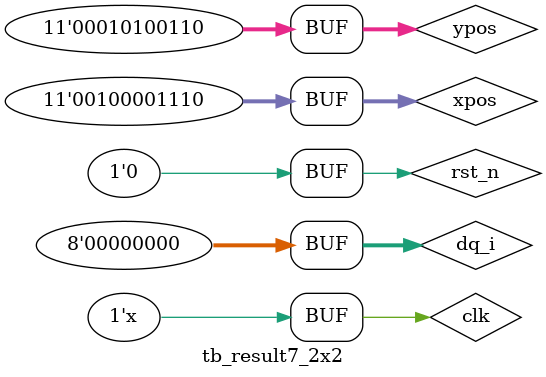
<source format=v>
`timescale  1ns/1ns
 
module tb_result7_2x2;
 
parameter  T = 2; // 时钟周期 ns
 
reg          clk; //input 
reg          rst_n; //input 
reg  [7:0]  dq_i; //input 
reg  [10:0]  xpos; //input 
reg  [10:0]  ypos; //input 
wire [4:0]  digit; //output 

// *******************************************************************************
// ** main
// *******************************************************************************

initial begin
   clk      =1'b0;
   rst_n      =1'b0;
 
   #T //1 start
// 20.0 ns
   rst_n      =1'b1;
 
   #T//
   xpos = 211;
   ypos = 107;
   dq_i = 8'd0;
 
   #T//
   xpos = 212;
   ypos = 107;
   dq_i = 8'd0;
 
   #T//
   xpos = 213;
   ypos = 107;
   dq_i = 8'd0;
 
   #T//
   xpos = 214;
   ypos = 107;
   dq_i = 8'd0;
 
   #T//
   xpos = 215;
   ypos = 107;
   dq_i = 8'd0;
 
   #T//
   xpos = 216;
   ypos = 107;
   dq_i = 8'd0;
 
   #T//
   xpos = 217;
   ypos = 107;
   dq_i = 8'd0;
 
   #T//
   xpos = 218;
   ypos = 107;
   dq_i = 8'd0;
 
   #T//
   xpos = 219;
   ypos = 107;
   dq_i = 8'd0;
 
   #T//
   xpos = 220;
   ypos = 107;
   dq_i = 8'd0;
 
   #T//
   xpos = 221;
   ypos = 107;
   dq_i = 8'd0;
 
   #T//
   xpos = 222;
   ypos = 107;
   dq_i = 8'd0;
 
   #T//
   xpos = 223;
   ypos = 107;
   dq_i = 8'd0;
 
   #T//
   xpos = 224;
   ypos = 107;
   dq_i = 8'd0;
 
   #T//
   xpos = 225;
   ypos = 107;
   dq_i = 8'd0;
 
   #T//
   xpos = 226;
   ypos = 107;
   dq_i = 8'd0;
 
   #T//
   xpos = 227;
   ypos = 107;
   dq_i = 8'd0;
 
   #T//
   xpos = 228;
   ypos = 107;
   dq_i = 8'd0;
 
   #T//
   xpos = 229;
   ypos = 107;
   dq_i = 8'd0;
 
   #T//
   xpos = 230;
   ypos = 107;
   dq_i = 8'd0;
 
   #T//
   xpos = 231;
   ypos = 107;
   dq_i = 8'd0;
 
   #T//
   xpos = 232;
   ypos = 107;
   dq_i = 8'd0;
 
   #T//
   xpos = 233;
   ypos = 107;
   dq_i = 8'd0;
 
   #T//
   xpos = 234;
   ypos = 107;
   dq_i = 8'd0;
 
   #T//
   xpos = 235;
   ypos = 107;
   dq_i = 8'd0;
 
   #T//
   xpos = 236;
   ypos = 107;
   dq_i = 8'd0;
 
   #T//
   xpos = 237;
   ypos = 107;
   dq_i = 8'd0;
 
   #T//
   xpos = 238;
   ypos = 107;
   dq_i = 8'd0;
 
   #T//
   xpos = 239;
   ypos = 107;
   dq_i = 8'd0;
 
   #T//
   xpos = 240;
   ypos = 107;
   dq_i = 8'd0;
 
   #T//
   xpos = 241;
   ypos = 107;
   dq_i = 8'd0;
 
   #T//
   xpos = 242;
   ypos = 107;
   dq_i = 8'd0;
 
   #T//
   xpos = 243;
   ypos = 107;
   dq_i = 8'd0;
 
   #T//
   xpos = 244;
   ypos = 107;
   dq_i = 8'd0;
 
   #T//
   xpos = 245;
   ypos = 107;
   dq_i = 8'd0;
 
   #T//
   xpos = 246;
   ypos = 107;
   dq_i = 8'd0;
 
   #T//
   xpos = 247;
   ypos = 107;
   dq_i = 8'd0;
 
   #T//
   xpos = 248;
   ypos = 107;
   dq_i = 8'd0;
 
   #T//
   xpos = 249;
   ypos = 107;
   dq_i = 8'd0;
 
   #T//
   xpos = 250;
   ypos = 107;
   dq_i = 8'd0;
 
   #T//
   xpos = 251;
   ypos = 107;
   dq_i = 8'd0;
 
   #T//
   xpos = 252;
   ypos = 107;
   dq_i = 8'd0;
 
   #T//
   xpos = 253;
   ypos = 107;
   dq_i = 8'd0;
 
   #T//
   xpos = 254;
   ypos = 107;
   dq_i = 8'd0;
 
   #T//
   xpos = 255;
   ypos = 107;
   dq_i = 8'd0;
 
   #T//
   xpos = 256;
   ypos = 107;
   dq_i = 8'd0;
 
   #T//
   xpos = 257;
   ypos = 107;
   dq_i = 8'd0;
 
   #T//
   xpos = 258;
   ypos = 107;
   dq_i = 8'd0;
 
   #T//
   xpos = 259;
   ypos = 107;
   dq_i = 8'd0;
 
   #T//
   xpos = 260;
   ypos = 107;
   dq_i = 8'd0;
 
   #T//
   xpos = 261;
   ypos = 107;
   dq_i = 8'd0;
 
   #T//
   xpos = 262;
   ypos = 107;
   dq_i = 8'd0;
 
   #T//
   xpos = 263;
   ypos = 107;
   dq_i = 8'd0;
 
   #T//
   xpos = 264;
   ypos = 107;
   dq_i = 8'd0;
 
   #T//
   xpos = 265;
   ypos = 107;
   dq_i = 8'd0;
 
   #T//
   xpos = 266;
   ypos = 107;
   dq_i = 8'd0;
 
   #T//
   xpos = 267;
   ypos = 107;
   dq_i = 8'd0;
 
   #T//
   xpos = 268;
   ypos = 107;
   dq_i = 8'd0;
 
   #T//
   xpos = 269;
   ypos = 107;
   dq_i = 8'd0;
 
   #T//
   xpos = 270;
   ypos = 107;
   dq_i = 8'd0;
 
   #T//
   xpos = 211;
   ypos = 108;
   dq_i = 8'd0;
 
   #T//
   xpos = 212;
   ypos = 108;
   dq_i = 8'd0;
 
   #T//
   xpos = 213;
   ypos = 108;
   dq_i = 8'd0;
 
   #T//
   xpos = 214;
   ypos = 108;
   dq_i = 8'd0;
 
   #T//
   xpos = 215;
   ypos = 108;
   dq_i = 8'd0;
 
   #T//
   xpos = 216;
   ypos = 108;
   dq_i = 8'd0;
 
   #T//
   xpos = 217;
   ypos = 108;
   dq_i = 8'd0;
 
   #T//
   xpos = 218;
   ypos = 108;
   dq_i = 8'd0;
 
   #T//
   xpos = 219;
   ypos = 108;
   dq_i = 8'd0;
 
   #T//
   xpos = 220;
   ypos = 108;
   dq_i = 8'd0;
 
   #T//
   xpos = 221;
   ypos = 108;
   dq_i = 8'd0;
 
   #T//
   xpos = 222;
   ypos = 108;
   dq_i = 8'd0;
 
   #T//
   xpos = 223;
   ypos = 108;
   dq_i = 8'd0;
 
   #T//
   xpos = 224;
   ypos = 108;
   dq_i = 8'd0;
 
   #T//
   xpos = 225;
   ypos = 108;
   dq_i = 8'd0;
 
   #T//
   xpos = 226;
   ypos = 108;
   dq_i = 8'd0;
 
   #T//
   xpos = 227;
   ypos = 108;
   dq_i = 8'd0;
 
   #T//
   xpos = 228;
   ypos = 108;
   dq_i = 8'd0;
 
   #T//
   xpos = 229;
   ypos = 108;
   dq_i = 8'd0;
 
   #T//
   xpos = 230;
   ypos = 108;
   dq_i = 8'd0;
 
   #T//
   xpos = 231;
   ypos = 108;
   dq_i = 8'd0;
 
   #T//
   xpos = 232;
   ypos = 108;
   dq_i = 8'd0;
 
   #T//
   xpos = 233;
   ypos = 108;
   dq_i = 8'd0;
 
   #T//
   xpos = 234;
   ypos = 108;
   dq_i = 8'd0;
 
   #T//
   xpos = 235;
   ypos = 108;
   dq_i = 8'd0;
 
   #T//
   xpos = 236;
   ypos = 108;
   dq_i = 8'd0;
 
   #T//
   xpos = 237;
   ypos = 108;
   dq_i = 8'd0;
 
   #T//
   xpos = 238;
   ypos = 108;
   dq_i = 8'd0;
 
   #T//
   xpos = 239;
   ypos = 108;
   dq_i = 8'd0;
 
   #T//
   xpos = 240;
   ypos = 108;
   dq_i = 8'd0;
 
   #T//
   xpos = 241;
   ypos = 108;
   dq_i = 8'd0;
 
   #T//
   xpos = 242;
   ypos = 108;
   dq_i = 8'd0;
 
   #T//
   xpos = 243;
   ypos = 108;
   dq_i = 8'd0;
 
   #T//
   xpos = 244;
   ypos = 108;
   dq_i = 8'd0;
 
   #T//
   xpos = 245;
   ypos = 108;
   dq_i = 8'd0;
 
   #T//
   xpos = 246;
   ypos = 108;
   dq_i = 8'd0;
 
   #T//
   xpos = 247;
   ypos = 108;
   dq_i = 8'd0;
 
   #T//
   xpos = 248;
   ypos = 108;
   dq_i = 8'd0;
 
   #T//
   xpos = 249;
   ypos = 108;
   dq_i = 8'd0;
 
   #T//
   xpos = 250;
   ypos = 108;
   dq_i = 8'd0;
 
   #T//
   xpos = 251;
   ypos = 108;
   dq_i = 8'd0;
 
   #T//
   xpos = 252;
   ypos = 108;
   dq_i = 8'd0;
 
   #T//
   xpos = 253;
   ypos = 108;
   dq_i = 8'd0;
 
   #T//
   xpos = 254;
   ypos = 108;
   dq_i = 8'd0;
 
   #T//
   xpos = 255;
   ypos = 108;
   dq_i = 8'd0;
 
   #T//
   xpos = 256;
   ypos = 108;
   dq_i = 8'd0;
 
   #T//
   xpos = 257;
   ypos = 108;
   dq_i = 8'd0;
 
   #T//
   xpos = 258;
   ypos = 108;
   dq_i = 8'd0;
 
   #T//
   xpos = 259;
   ypos = 108;
   dq_i = 8'd0;
 
   #T//
   xpos = 260;
   ypos = 108;
   dq_i = 8'd0;
 
   #T//
   xpos = 261;
   ypos = 108;
   dq_i = 8'd0;
 
   #T//
   xpos = 262;
   ypos = 108;
   dq_i = 8'd0;
 
   #T//
   xpos = 263;
   ypos = 108;
   dq_i = 8'd0;
 
   #T//
   xpos = 264;
   ypos = 108;
   dq_i = 8'd0;
 
   #T//
   xpos = 265;
   ypos = 108;
   dq_i = 8'd0;
 
   #T//
   xpos = 266;
   ypos = 108;
   dq_i = 8'd0;
 
   #T//
   xpos = 267;
   ypos = 108;
   dq_i = 8'd0;
 
   #T//
   xpos = 268;
   ypos = 108;
   dq_i = 8'd0;
 
   #T//
   xpos = 269;
   ypos = 108;
   dq_i = 8'd0;
 
   #T//
   xpos = 270;
   ypos = 108;
   dq_i = 8'd0;
 
   #T//
   xpos = 211;
   ypos = 109;
   dq_i = 8'd0;
 
   #T//
   xpos = 212;
   ypos = 109;
   dq_i = 8'd0;
 
   #T//
   xpos = 213;
   ypos = 109;
   dq_i = 0;
 
   #T//
   xpos = 214;
   ypos = 109;
   dq_i = 0;
 
   #T//
   xpos = 215;
   ypos = 109;
   dq_i = 0;
 
   #T//
   xpos = 216;
   ypos = 109;
   dq_i = 0;
 
   #T//
   xpos = 217;
   ypos = 109;
   dq_i = 0;
 
   #T//
   xpos = 218;
   ypos = 109;
   dq_i = 0;
 
   #T//
   xpos = 219;
   ypos = 109;
   dq_i = 0;
 
   #T//
   xpos = 220;
   ypos = 109;
   dq_i = 0;
 
   #T//
   xpos = 221;
   ypos = 109;
   dq_i = 0;
 
   #T//
   xpos = 222;
   ypos = 109;
   dq_i = 0;
 
   #T//
   xpos = 223;
   ypos = 109;
   dq_i = 0;
 
   #T//
   xpos = 224;
   ypos = 109;
   dq_i = 0;
 
   #T//
   xpos = 225;
   ypos = 109;
   dq_i = 0;
 
   #T//
   xpos = 226;
   ypos = 109;
   dq_i = 0;
 
   #T//
   xpos = 227;
   ypos = 109;
   dq_i = 0;
 
   #T//
   xpos = 228;
   ypos = 109;
   dq_i = 0;
 
   #T//
   xpos = 229;
   ypos = 109;
   dq_i = 0;
 
   #T//
   xpos = 230;
   ypos = 109;
   dq_i = 0;
 
   #T//
   xpos = 231;
   ypos = 109;
   dq_i = 0;
 
   #T//
   xpos = 232;
   ypos = 109;
   dq_i = 0;
 
   #T//
   xpos = 233;
   ypos = 109;
   dq_i = 0;
 
   #T//
   xpos = 234;
   ypos = 109;
   dq_i = 0;
 
   #T//
   xpos = 235;
   ypos = 109;
   dq_i = 0;
 
   #T//
   xpos = 236;
   ypos = 109;
   dq_i = 0;
 
   #T//
   xpos = 237;
   ypos = 109;
   dq_i = 0;
 
   #T//
   xpos = 238;
   ypos = 109;
   dq_i = 0;
 
   #T//
   xpos = 239;
   ypos = 109;
   dq_i = 0;
 
   #T//
   xpos = 240;
   ypos = 109;
   dq_i = 0;
 
   #T//
   xpos = 241;
   ypos = 109;
   dq_i = 0;
 
   #T//
   xpos = 242;
   ypos = 109;
   dq_i = 0;
 
   #T//
   xpos = 243;
   ypos = 109;
   dq_i = 0;
 
   #T//
   xpos = 244;
   ypos = 109;
   dq_i = 0;
 
   #T//
   xpos = 245;
   ypos = 109;
   dq_i = 0;
 
   #T//
   xpos = 246;
   ypos = 109;
   dq_i = 0;
 
   #T//
   xpos = 247;
   ypos = 109;
   dq_i = 0;
 
   #T//
   xpos = 248;
   ypos = 109;
   dq_i = 0;
 
   #T//
   xpos = 249;
   ypos = 109;
   dq_i = 0;
 
   #T//
   xpos = 250;
   ypos = 109;
   dq_i = 0;
 
   #T//
   xpos = 251;
   ypos = 109;
   dq_i = 0;
 
   #T//
   xpos = 252;
   ypos = 109;
   dq_i = 0;
 
   #T//
   xpos = 253;
   ypos = 109;
   dq_i = 0;
 
   #T//
   xpos = 254;
   ypos = 109;
   dq_i = 0;
 
   #T//
   xpos = 255;
   ypos = 109;
   dq_i = 0;
 
   #T//
   xpos = 256;
   ypos = 109;
   dq_i = 0;
 
   #T//
   xpos = 257;
   ypos = 109;
   dq_i = 0;
 
   #T//
   xpos = 258;
   ypos = 109;
   dq_i = 0;
 
   #T//
   xpos = 259;
   ypos = 109;
   dq_i = 0;
 
   #T//
   xpos = 260;
   ypos = 109;
   dq_i = 0;
 
   #T//
   xpos = 261;
   ypos = 109;
   dq_i = 0;
 
   #T//
   xpos = 262;
   ypos = 109;
   dq_i = 0;
 
   #T//
   xpos = 263;
   ypos = 109;
   dq_i = 0;
 
   #T//
   xpos = 264;
   ypos = 109;
   dq_i = 0;
 
   #T//
   xpos = 265;
   ypos = 109;
   dq_i = 0;
 
   #T//
   xpos = 266;
   ypos = 109;
   dq_i = 0;
 
   #T//
   xpos = 267;
   ypos = 109;
   dq_i = 0;
 
   #T//
   xpos = 268;
   ypos = 109;
   dq_i = 0;
 
   #T//
   xpos = 269;
   ypos = 109;
   dq_i = 8'd0;
 
   #T//
   xpos = 270;
   ypos = 109;
   dq_i = 8'd0;
 
   #T//
   xpos = 211;
   ypos = 110;
   dq_i = 8'd0;
 
   #T//
   xpos = 212;
   ypos = 110;
   dq_i = 8'd0;
 
   #T//
   xpos = 213;
   ypos = 110;
   dq_i = 0;
 
   #T//
   xpos = 214;
   ypos = 110;
   dq_i = 0;
 
   #T//
   xpos = 215;
   ypos = 110;
   dq_i = 0;
 
   #T//
   xpos = 216;
   ypos = 110;
   dq_i = 0;
 
   #T//
   xpos = 217;
   ypos = 110;
   dq_i = 0;
 
   #T//
   xpos = 218;
   ypos = 110;
   dq_i = 0;
 
   #T//
   xpos = 219;
   ypos = 110;
   dq_i = 0;
 
   #T//
   xpos = 220;
   ypos = 110;
   dq_i = 0;
 
   #T//
   xpos = 221;
   ypos = 110;
   dq_i = 0;
 
   #T//
   xpos = 222;
   ypos = 110;
   dq_i = 0;
 
   #T//
   xpos = 223;
   ypos = 110;
   dq_i = 0;
 
   #T//
   xpos = 224;
   ypos = 110;
   dq_i = 0;
 
   #T//
   xpos = 225;
   ypos = 110;
   dq_i = 0;
 
   #T//
   xpos = 226;
   ypos = 110;
   dq_i = 0;
 
   #T//
   xpos = 227;
   ypos = 110;
   dq_i = 0;
 
   #T//
   xpos = 228;
   ypos = 110;
   dq_i = 0;
 
   #T//
   xpos = 229;
   ypos = 110;
   dq_i = 0;
 
   #T//
   xpos = 230;
   ypos = 110;
   dq_i = 0;
 
   #T//
   xpos = 231;
   ypos = 110;
   dq_i = 0;
 
   #T//
   xpos = 232;
   ypos = 110;
   dq_i = 0;
 
   #T//
   xpos = 233;
   ypos = 110;
   dq_i = 0;
 
   #T//
   xpos = 234;
   ypos = 110;
   dq_i = 0;
 
   #T//
   xpos = 235;
   ypos = 110;
   dq_i = 0;
 
   #T//
   xpos = 236;
   ypos = 110;
   dq_i = 0;
 
   #T//
   xpos = 237;
   ypos = 110;
   dq_i = 0;
 
   #T//
   xpos = 238;
   ypos = 110;
   dq_i = 0;
 
   #T//
   xpos = 239;
   ypos = 110;
   dq_i = 0;
 
   #T//
   xpos = 240;
   ypos = 110;
   dq_i = 0;
 
   #T//
   xpos = 241;
   ypos = 110;
   dq_i = 0;
 
   #T//
   xpos = 242;
   ypos = 110;
   dq_i = 0;
 
   #T//
   xpos = 243;
   ypos = 110;
   dq_i = 0;
 
   #T//
   xpos = 244;
   ypos = 110;
   dq_i = 0;
 
   #T//
   xpos = 245;
   ypos = 110;
   dq_i = 0;
 
   #T//
   xpos = 246;
   ypos = 110;
   dq_i = 0;
 
   #T//
   xpos = 247;
   ypos = 110;
   dq_i = 0;
 
   #T//
   xpos = 248;
   ypos = 110;
   dq_i = 0;
 
   #T//
   xpos = 249;
   ypos = 110;
   dq_i = 0;
 
   #T//
   xpos = 250;
   ypos = 110;
   dq_i = 0;
 
   #T//
   xpos = 251;
   ypos = 110;
   dq_i = 0;
 
   #T//
   xpos = 252;
   ypos = 110;
   dq_i = 0;
 
   #T//
   xpos = 253;
   ypos = 110;
   dq_i = 0;
 
   #T//
   xpos = 254;
   ypos = 110;
   dq_i = 0;
 
   #T//
   xpos = 255;
   ypos = 110;
   dq_i = 0;
 
   #T//
   xpos = 256;
   ypos = 110;
   dq_i = 0;
 
   #T//
   xpos = 257;
   ypos = 110;
   dq_i = 0;
 
   #T//
   xpos = 258;
   ypos = 110;
   dq_i = 0;
 
   #T//
   xpos = 259;
   ypos = 110;
   dq_i = 0;
 
   #T//
   xpos = 260;
   ypos = 110;
   dq_i = 0;
 
   #T//
   xpos = 261;
   ypos = 110;
   dq_i = 0;
 
   #T//
   xpos = 262;
   ypos = 110;
   dq_i = 0;
 
   #T//
   xpos = 263;
   ypos = 110;
   dq_i = 0;
 
   #T//
   xpos = 264;
   ypos = 110;
   dq_i = 0;
 
   #T//
   xpos = 265;
   ypos = 110;
   dq_i = 0;
 
   #T//
   xpos = 266;
   ypos = 110;
   dq_i = 0;
 
   #T//
   xpos = 267;
   ypos = 110;
   dq_i = 0;
 
   #T//
   xpos = 268;
   ypos = 110;
   dq_i = 0;
 
   #T//
   xpos = 269;
   ypos = 110;
   dq_i = 8'd0;
 
   #T//
   xpos = 270;
   ypos = 110;
   dq_i = 8'd0;
 
   #T//
   xpos = 211;
   ypos = 111;
   dq_i = 8'd0;
 
   #T//
   xpos = 212;
   ypos = 111;
   dq_i = 8'd0;
 
   #T//
   xpos = 213;
   ypos = 111;
   dq_i = 0;
 
   #T//
   xpos = 214;
   ypos = 111;
   dq_i = 0;
 
   #T//
   xpos = 215;
   ypos = 111;
   dq_i = 0;
 
   #T//
   xpos = 216;
   ypos = 111;
   dq_i = 0;
 
   #T//
   xpos = 217;
   ypos = 111;
   dq_i = 0;
 
   #T//
   xpos = 218;
   ypos = 111;
   dq_i = 0;
 
   #T//
   xpos = 219;
   ypos = 111;
   dq_i = 0;
 
   #T//
   xpos = 220;
   ypos = 111;
   dq_i = 0;
 
   #T//
   xpos = 221;
   ypos = 111;
   dq_i = 0;
 
   #T//
   xpos = 222;
   ypos = 111;
   dq_i = 0;
 
   #T//
   xpos = 223;
   ypos = 111;
   dq_i = 0;
 
   #T//
   xpos = 224;
   ypos = 111;
   dq_i = 0;
 
   #T//
   xpos = 225;
   ypos = 111;
   dq_i = 0;
 
   #T//
   xpos = 226;
   ypos = 111;
   dq_i = 0;
 
   #T//
   xpos = 227;
   ypos = 111;
   dq_i = 0;
 
   #T//
   xpos = 228;
   ypos = 111;
   dq_i = 0;
 
   #T//
   xpos = 229;
   ypos = 111;
   dq_i = 0;
 
   #T//
   xpos = 230;
   ypos = 111;
   dq_i = 0;
 
   #T//
   xpos = 231;
   ypos = 111;
   dq_i = 0;
 
   #T//
   xpos = 232;
   ypos = 111;
   dq_i = 0;
 
   #T//
   xpos = 233;
   ypos = 111;
   dq_i = 0;
 
   #T//
   xpos = 234;
   ypos = 111;
   dq_i = 0;
 
   #T//
   xpos = 235;
   ypos = 111;
   dq_i = 0;
 
   #T//
   xpos = 236;
   ypos = 111;
   dq_i = 0;
 
   #T//
   xpos = 237;
   ypos = 111;
   dq_i = 0;
 
   #T//
   xpos = 238;
   ypos = 111;
   dq_i = 0;
 
   #T//
   xpos = 239;
   ypos = 111;
   dq_i = 0;
 
   #T//
   xpos = 240;
   ypos = 111;
   dq_i = 0;
 
   #T//
   xpos = 241;
   ypos = 111;
   dq_i = 0;
 
   #T//
   xpos = 242;
   ypos = 111;
   dq_i = 0;
 
   #T//
   xpos = 243;
   ypos = 111;
   dq_i = 0;
 
   #T//
   xpos = 244;
   ypos = 111;
   dq_i = 0;
 
   #T//
   xpos = 245;
   ypos = 111;
   dq_i = 0;
 
   #T//
   xpos = 246;
   ypos = 111;
   dq_i = 0;
 
   #T//
   xpos = 247;
   ypos = 111;
   dq_i = 0;
 
   #T//
   xpos = 248;
   ypos = 111;
   dq_i = 0;
 
   #T//
   xpos = 249;
   ypos = 111;
   dq_i = 0;
 
   #T//
   xpos = 250;
   ypos = 111;
   dq_i = 0;
 
   #T//
   xpos = 251;
   ypos = 111;
   dq_i = 0;
 
   #T//
   xpos = 252;
   ypos = 111;
   dq_i = 0;
 
   #T//
   xpos = 253;
   ypos = 111;
   dq_i = 0;
 
   #T//
   xpos = 254;
   ypos = 111;
   dq_i = 0;
 
   #T//
   xpos = 255;
   ypos = 111;
   dq_i = 0;
 
   #T//
   xpos = 256;
   ypos = 111;
   dq_i = 0;
 
   #T//
   xpos = 257;
   ypos = 111;
   dq_i = 0;
 
   #T//
   xpos = 258;
   ypos = 111;
   dq_i = 0;
 
   #T//
   xpos = 259;
   ypos = 111;
   dq_i = 0;
 
   #T//
   xpos = 260;
   ypos = 111;
   dq_i = 0;
 
   #T//
   xpos = 261;
   ypos = 111;
   dq_i = 0;
 
   #T//
   xpos = 262;
   ypos = 111;
   dq_i = 0;
 
   #T//
   xpos = 263;
   ypos = 111;
   dq_i = 0;
 
   #T//
   xpos = 264;
   ypos = 111;
   dq_i = 0;
 
   #T//
   xpos = 265;
   ypos = 111;
   dq_i = 0;
 
   #T//
   xpos = 266;
   ypos = 111;
   dq_i = 0;
 
   #T//
   xpos = 267;
   ypos = 111;
   dq_i = 0;
 
   #T//
   xpos = 268;
   ypos = 111;
   dq_i = 0;
 
   #T//
   xpos = 269;
   ypos = 111;
   dq_i = 8'd0;
 
   #T//
   xpos = 270;
   ypos = 111;
   dq_i = 8'd0;
 
   #T//
   xpos = 211;
   ypos = 112;
   dq_i = 8'd0;
 
   #T//
   xpos = 212;
   ypos = 112;
   dq_i = 8'd0;
 
   #T//
   xpos = 213;
   ypos = 112;
   dq_i = 0;
 
   #T//
   xpos = 214;
   ypos = 112;
   dq_i = 0;
 
   #T//
   xpos = 215;
   ypos = 112;
   dq_i = 0;
 
   #T//
   xpos = 216;
   ypos = 112;
   dq_i = 0;
 
   #T//
   xpos = 217;
   ypos = 112;
   dq_i = 0;
 
   #T//
   xpos = 218;
   ypos = 112;
   dq_i = 0;
 
   #T//
   xpos = 219;
   ypos = 112;
   dq_i = 0;
 
   #T//
   xpos = 220;
   ypos = 112;
   dq_i = 0;
 
   #T//
   xpos = 221;
   ypos = 112;
   dq_i = 0;
 
   #T//
   xpos = 222;
   ypos = 112;
   dq_i = 0;
 
   #T//
   xpos = 223;
   ypos = 112;
   dq_i = 0;
 
   #T//
   xpos = 224;
   ypos = 112;
   dq_i = 0;
 
   #T//
   xpos = 225;
   ypos = 112;
   dq_i = 0;
 
   #T//
   xpos = 226;
   ypos = 112;
   dq_i = 0;
 
   #T//
   xpos = 227;
   ypos = 112;
   dq_i = 0;
 
   #T//
   xpos = 228;
   ypos = 112;
   dq_i = 0;
 
   #T//
   xpos = 229;
   ypos = 112;
   dq_i = 0;
 
   #T//
   xpos = 230;
   ypos = 112;
   dq_i = 0;
 
   #T//
   xpos = 231;
   ypos = 112;
   dq_i = 0;
 
   #T//
   xpos = 232;
   ypos = 112;
   dq_i = 0;
 
   #T//
   xpos = 233;
   ypos = 112;
   dq_i = 0;
 
   #T//
   xpos = 234;
   ypos = 112;
   dq_i = 0;
 
   #T//
   xpos = 235;
   ypos = 112;
   dq_i = 0;
 
   #T//
   xpos = 236;
   ypos = 112;
   dq_i = 0;
 
   #T//
   xpos = 237;
   ypos = 112;
   dq_i = 0;
 
   #T//
   xpos = 238;
   ypos = 112;
   dq_i = 0;
 
   #T//
   xpos = 239;
   ypos = 112;
   dq_i = 0;
 
   #T//
   xpos = 240;
   ypos = 112;
   dq_i = 0;
 
   #T//
   xpos = 241;
   ypos = 112;
   dq_i = 0;
 
   #T//
   xpos = 242;
   ypos = 112;
   dq_i = 0;
 
   #T//
   xpos = 243;
   ypos = 112;
   dq_i = 0;
 
   #T//
   xpos = 244;
   ypos = 112;
   dq_i = 0;
 
   #T//
   xpos = 245;
   ypos = 112;
   dq_i = 0;
 
   #T//
   xpos = 246;
   ypos = 112;
   dq_i = 0;
 
   #T//
   xpos = 247;
   ypos = 112;
   dq_i = 0;
 
   #T//
   xpos = 248;
   ypos = 112;
   dq_i = 0;
 
   #T//
   xpos = 249;
   ypos = 112;
   dq_i = 0;
 
   #T//
   xpos = 250;
   ypos = 112;
   dq_i = 0;
 
   #T//
   xpos = 251;
   ypos = 112;
   dq_i = 0;
 
   #T//
   xpos = 252;
   ypos = 112;
   dq_i = 0;
 
   #T//
   xpos = 253;
   ypos = 112;
   dq_i = 0;
 
   #T//
   xpos = 254;
   ypos = 112;
   dq_i = 0;
 
   #T//
   xpos = 255;
   ypos = 112;
   dq_i = 0;
 
   #T//
   xpos = 256;
   ypos = 112;
   dq_i = 0;
 
   #T//
   xpos = 257;
   ypos = 112;
   dq_i = 0;
 
   #T//
   xpos = 258;
   ypos = 112;
   dq_i = 0;
 
   #T//
   xpos = 259;
   ypos = 112;
   dq_i = 0;
 
   #T//
   xpos = 260;
   ypos = 112;
   dq_i = 0;
 
   #T//
   xpos = 261;
   ypos = 112;
   dq_i = 0;
 
   #T//
   xpos = 262;
   ypos = 112;
   dq_i = 0;
 
   #T//
   xpos = 263;
   ypos = 112;
   dq_i = 0;
 
   #T//
   xpos = 264;
   ypos = 112;
   dq_i = 0;
 
   #T//
   xpos = 265;
   ypos = 112;
   dq_i = 0;
 
   #T//
   xpos = 266;
   ypos = 112;
   dq_i = 0;
 
   #T//
   xpos = 267;
   ypos = 112;
   dq_i = 0;
 
   #T//
   xpos = 268;
   ypos = 112;
   dq_i = 0;
 
   #T//
   xpos = 269;
   ypos = 112;
   dq_i = 8'd0;
 
   #T//
   xpos = 270;
   ypos = 112;
   dq_i = 8'd0;
 
   #T//
   xpos = 211;
   ypos = 113;
   dq_i = 8'd0;
 
   #T//
   xpos = 212;
   ypos = 113;
   dq_i = 8'd0;
 
   #T//
   xpos = 213;
   ypos = 113;
   dq_i = 0;
 
   #T//
   xpos = 214;
   ypos = 113;
   dq_i = 0;
 
   #T//
   xpos = 215;
   ypos = 113;
   dq_i = 0;
 
   #T//
   xpos = 216;
   ypos = 113;
   dq_i = 0;
 
   #T//
   xpos = 217;
   ypos = 113;
   dq_i = 0;
 
   #T//
   xpos = 218;
   ypos = 113;
   dq_i = 0;
 
   #T//
   xpos = 219;
   ypos = 113;
   dq_i = 0;
 
   #T//
   xpos = 220;
   ypos = 113;
   dq_i = 0;
 
   #T//
   xpos = 221;
   ypos = 113;
   dq_i = 0;
 
   #T//
   xpos = 222;
   ypos = 113;
   dq_i = 0;
 
   #T//
   xpos = 223;
   ypos = 113;
   dq_i = 0;
 
   #T//
   xpos = 224;
   ypos = 113;
   dq_i = 0;
 
   #T//
   xpos = 225;
   ypos = 113;
   dq_i = 0;
 
   #T//
   xpos = 226;
   ypos = 113;
   dq_i = 0;
 
   #T//
   xpos = 227;
   ypos = 113;
   dq_i = 0;
 
   #T//
   xpos = 228;
   ypos = 113;
   dq_i = 0;
 
   #T//
   xpos = 229;
   ypos = 113;
   dq_i = 0;
 
   #T//
   xpos = 230;
   ypos = 113;
   dq_i = 0;
 
   #T//
   xpos = 231;
   ypos = 113;
   dq_i = 0;
 
   #T//
   xpos = 232;
   ypos = 113;
   dq_i = 0;
 
   #T//
   xpos = 233;
   ypos = 113;
   dq_i = 0;
 
   #T//
   xpos = 234;
   ypos = 113;
   dq_i = 0;
 
   #T//
   xpos = 235;
   ypos = 113;
   dq_i = 0;
 
   #T//
   xpos = 236;
   ypos = 113;
   dq_i = 0;
 
   #T//
   xpos = 237;
   ypos = 113;
   dq_i = 0;
 
   #T//
   xpos = 238;
   ypos = 113;
   dq_i = 0;
 
   #T//
   xpos = 239;
   ypos = 113;
   dq_i = 0;
 
   #T//
   xpos = 240;
   ypos = 113;
   dq_i = 0;
 
   #T//
   xpos = 241;
   ypos = 113;
   dq_i = 0;
 
   #T//
   xpos = 242;
   ypos = 113;
   dq_i = 0;
 
   #T//
   xpos = 243;
   ypos = 113;
   dq_i = 0;
 
   #T//
   xpos = 244;
   ypos = 113;
   dq_i = 0;
 
   #T//
   xpos = 245;
   ypos = 113;
   dq_i = 0;
 
   #T//
   xpos = 246;
   ypos = 113;
   dq_i = 0;
 
   #T//
   xpos = 247;
   ypos = 113;
   dq_i = 0;
 
   #T//
   xpos = 248;
   ypos = 113;
   dq_i = 0;
 
   #T//
   xpos = 249;
   ypos = 113;
   dq_i = 0;
 
   #T//
   xpos = 250;
   ypos = 113;
   dq_i = 0;
 
   #T//
   xpos = 251;
   ypos = 113;
   dq_i = 0;
 
   #T//
   xpos = 252;
   ypos = 113;
   dq_i = 0;
 
   #T//
   xpos = 253;
   ypos = 113;
   dq_i = 0;
 
   #T//
   xpos = 254;
   ypos = 113;
   dq_i = 0;
 
   #T//
   xpos = 255;
   ypos = 113;
   dq_i = 0;
 
   #T//
   xpos = 256;
   ypos = 113;
   dq_i = 0;
 
   #T//
   xpos = 257;
   ypos = 113;
   dq_i = 0;
 
   #T//
   xpos = 258;
   ypos = 113;
   dq_i = 0;
 
   #T//
   xpos = 259;
   ypos = 113;
   dq_i = 0;
 
   #T//
   xpos = 260;
   ypos = 113;
   dq_i = 0;
 
   #T//
   xpos = 261;
   ypos = 113;
   dq_i = 0;
 
   #T//
   xpos = 262;
   ypos = 113;
   dq_i = 0;
 
   #T//
   xpos = 263;
   ypos = 113;
   dq_i = 0;
 
   #T//
   xpos = 264;
   ypos = 113;
   dq_i = 0;
 
   #T//
   xpos = 265;
   ypos = 113;
   dq_i = 0;
 
   #T//
   xpos = 266;
   ypos = 113;
   dq_i = 0;
 
   #T//
   xpos = 267;
   ypos = 113;
   dq_i = 0;
 
   #T//
   xpos = 268;
   ypos = 113;
   dq_i = 0;
 
   #T//
   xpos = 269;
   ypos = 113;
   dq_i = 8'd0;
 
   #T//
   xpos = 270;
   ypos = 113;
   dq_i = 8'd0;
 
   #T//
   xpos = 211;
   ypos = 114;
   dq_i = 8'd0;
 
   #T//
   xpos = 212;
   ypos = 114;
   dq_i = 8'd0;
 
   #T//
   xpos = 213;
   ypos = 114;
   dq_i = 0;
 
   #T//
   xpos = 214;
   ypos = 114;
   dq_i = 0;
 
   #T//
   xpos = 215;
   ypos = 114;
   dq_i = 0;
 
   #T//
   xpos = 216;
   ypos = 114;
   dq_i = 0;
 
   #T//
   xpos = 217;
   ypos = 114;
   dq_i = 0;
 
   #T//
   xpos = 218;
   ypos = 114;
   dq_i = 0;
 
   #T//
   xpos = 219;
   ypos = 114;
   dq_i = 0;
 
   #T//
   xpos = 220;
   ypos = 114;
   dq_i = 0;
 
   #T//
   xpos = 221;
   ypos = 114;
   dq_i = 0;
 
   #T//
   xpos = 222;
   ypos = 114;
   dq_i = 0;
 
   #T//
   xpos = 223;
   ypos = 114;
   dq_i = 0;
 
   #T//
   xpos = 224;
   ypos = 114;
   dq_i = 0;
 
   #T//
   xpos = 225;
   ypos = 114;
   dq_i = 0;
 
   #T//
   xpos = 226;
   ypos = 114;
   dq_i = 0;
 
   #T//
   xpos = 227;
   ypos = 114;
   dq_i = 0;
 
   #T//
   xpos = 228;
   ypos = 114;
   dq_i = 0;
 
   #T//
   xpos = 229;
   ypos = 114;
   dq_i = 0;
 
   #T//
   xpos = 230;
   ypos = 114;
   dq_i = 0;
 
   #T//
   xpos = 231;
   ypos = 114;
   dq_i = 0;
 
   #T//
   xpos = 232;
   ypos = 114;
   dq_i = 0;
 
   #T//
   xpos = 233;
   ypos = 114;
   dq_i = 0;
 
   #T//
   xpos = 234;
   ypos = 114;
   dq_i = 0;
 
   #T//
   xpos = 235;
   ypos = 114;
   dq_i = 0;
 
   #T//
   xpos = 236;
   ypos = 114;
   dq_i = 0;
 
   #T//
   xpos = 237;
   ypos = 114;
   dq_i = 0;
 
   #T//
   xpos = 238;
   ypos = 114;
   dq_i = 0;
 
   #T//
   xpos = 239;
   ypos = 114;
   dq_i = 0;
 
   #T//
   xpos = 240;
   ypos = 114;
   dq_i = 0;
 
   #T//
   xpos = 241;
   ypos = 114;
   dq_i = 0;
 
   #T//
   xpos = 242;
   ypos = 114;
   dq_i = 0;
 
   #T//
   xpos = 243;
   ypos = 114;
   dq_i = 0;
 
   #T//
   xpos = 244;
   ypos = 114;
   dq_i = 0;
 
   #T//
   xpos = 245;
   ypos = 114;
   dq_i = 0;
 
   #T//
   xpos = 246;
   ypos = 114;
   dq_i = 0;
 
   #T//
   xpos = 247;
   ypos = 114;
   dq_i = 0;
 
   #T//
   xpos = 248;
   ypos = 114;
   dq_i = 0;
 
   #T//
   xpos = 249;
   ypos = 114;
   dq_i = 0;
 
   #T//
   xpos = 250;
   ypos = 114;
   dq_i = 0;
 
   #T//
   xpos = 251;
   ypos = 114;
   dq_i = 0;
 
   #T//
   xpos = 252;
   ypos = 114;
   dq_i = 0;
 
   #T//
   xpos = 253;
   ypos = 114;
   dq_i = 0;
 
   #T//
   xpos = 254;
   ypos = 114;
   dq_i = 0;
 
   #T//
   xpos = 255;
   ypos = 114;
   dq_i = 0;
 
   #T//
   xpos = 256;
   ypos = 114;
   dq_i = 0;
 
   #T//
   xpos = 257;
   ypos = 114;
   dq_i = 0;
 
   #T//
   xpos = 258;
   ypos = 114;
   dq_i = 0;
 
   #T//
   xpos = 259;
   ypos = 114;
   dq_i = 0;
 
   #T//
   xpos = 260;
   ypos = 114;
   dq_i = 0;
 
   #T//
   xpos = 261;
   ypos = 114;
   dq_i = 0;
 
   #T//
   xpos = 262;
   ypos = 114;
   dq_i = 0;
 
   #T//
   xpos = 263;
   ypos = 114;
   dq_i = 0;
 
   #T//
   xpos = 264;
   ypos = 114;
   dq_i = 0;
 
   #T//
   xpos = 265;
   ypos = 114;
   dq_i = 0;
 
   #T//
   xpos = 266;
   ypos = 114;
   dq_i = 0;
 
   #T//
   xpos = 267;
   ypos = 114;
   dq_i = 0;
 
   #T//
   xpos = 268;
   ypos = 114;
   dq_i = 0;
 
   #T//
   xpos = 269;
   ypos = 114;
   dq_i = 8'd0;
 
   #T//
   xpos = 270;
   ypos = 114;
   dq_i = 8'd0;
 
   #T//
   xpos = 211;
   ypos = 115;
   dq_i = 8'd0;
 
   #T//
   xpos = 212;
   ypos = 115;
   dq_i = 8'd0;
 
   #T//
   xpos = 213;
   ypos = 115;
   dq_i = 0;
 
   #T//
   xpos = 214;
   ypos = 115;
   dq_i = 0;
 
   #T//
   xpos = 215;
   ypos = 115;
   dq_i = 0;
 
   #T//
   xpos = 216;
   ypos = 115;
   dq_i = 0;
 
   #T//
   xpos = 217;
   ypos = 115;
   dq_i = 0;
 
   #T//
   xpos = 218;
   ypos = 115;
   dq_i = 0;
 
   #T//
   xpos = 219;
   ypos = 115;
   dq_i = 0;
 
   #T//
   xpos = 220;
   ypos = 115;
   dq_i = 0;
 
   #T//
   xpos = 221;
   ypos = 115;
   dq_i = 0;
 
   #T//
   xpos = 222;
   ypos = 115;
   dq_i = 0;
 
   #T//
   xpos = 223;
   ypos = 115;
   dq_i = 0;
 
   #T//
   xpos = 224;
   ypos = 115;
   dq_i = 0;
 
   #T//
   xpos = 225;
   ypos = 115;
   dq_i = 0;
 
   #T//
   xpos = 226;
   ypos = 115;
   dq_i = 0;
 
   #T//
   xpos = 227;
   ypos = 115;
   dq_i = 0;
 
   #T//
   xpos = 228;
   ypos = 115;
   dq_i = 0;
 
   #T//
   xpos = 229;
   ypos = 115;
   dq_i = 0;
 
   #T//
   xpos = 230;
   ypos = 115;
   dq_i = 0;
 
   #T//
   xpos = 231;
   ypos = 115;
   dq_i = 0;
 
   #T//
   xpos = 232;
   ypos = 115;
   dq_i = 0;
 
   #T//
   xpos = 233;
   ypos = 115;
   dq_i = 0;
 
   #T//
   xpos = 234;
   ypos = 115;
   dq_i = 0;
 
   #T//
   xpos = 235;
   ypos = 115;
   dq_i = 0;
 
   #T//
   xpos = 236;
   ypos = 115;
   dq_i = 0;
 
   #T//
   xpos = 237;
   ypos = 115;
   dq_i = 0;
 
   #T//
   xpos = 238;
   ypos = 115;
   dq_i = 0;
 
   #T//
   xpos = 239;
   ypos = 115;
   dq_i = 0;
 
   #T//
   xpos = 240;
   ypos = 115;
   dq_i = 0;
 
   #T//
   xpos = 241;
   ypos = 115;
   dq_i = 0;
 
   #T//
   xpos = 242;
   ypos = 115;
   dq_i = 0;
 
   #T//
   xpos = 243;
   ypos = 115;
   dq_i = 0;
 
   #T//
   xpos = 244;
   ypos = 115;
   dq_i = 0;
 
   #T//
   xpos = 245;
   ypos = 115;
   dq_i = 0;
 
   #T//
   xpos = 246;
   ypos = 115;
   dq_i = 0;
 
   #T//
   xpos = 247;
   ypos = 115;
   dq_i = 0;
 
   #T//
   xpos = 248;
   ypos = 115;
   dq_i = 0;
 
   #T//
   xpos = 249;
   ypos = 115;
   dq_i = 0;
 
   #T//
   xpos = 250;
   ypos = 115;
   dq_i = 0;
 
   #T//
   xpos = 251;
   ypos = 115;
   dq_i = 0;
 
   #T//
   xpos = 252;
   ypos = 115;
   dq_i = 0;
 
   #T//
   xpos = 253;
   ypos = 115;
   dq_i = 0;
 
   #T//
   xpos = 254;
   ypos = 115;
   dq_i = 0;
 
   #T//
   xpos = 255;
   ypos = 115;
   dq_i = 0;
 
   #T//
   xpos = 256;
   ypos = 115;
   dq_i = 0;
 
   #T//
   xpos = 257;
   ypos = 115;
   dq_i = 0;
 
   #T//
   xpos = 258;
   ypos = 115;
   dq_i = 0;
 
   #T//
   xpos = 259;
   ypos = 115;
   dq_i = 0;
 
   #T//
   xpos = 260;
   ypos = 115;
   dq_i = 0;
 
   #T//
   xpos = 261;
   ypos = 115;
   dq_i = 0;
 
   #T//
   xpos = 262;
   ypos = 115;
   dq_i = 0;
 
   #T//
   xpos = 263;
   ypos = 115;
   dq_i = 0;
 
   #T//
   xpos = 264;
   ypos = 115;
   dq_i = 0;
 
   #T//
   xpos = 265;
   ypos = 115;
   dq_i = 0;
 
   #T//
   xpos = 266;
   ypos = 115;
   dq_i = 0;
 
   #T//
   xpos = 267;
   ypos = 115;
   dq_i = 0;
 
   #T//
   xpos = 268;
   ypos = 115;
   dq_i = 0;
 
   #T//
   xpos = 269;
   ypos = 115;
   dq_i = 8'd0;
 
   #T//
   xpos = 270;
   ypos = 115;
   dq_i = 8'd0;
 
   #T//
   xpos = 211;
   ypos = 116;
   dq_i = 8'd0;
 
   #T//
   xpos = 212;
   ypos = 116;
   dq_i = 8'd0;
 
   #T//
   xpos = 213;
   ypos = 116;
   dq_i = 0;
 
   #T//
   xpos = 214;
   ypos = 116;
   dq_i = 0;
 
   #T//
   xpos = 215;
   ypos = 116;
   dq_i = 0;
 
   #T//
   xpos = 216;
   ypos = 116;
   dq_i = 0;
 
   #T//
   xpos = 217;
   ypos = 116;
   dq_i = 0;
 
   #T//
   xpos = 218;
   ypos = 116;
   dq_i = 0;
 
   #T//
   xpos = 219;
   ypos = 116;
   dq_i = 0;
 
   #T//
   xpos = 220;
   ypos = 116;
   dq_i = 0;
 
   #T//
   xpos = 221;
   ypos = 116;
   dq_i = 0;
 
   #T//
   xpos = 222;
   ypos = 116;
   dq_i = 0;
 
   #T//
   xpos = 223;
   ypos = 116;
   dq_i = 0;
 
   #T//
   xpos = 224;
   ypos = 116;
   dq_i = 0;
 
   #T//
   xpos = 225;
   ypos = 116;
   dq_i = 0;
 
   #T//
   xpos = 226;
   ypos = 116;
   dq_i = 0;
 
   #T//
   xpos = 227;
   ypos = 116;
   dq_i = 0;
 
   #T//
   xpos = 228;
   ypos = 116;
   dq_i = 0;
 
   #T//
   xpos = 229;
   ypos = 116;
   dq_i = 0;
 
   #T//
   xpos = 230;
   ypos = 116;
   dq_i = 0;
 
   #T//
   xpos = 231;
   ypos = 116;
   dq_i = 0;
 
   #T//
   xpos = 232;
   ypos = 116;
   dq_i = 0;
 
   #T//
   xpos = 233;
   ypos = 116;
   dq_i = 0;
 
   #T//
   xpos = 234;
   ypos = 116;
   dq_i = 0;
 
   #T//
   xpos = 235;
   ypos = 116;
   dq_i = 0;
 
   #T//
   xpos = 236;
   ypos = 116;
   dq_i = 0;
 
   #T//
   xpos = 237;
   ypos = 116;
   dq_i = 0;
 
   #T//
   xpos = 238;
   ypos = 116;
   dq_i = 0;
 
   #T//
   xpos = 239;
   ypos = 116;
   dq_i = 0;
 
   #T//
   xpos = 240;
   ypos = 116;
   dq_i = 0;
 
   #T//
   xpos = 241;
   ypos = 116;
   dq_i = 0;
 
   #T//
   xpos = 242;
   ypos = 116;
   dq_i = 0;
 
   #T//
   xpos = 243;
   ypos = 116;
   dq_i = 0;
 
   #T//
   xpos = 244;
   ypos = 116;
   dq_i = 0;
 
   #T//
   xpos = 245;
   ypos = 116;
   dq_i = 0;
 
   #T//
   xpos = 246;
   ypos = 116;
   dq_i = 0;
 
   #T//
   xpos = 247;
   ypos = 116;
   dq_i = 0;
 
   #T//
   xpos = 248;
   ypos = 116;
   dq_i = 0;
 
   #T//
   xpos = 249;
   ypos = 116;
   dq_i = 0;
 
   #T//
   xpos = 250;
   ypos = 116;
   dq_i = 0;
 
   #T//
   xpos = 251;
   ypos = 116;
   dq_i = 0;
 
   #T//
   xpos = 252;
   ypos = 116;
   dq_i = 0;
 
   #T//
   xpos = 253;
   ypos = 116;
   dq_i = 0;
 
   #T//
   xpos = 254;
   ypos = 116;
   dq_i = 0;
 
   #T//
   xpos = 255;
   ypos = 116;
   dq_i = 0;
 
   #T//
   xpos = 256;
   ypos = 116;
   dq_i = 0;
 
   #T//
   xpos = 257;
   ypos = 116;
   dq_i = 0;
 
   #T//
   xpos = 258;
   ypos = 116;
   dq_i = 0;
 
   #T//
   xpos = 259;
   ypos = 116;
   dq_i = 0;
 
   #T//
   xpos = 260;
   ypos = 116;
   dq_i = 0;
 
   #T//
   xpos = 261;
   ypos = 116;
   dq_i = 0;
 
   #T//
   xpos = 262;
   ypos = 116;
   dq_i = 0;
 
   #T//
   xpos = 263;
   ypos = 116;
   dq_i = 0;
 
   #T//
   xpos = 264;
   ypos = 116;
   dq_i = 0;
 
   #T//
   xpos = 265;
   ypos = 116;
   dq_i = 0;
 
   #T//
   xpos = 266;
   ypos = 116;
   dq_i = 0;
 
   #T//
   xpos = 267;
   ypos = 116;
   dq_i = 0;
 
   #T//
   xpos = 268;
   ypos = 116;
   dq_i = 0;
 
   #T//
   xpos = 269;
   ypos = 116;
   dq_i = 8'd0;
 
   #T//
   xpos = 270;
   ypos = 116;
   dq_i = 8'd0;
 
   #T//
   xpos = 211;
   ypos = 117;
   dq_i = 8'd0;
 
   #T//
   xpos = 212;
   ypos = 117;
   dq_i = 8'd0;
 
   #T//
   xpos = 213;
   ypos = 117;
   dq_i = 0;
 
   #T//
   xpos = 214;
   ypos = 117;
   dq_i = 0;
 
   #T//
   xpos = 215;
   ypos = 117;
   dq_i = 0;
 
   #T//
   xpos = 216;
   ypos = 117;
   dq_i = 0;
 
   #T//
   xpos = 217;
   ypos = 117;
   dq_i = 0;
 
   #T//
   xpos = 218;
   ypos = 117;
   dq_i = 0;
 
   #T//
   xpos = 219;
   ypos = 117;
   dq_i = 0;
 
   #T//
   xpos = 220;
   ypos = 117;
   dq_i = 0;
 
   #T//
   xpos = 221;
   ypos = 117;
   dq_i = 0;
 
   #T//
   xpos = 222;
   ypos = 117;
   dq_i = 0;
 
   #T//
   xpos = 223;
   ypos = 117;
   dq_i = 0;
 
   #T//
   xpos = 224;
   ypos = 117;
   dq_i = 0;
 
   #T//
   xpos = 225;
   ypos = 117;
   dq_i = 0;
 
   #T//
   xpos = 226;
   ypos = 117;
   dq_i = 0;
 
   #T//
   xpos = 227;
   ypos = 117;
   dq_i = 0;
 
   #T//
   xpos = 228;
   ypos = 117;
   dq_i = 0;
 
   #T//
   xpos = 229;
   ypos = 117;
   dq_i = 0;
 
   #T//
   xpos = 230;
   ypos = 117;
   dq_i = 0;
 
   #T//
   xpos = 231;
   ypos = 117;
   dq_i = 0;
 
   #T//
   xpos = 232;
   ypos = 117;
   dq_i = 0;
 
   #T//
   xpos = 233;
   ypos = 117;
   dq_i = 0;
 
   #T//
   xpos = 234;
   ypos = 117;
   dq_i = 0;
 
   #T//
   xpos = 235;
   ypos = 117;
   dq_i = 0;
 
   #T//
   xpos = 236;
   ypos = 117;
   dq_i = 0;
 
   #T//
   xpos = 237;
   ypos = 117;
   dq_i = 0;
 
   #T//
   xpos = 238;
   ypos = 117;
   dq_i = 0;
 
   #T//
   xpos = 239;
   ypos = 117;
   dq_i = 0;
 
   #T//
   xpos = 240;
   ypos = 117;
   dq_i = 0;
 
   #T//
   xpos = 241;
   ypos = 117;
   dq_i = 0;
 
   #T//
   xpos = 242;
   ypos = 117;
   dq_i = 0;
 
   #T//
   xpos = 243;
   ypos = 117;
   dq_i = 0;
 
   #T//
   xpos = 244;
   ypos = 117;
   dq_i = 0;
 
   #T//
   xpos = 245;
   ypos = 117;
   dq_i = 0;
 
   #T//
   xpos = 246;
   ypos = 117;
   dq_i = 0;
 
   #T//
   xpos = 247;
   ypos = 117;
   dq_i = 0;
 
   #T//
   xpos = 248;
   ypos = 117;
   dq_i = 0;
 
   #T//
   xpos = 249;
   ypos = 117;
   dq_i = 0;
 
   #T//
   xpos = 250;
   ypos = 117;
   dq_i = 0;
 
   #T//
   xpos = 251;
   ypos = 117;
   dq_i = 0;
 
   #T//
   xpos = 252;
   ypos = 117;
   dq_i = 0;
 
   #T//
   xpos = 253;
   ypos = 117;
   dq_i = 0;
 
   #T//
   xpos = 254;
   ypos = 117;
   dq_i = 0;
 
   #T//
   xpos = 255;
   ypos = 117;
   dq_i = 0;
 
   #T//
   xpos = 256;
   ypos = 117;
   dq_i = 0;
 
   #T//
   xpos = 257;
   ypos = 117;
   dq_i = 0;
 
   #T//
   xpos = 258;
   ypos = 117;
   dq_i = 0;
 
   #T//
   xpos = 259;
   ypos = 117;
   dq_i = 0;
 
   #T//
   xpos = 260;
   ypos = 117;
   dq_i = 0;
 
   #T//
   xpos = 261;
   ypos = 117;
   dq_i = 0;
 
   #T//
   xpos = 262;
   ypos = 117;
   dq_i = 0;
 
   #T//
   xpos = 263;
   ypos = 117;
   dq_i = 0;
 
   #T//
   xpos = 264;
   ypos = 117;
   dq_i = 0;
 
   #T//
   xpos = 265;
   ypos = 117;
   dq_i = 0;
 
   #T//
   xpos = 266;
   ypos = 117;
   dq_i = 0;
 
   #T//
   xpos = 267;
   ypos = 117;
   dq_i = 0;
 
   #T//
   xpos = 268;
   ypos = 117;
   dq_i = 0;
 
   #T//
   xpos = 269;
   ypos = 117;
   dq_i = 8'd0;
 
   #T//
   xpos = 270;
   ypos = 117;
   dq_i = 8'd0;
 
   #T//
   xpos = 211;
   ypos = 118;
   dq_i = 8'd0;
 
   #T//
   xpos = 212;
   ypos = 118;
   dq_i = 8'd0;
 
   #T//
   xpos = 213;
   ypos = 118;
   dq_i = 0;
 
   #T//
   xpos = 214;
   ypos = 118;
   dq_i = 0;
 
   #T//
   xpos = 215;
   ypos = 118;
   dq_i = 0;
 
   #T//
   xpos = 216;
   ypos = 118;
   dq_i = 0;
 
   #T//
   xpos = 217;
   ypos = 118;
   dq_i = 0;
 
   #T//
   xpos = 218;
   ypos = 118;
   dq_i = 0;
 
   #T//
   xpos = 219;
   ypos = 118;
   dq_i = 0;
 
   #T//
   xpos = 220;
   ypos = 118;
   dq_i = 0;
 
   #T//
   xpos = 221;
   ypos = 118;
   dq_i = 0;
 
   #T//
   xpos = 222;
   ypos = 118;
   dq_i = 0;
 
   #T//
   xpos = 223;
   ypos = 118;
   dq_i = 0;
 
   #T//
   xpos = 224;
   ypos = 118;
   dq_i = 0;
 
   #T//
   xpos = 225;
   ypos = 118;
   dq_i = 0;
 
   #T//
   xpos = 226;
   ypos = 118;
   dq_i = 0;
 
   #T//
   xpos = 227;
   ypos = 118;
   dq_i = 0;
 
   #T//
   xpos = 228;
   ypos = 118;
   dq_i = 0;
 
   #T//
   xpos = 229;
   ypos = 118;
   dq_i = 0;
 
   #T//
   xpos = 230;
   ypos = 118;
   dq_i = 0;
 
   #T//
   xpos = 231;
   ypos = 118;
   dq_i = 0;
 
   #T//
   xpos = 232;
   ypos = 118;
   dq_i = 0;
 
   #T//
   xpos = 233;
   ypos = 118;
   dq_i = 0;
 
   #T//
   xpos = 234;
   ypos = 118;
   dq_i = 0;
 
   #T//
   xpos = 235;
   ypos = 118;
   dq_i = 0;
 
   #T//
   xpos = 236;
   ypos = 118;
   dq_i = 0;
 
   #T//
   xpos = 237;
   ypos = 118;
   dq_i = 0;
 
   #T//
   xpos = 238;
   ypos = 118;
   dq_i = 0;
 
   #T//
   xpos = 239;
   ypos = 118;
   dq_i = 0;
 
   #T//
   xpos = 240;
   ypos = 118;
   dq_i = 0;
 
   #T//
   xpos = 241;
   ypos = 118;
   dq_i = 0;
 
   #T//
   xpos = 242;
   ypos = 118;
   dq_i = 0;
 
   #T//
   xpos = 243;
   ypos = 118;
   dq_i = 0;
 
   #T//
   xpos = 244;
   ypos = 118;
   dq_i = 0;
 
   #T//
   xpos = 245;
   ypos = 118;
   dq_i = 0;
 
   #T//
   xpos = 246;
   ypos = 118;
   dq_i = 0;
 
   #T//
   xpos = 247;
   ypos = 118;
   dq_i = 0;
 
   #T//
   xpos = 248;
   ypos = 118;
   dq_i = 0;
 
   #T//
   xpos = 249;
   ypos = 118;
   dq_i = 0;
 
   #T//
   xpos = 250;
   ypos = 118;
   dq_i = 0;
 
   #T//
   xpos = 251;
   ypos = 118;
   dq_i = 0;
 
   #T//
   xpos = 252;
   ypos = 118;
   dq_i = 0;
 
   #T//
   xpos = 253;
   ypos = 118;
   dq_i = 0;
 
   #T//
   xpos = 254;
   ypos = 118;
   dq_i = 0;
 
   #T//
   xpos = 255;
   ypos = 118;
   dq_i = 0;
 
   #T//
   xpos = 256;
   ypos = 118;
   dq_i = 0;
 
   #T//
   xpos = 257;
   ypos = 118;
   dq_i = 0;
 
   #T//
   xpos = 258;
   ypos = 118;
   dq_i = 0;
 
   #T//
   xpos = 259;
   ypos = 118;
   dq_i = 0;
 
   #T//
   xpos = 260;
   ypos = 118;
   dq_i = 0;
 
   #T//
   xpos = 261;
   ypos = 118;
   dq_i = 0;
 
   #T//
   xpos = 262;
   ypos = 118;
   dq_i = 0;
 
   #T//
   xpos = 263;
   ypos = 118;
   dq_i = 0;
 
   #T//
   xpos = 264;
   ypos = 118;
   dq_i = 0;
 
   #T//
   xpos = 265;
   ypos = 118;
   dq_i = 0;
 
   #T//
   xpos = 266;
   ypos = 118;
   dq_i = 0;
 
   #T//
   xpos = 267;
   ypos = 118;
   dq_i = 0;
 
   #T//
   xpos = 268;
   ypos = 118;
   dq_i = 0;
 
   #T//
   xpos = 269;
   ypos = 118;
   dq_i = 8'd0;
 
   #T//
   xpos = 270;
   ypos = 118;
   dq_i = 8'd0;
 
   #T//
   xpos = 211;
   ypos = 119;
   dq_i = 8'd0;
 
   #T//
   xpos = 212;
   ypos = 119;
   dq_i = 8'd0;
 
   #T//
   xpos = 213;
   ypos = 119;
   dq_i = 0;
 
   #T//
   xpos = 214;
   ypos = 119;
   dq_i = 0;
 
   #T//
   xpos = 215;
   ypos = 119;
   dq_i = 0;
 
   #T//
   xpos = 216;
   ypos = 119;
   dq_i = 0;
 
   #T//
   xpos = 217;
   ypos = 119;
   dq_i = 0;
 
   #T//
   xpos = 218;
   ypos = 119;
   dq_i = 0;
 
   #T//
   xpos = 219;
   ypos = 119;
   dq_i = 0;
 
   #T//
   xpos = 220;
   ypos = 119;
   dq_i = 0;
 
   #T//
   xpos = 221;
   ypos = 119;
   dq_i = 0;
 
   #T//
   xpos = 222;
   ypos = 119;
   dq_i = 0;
 
   #T//
   xpos = 223;
   ypos = 119;
   dq_i = 0;
 
   #T//
   xpos = 224;
   ypos = 119;
   dq_i = 0;
 
   #T//
   xpos = 225;
   ypos = 119;
   dq_i = 0;
 
   #T//
   xpos = 226;
   ypos = 119;
   dq_i = 0;
 
   #T//
   xpos = 227;
   ypos = 119;
   dq_i = 0;
 
   #T//
   xpos = 228;
   ypos = 119;
   dq_i = 0;
 
   #T//
   xpos = 229;
   ypos = 119;
   dq_i = 0;
 
   #T//
   xpos = 230;
   ypos = 119;
   dq_i = 0;
 
   #T//
   xpos = 231;
   ypos = 119;
   dq_i = 0;
 
   #T//
   xpos = 232;
   ypos = 119;
   dq_i = 0;
 
   #T//
   xpos = 233;
   ypos = 119;
   dq_i = 0;
 
   #T//
   xpos = 234;
   ypos = 119;
   dq_i = 0;
 
   #T//
   xpos = 235;
   ypos = 119;
   dq_i = 0;
 
   #T//
   xpos = 236;
   ypos = 119;
   dq_i = 0;
 
   #T//
   xpos = 237;
   ypos = 119;
   dq_i = 0;
 
   #T//
   xpos = 238;
   ypos = 119;
   dq_i = 0;
 
   #T//
   xpos = 239;
   ypos = 119;
   dq_i = 0;
 
   #T//
   xpos = 240;
   ypos = 119;
   dq_i = 0;
 
   #T//
   xpos = 241;
   ypos = 119;
   dq_i = 0;
 
   #T//
   xpos = 242;
   ypos = 119;
   dq_i = 0;
 
   #T//
   xpos = 243;
   ypos = 119;
   dq_i = 0;
 
   #T//
   xpos = 244;
   ypos = 119;
   dq_i = 0;
 
   #T//
   xpos = 245;
   ypos = 119;
   dq_i = 0;
 
   #T//
   xpos = 246;
   ypos = 119;
   dq_i = 0;
 
   #T//
   xpos = 247;
   ypos = 119;
   dq_i = 0;
 
   #T//
   xpos = 248;
   ypos = 119;
   dq_i = 0;
 
   #T//
   xpos = 249;
   ypos = 119;
   dq_i = 0;
 
   #T//
   xpos = 250;
   ypos = 119;
   dq_i = 0;
 
   #T//
   xpos = 251;
   ypos = 119;
   dq_i = 0;
 
   #T//
   xpos = 252;
   ypos = 119;
   dq_i = 0;
 
   #T//
   xpos = 253;
   ypos = 119;
   dq_i = 0;
 
   #T//
   xpos = 254;
   ypos = 119;
   dq_i = 0;
 
   #T//
   xpos = 255;
   ypos = 119;
   dq_i = 0;
 
   #T//
   xpos = 256;
   ypos = 119;
   dq_i = 0;
 
   #T//
   xpos = 257;
   ypos = 119;
   dq_i = 0;
 
   #T//
   xpos = 258;
   ypos = 119;
   dq_i = 0;
 
   #T//
   xpos = 259;
   ypos = 119;
   dq_i = 0;
 
   #T//
   xpos = 260;
   ypos = 119;
   dq_i = 0;
 
   #T//
   xpos = 261;
   ypos = 119;
   dq_i = 0;
 
   #T//
   xpos = 262;
   ypos = 119;
   dq_i = 0;
 
   #T//
   xpos = 263;
   ypos = 119;
   dq_i = 0;
 
   #T//
   xpos = 264;
   ypos = 119;
   dq_i = 0;
 
   #T//
   xpos = 265;
   ypos = 119;
   dq_i = 0;
 
   #T//
   xpos = 266;
   ypos = 119;
   dq_i = 0;
 
   #T//
   xpos = 267;
   ypos = 119;
   dq_i = 0;
 
   #T//
   xpos = 268;
   ypos = 119;
   dq_i = 0;
 
   #T//
   xpos = 269;
   ypos = 119;
   dq_i = 8'd0;
 
   #T//
   xpos = 270;
   ypos = 119;
   dq_i = 8'd0;
 
   #T//
   xpos = 211;
   ypos = 120;
   dq_i = 8'd0;
 
   #T//
   xpos = 212;
   ypos = 120;
   dq_i = 8'd0;
 
   #T//
   xpos = 213;
   ypos = 120;
   dq_i = 0;
 
   #T//
   xpos = 214;
   ypos = 120;
   dq_i = 0;
 
   #T//
   xpos = 215;
   ypos = 120;
   dq_i = 0;
 
   #T//
   xpos = 216;
   ypos = 120;
   dq_i = 0;
 
   #T//
   xpos = 217;
   ypos = 120;
   dq_i = 0;
 
   #T//
   xpos = 218;
   ypos = 120;
   dq_i = 0;
 
   #T//
   xpos = 219;
   ypos = 120;
   dq_i = 0;
 
   #T//
   xpos = 220;
   ypos = 120;
   dq_i = 0;
 
   #T//
   xpos = 221;
   ypos = 120;
   dq_i = 0;
 
   #T//
   xpos = 222;
   ypos = 120;
   dq_i = 0;
 
   #T//
   xpos = 223;
   ypos = 120;
   dq_i = 0;
 
   #T//
   xpos = 224;
   ypos = 120;
   dq_i = 0;
 
   #T//
   xpos = 225;
   ypos = 120;
   dq_i = 0;
 
   #T//
   xpos = 226;
   ypos = 120;
   dq_i = 0;
 
   #T//
   xpos = 227;
   ypos = 120;
   dq_i = 0;
 
   #T//
   xpos = 228;
   ypos = 120;
   dq_i = 0;
 
   #T//
   xpos = 229;
   ypos = 120;
   dq_i = 0;
 
   #T//
   xpos = 230;
   ypos = 120;
   dq_i = 0;
 
   #T//
   xpos = 231;
   ypos = 120;
   dq_i = 0;
 
   #T//
   xpos = 232;
   ypos = 120;
   dq_i = 0;
 
   #T//
   xpos = 233;
   ypos = 120;
   dq_i = 0;
 
   #T//
   xpos = 234;
   ypos = 120;
   dq_i = 0;
 
   #T//
   xpos = 235;
   ypos = 120;
   dq_i = 0;
 
   #T//
   xpos = 236;
   ypos = 120;
   dq_i = 0;
 
   #T//
   xpos = 237;
   ypos = 120;
   dq_i = 0;
 
   #T//
   xpos = 238;
   ypos = 120;
   dq_i = 0;
 
   #T//
   xpos = 239;
   ypos = 120;
   dq_i = 0;
 
   #T//
   xpos = 240;
   ypos = 120;
   dq_i = 0;
 
   #T//
   xpos = 241;
   ypos = 120;
   dq_i = 0;
 
   #T//
   xpos = 242;
   ypos = 120;
   dq_i = 0;
 
   #T//
   xpos = 243;
   ypos = 120;
   dq_i = 0;
 
   #T//
   xpos = 244;
   ypos = 120;
   dq_i = 0;
 
   #T//
   xpos = 245;
   ypos = 120;
   dq_i = 0;
 
   #T//
   xpos = 246;
   ypos = 120;
   dq_i = 0;
 
   #T//
   xpos = 247;
   ypos = 120;
   dq_i = 0;
 
   #T//
   xpos = 248;
   ypos = 120;
   dq_i = 0;
 
   #T//
   xpos = 249;
   ypos = 120;
   dq_i = 0;
 
   #T//
   xpos = 250;
   ypos = 120;
   dq_i = 0;
 
   #T//
   xpos = 251;
   ypos = 120;
   dq_i = 0;
 
   #T//
   xpos = 252;
   ypos = 120;
   dq_i = 0;
 
   #T//
   xpos = 253;
   ypos = 120;
   dq_i = 0;
 
   #T//
   xpos = 254;
   ypos = 120;
   dq_i = 0;
 
   #T//
   xpos = 255;
   ypos = 120;
   dq_i = 0;
 
   #T//
   xpos = 256;
   ypos = 120;
   dq_i = 0;
 
   #T//
   xpos = 257;
   ypos = 120;
   dq_i = 0;
 
   #T//
   xpos = 258;
   ypos = 120;
   dq_i = 0;
 
   #T//
   xpos = 259;
   ypos = 120;
   dq_i = 0;
 
   #T//
   xpos = 260;
   ypos = 120;
   dq_i = 0;
 
   #T//
   xpos = 261;
   ypos = 120;
   dq_i = 0;
 
   #T//
   xpos = 262;
   ypos = 120;
   dq_i = 0;
 
   #T//
   xpos = 263;
   ypos = 120;
   dq_i = 0;
 
   #T//
   xpos = 264;
   ypos = 120;
   dq_i = 0;
 
   #T//
   xpos = 265;
   ypos = 120;
   dq_i = 0;
 
   #T//
   xpos = 266;
   ypos = 120;
   dq_i = 0;
 
   #T//
   xpos = 267;
   ypos = 120;
   dq_i = 0;
 
   #T//
   xpos = 268;
   ypos = 120;
   dq_i = 0;
 
   #T//
   xpos = 269;
   ypos = 120;
   dq_i = 8'd0;
 
   #T//
   xpos = 270;
   ypos = 120;
   dq_i = 8'd0;
 
   #T//
   xpos = 211;
   ypos = 121;
   dq_i = 8'd0;
 
   #T//
   xpos = 212;
   ypos = 121;
   dq_i = 8'd0;
 
   #T//
   xpos = 213;
   ypos = 121;
   dq_i = 0;
 
   #T//
   xpos = 214;
   ypos = 121;
   dq_i = 0;
 
   #T//
   xpos = 215;
   ypos = 121;
   dq_i = 0;
 
   #T//
   xpos = 216;
   ypos = 121;
   dq_i = 0;
 
   #T//
   xpos = 217;
   ypos = 121;
   dq_i = 0;
 
   #T//
   xpos = 218;
   ypos = 121;
   dq_i = 0;
 
   #T//
   xpos = 219;
   ypos = 121;
   dq_i = 0;
 
   #T//
   xpos = 220;
   ypos = 121;
   dq_i = 0;
 
   #T//
   xpos = 221;
   ypos = 121;
   dq_i = 0;
 
   #T//
   xpos = 222;
   ypos = 121;
   dq_i = 0;
 
   #T//
   xpos = 223;
   ypos = 121;
   dq_i = 0;
 
   #T//
   xpos = 224;
   ypos = 121;
   dq_i = 0;
 
   #T//
   xpos = 225;
   ypos = 121;
   dq_i = 0;
 
   #T//
   xpos = 226;
   ypos = 121;
   dq_i = 0;
 
   #T//
   xpos = 227;
   ypos = 121;
   dq_i = 0;
 
   #T//
   xpos = 228;
   ypos = 121;
   dq_i = 0;
 
   #T//
   xpos = 229;
   ypos = 121;
   dq_i = 0;
 
   #T//
   xpos = 230;
   ypos = 121;
   dq_i = 0;
 
   #T//
   xpos = 231;
   ypos = 121;
   dq_i = 0;
 
   #T//
   xpos = 232;
   ypos = 121;
   dq_i = 0;
 
   #T//
   xpos = 233;
   ypos = 121;
   dq_i = 0;
 
   #T//
   xpos = 234;
   ypos = 121;
   dq_i = 0;
 
   #T//
   xpos = 235;
   ypos = 121;
   dq_i = 0;
 
   #T//
   xpos = 236;
   ypos = 121;
   dq_i = 0;
 
   #T//
   xpos = 237;
   ypos = 121;
   dq_i = 0;
 
   #T//
   xpos = 238;
   ypos = 121;
   dq_i = 0;
 
   #T//
   xpos = 239;
   ypos = 121;
   dq_i = 0;
 
   #T//
   xpos = 240;
   ypos = 121;
   dq_i = 0;
 
   #T//
   xpos = 241;
   ypos = 121;
   dq_i = 0;
 
   #T//
   xpos = 242;
   ypos = 121;
   dq_i = 0;
 
   #T//
   xpos = 243;
   ypos = 121;
   dq_i = 0;
 
   #T//
   xpos = 244;
   ypos = 121;
   dq_i = 0;
 
   #T//
   xpos = 245;
   ypos = 121;
   dq_i = 0;
 
   #T//
   xpos = 246;
   ypos = 121;
   dq_i = 0;
 
   #T//
   xpos = 247;
   ypos = 121;
   dq_i = 0;
 
   #T//
   xpos = 248;
   ypos = 121;
   dq_i = 0;
 
   #T//
   xpos = 249;
   ypos = 121;
   dq_i = 0;
 
   #T//
   xpos = 250;
   ypos = 121;
   dq_i = 0;
 
   #T//
   xpos = 251;
   ypos = 121;
   dq_i = 0;
 
   #T//
   xpos = 252;
   ypos = 121;
   dq_i = 0;
 
   #T//
   xpos = 253;
   ypos = 121;
   dq_i = 0;
 
   #T//
   xpos = 254;
   ypos = 121;
   dq_i = 0;
 
   #T//
   xpos = 255;
   ypos = 121;
   dq_i = 0;
 
   #T//
   xpos = 256;
   ypos = 121;
   dq_i = 0;
 
   #T//
   xpos = 257;
   ypos = 121;
   dq_i = 0;
 
   #T//
   xpos = 258;
   ypos = 121;
   dq_i = 0;
 
   #T//
   xpos = 259;
   ypos = 121;
   dq_i = 0;
 
   #T//
   xpos = 260;
   ypos = 121;
   dq_i = 0;
 
   #T//
   xpos = 261;
   ypos = 121;
   dq_i = 0;
 
   #T//
   xpos = 262;
   ypos = 121;
   dq_i = 0;
 
   #T//
   xpos = 263;
   ypos = 121;
   dq_i = 0;
 
   #T//
   xpos = 264;
   ypos = 121;
   dq_i = 0;
 
   #T//
   xpos = 265;
   ypos = 121;
   dq_i = 0;
 
   #T//
   xpos = 266;
   ypos = 121;
   dq_i = 0;
 
   #T//
   xpos = 267;
   ypos = 121;
   dq_i = 0;
 
   #T//
   xpos = 268;
   ypos = 121;
   dq_i = 0;
 
   #T//
   xpos = 269;
   ypos = 121;
   dq_i = 8'd0;
 
   #T//
   xpos = 270;
   ypos = 121;
   dq_i = 8'd0;
 
   #T//
   xpos = 211;
   ypos = 122;
   dq_i = 8'd0;
 
   #T//
   xpos = 212;
   ypos = 122;
   dq_i = 8'd0;
 
   #T//
   xpos = 213;
   ypos = 122;
   dq_i = 0;
 
   #T//
   xpos = 214;
   ypos = 122;
   dq_i = 0;
 
   #T//
   xpos = 215;
   ypos = 122;
   dq_i = 0;
 
   #T//
   xpos = 216;
   ypos = 122;
   dq_i = 0;
 
   #T//
   xpos = 217;
   ypos = 122;
   dq_i = 0;
 
   #T//
   xpos = 218;
   ypos = 122;
   dq_i = 0;
 
   #T//
   xpos = 219;
   ypos = 122;
   dq_i = 0;
 
   #T//
   xpos = 220;
   ypos = 122;
   dq_i = 0;
 
   #T//
   xpos = 221;
   ypos = 122;
   dq_i = 0;
 
   #T//
   xpos = 222;
   ypos = 122;
   dq_i = 0;
 
   #T//
   xpos = 223;
   ypos = 122;
   dq_i = 0;
 
   #T//
   xpos = 224;
   ypos = 122;
   dq_i = 0;
 
   #T//
   xpos = 225;
   ypos = 122;
   dq_i = 0;
 
   #T//
   xpos = 226;
   ypos = 122;
   dq_i = 0;
 
   #T//
   xpos = 227;
   ypos = 122;
   dq_i = 0;
 
   #T//
   xpos = 228;
   ypos = 122;
   dq_i = 0;
 
   #T//
   xpos = 229;
   ypos = 122;
   dq_i = 0;
 
   #T//
   xpos = 230;
   ypos = 122;
   dq_i = 0;
 
   #T//
   xpos = 231;
   ypos = 122;
   dq_i = 0;
 
   #T//
   xpos = 232;
   ypos = 122;
   dq_i = 0;
 
   #T//
   xpos = 233;
   ypos = 122;
   dq_i = 0;
 
   #T//
   xpos = 234;
   ypos = 122;
   dq_i = 0;
 
   #T//
   xpos = 235;
   ypos = 122;
   dq_i = 0;
 
   #T//
   xpos = 236;
   ypos = 122;
   dq_i = 0;
 
   #T//
   xpos = 237;
   ypos = 122;
   dq_i = 0;
 
   #T//
   xpos = 238;
   ypos = 122;
   dq_i = 0;
 
   #T//
   xpos = 239;
   ypos = 122;
   dq_i = 0;
 
   #T//
   xpos = 240;
   ypos = 122;
   dq_i = 0;
 
   #T//
   xpos = 241;
   ypos = 122;
   dq_i = 0;
 
   #T//
   xpos = 242;
   ypos = 122;
   dq_i = 0;
 
   #T//
   xpos = 243;
   ypos = 122;
   dq_i = 0;
 
   #T//
   xpos = 244;
   ypos = 122;
   dq_i = 0;
 
   #T//
   xpos = 245;
   ypos = 122;
   dq_i = 0;
 
   #T//
   xpos = 246;
   ypos = 122;
   dq_i = 0;
 
   #T//
   xpos = 247;
   ypos = 122;
   dq_i = 0;
 
   #T//
   xpos = 248;
   ypos = 122;
   dq_i = 0;
 
   #T//
   xpos = 249;
   ypos = 122;
   dq_i = 0;
 
   #T//
   xpos = 250;
   ypos = 122;
   dq_i = 0;
 
   #T//
   xpos = 251;
   ypos = 122;
   dq_i = 0;
 
   #T//
   xpos = 252;
   ypos = 122;
   dq_i = 0;
 
   #T//
   xpos = 253;
   ypos = 122;
   dq_i = 0;
 
   #T//
   xpos = 254;
   ypos = 122;
   dq_i = 0;
 
   #T//
   xpos = 255;
   ypos = 122;
   dq_i = 0;
 
   #T//
   xpos = 256;
   ypos = 122;
   dq_i = 0;
 
   #T//
   xpos = 257;
   ypos = 122;
   dq_i = 0;
 
   #T//
   xpos = 258;
   ypos = 122;
   dq_i = 0;
 
   #T//
   xpos = 259;
   ypos = 122;
   dq_i = 0;
 
   #T//
   xpos = 260;
   ypos = 122;
   dq_i = 0;
 
   #T//
   xpos = 261;
   ypos = 122;
   dq_i = 0;
 
   #T//
   xpos = 262;
   ypos = 122;
   dq_i = 0;
 
   #T//
   xpos = 263;
   ypos = 122;
   dq_i = 0;
 
   #T//
   xpos = 264;
   ypos = 122;
   dq_i = 0;
 
   #T//
   xpos = 265;
   ypos = 122;
   dq_i = 0;
 
   #T//
   xpos = 266;
   ypos = 122;
   dq_i = 0;
 
   #T//
   xpos = 267;
   ypos = 122;
   dq_i = 0;
 
   #T//
   xpos = 268;
   ypos = 122;
   dq_i = 0;
 
   #T//
   xpos = 269;
   ypos = 122;
   dq_i = 8'd0;
 
   #T//
   xpos = 270;
   ypos = 122;
   dq_i = 8'd0;
 
   #T//
   xpos = 211;
   ypos = 123;
   dq_i = 8'd0;
 
   #T//
   xpos = 212;
   ypos = 123;
   dq_i = 8'd0;
 
   #T//
   xpos = 213;
   ypos = 123;
   dq_i = 0;
 
   #T//
   xpos = 214;
   ypos = 123;
   dq_i = 0;
 
   #T//
   xpos = 215;
   ypos = 123;
   dq_i = 0;
 
   #T//
   xpos = 216;
   ypos = 123;
   dq_i = 0;
 
   #T//
   xpos = 217;
   ypos = 123;
   dq_i = 0;
 
   #T//
   xpos = 218;
   ypos = 123;
   dq_i = 0;
 
   #T//
   xpos = 219;
   ypos = 123;
   dq_i = 0;
 
   #T//
   xpos = 220;
   ypos = 123;
   dq_i = 0;
 
   #T//
   xpos = 221;
   ypos = 123;
   dq_i = 0;
 
   #T//
   xpos = 222;
   ypos = 123;
   dq_i = 0;
 
   #T//
   xpos = 223;
   ypos = 123;
   dq_i = 0;
 
   #T//
   xpos = 224;
   ypos = 123;
   dq_i = 0;
 
   #T//
   xpos = 225;
   ypos = 123;
   dq_i = 84;
 
   #T//
   xpos = 226;
   ypos = 123;
   dq_i = 84;
 
   #T//
   xpos = 227;
   ypos = 123;
   dq_i = 185;
 
   #T//
   xpos = 228;
   ypos = 123;
   dq_i = 185;
 
   #T//
   xpos = 229;
   ypos = 123;
   dq_i = 159;
 
   #T//
   xpos = 230;
   ypos = 123;
   dq_i = 159;
 
   #T//
   xpos = 231;
   ypos = 123;
   dq_i = 151;
 
   #T//
   xpos = 232;
   ypos = 123;
   dq_i = 151;
 
   #T//
   xpos = 233;
   ypos = 123;
   dq_i = 60;
 
   #T//
   xpos = 234;
   ypos = 123;
   dq_i = 60;
 
   #T//
   xpos = 235;
   ypos = 123;
   dq_i = 36;
 
   #T//
   xpos = 236;
   ypos = 123;
   dq_i = 36;
 
   #T//
   xpos = 237;
   ypos = 123;
   dq_i = 0;
 
   #T//
   xpos = 238;
   ypos = 123;
   dq_i = 0;
 
   #T//
   xpos = 239;
   ypos = 123;
   dq_i = 0;
 
   #T//
   xpos = 240;
   ypos = 123;
   dq_i = 0;
 
   #T//
   xpos = 241;
   ypos = 123;
   dq_i = 0;
 
   #T//
   xpos = 242;
   ypos = 123;
   dq_i = 0;
 
   #T//
   xpos = 243;
   ypos = 123;
   dq_i = 0;
 
   #T//
   xpos = 244;
   ypos = 123;
   dq_i = 0;
 
   #T//
   xpos = 245;
   ypos = 123;
   dq_i = 0;
 
   #T//
   xpos = 246;
   ypos = 123;
   dq_i = 0;
 
   #T//
   xpos = 247;
   ypos = 123;
   dq_i = 0;
 
   #T//
   xpos = 248;
   ypos = 123;
   dq_i = 0;
 
   #T//
   xpos = 249;
   ypos = 123;
   dq_i = 0;
 
   #T//
   xpos = 250;
   ypos = 123;
   dq_i = 0;
 
   #T//
   xpos = 251;
   ypos = 123;
   dq_i = 0;
 
   #T//
   xpos = 252;
   ypos = 123;
   dq_i = 0;
 
   #T//
   xpos = 253;
   ypos = 123;
   dq_i = 0;
 
   #T//
   xpos = 254;
   ypos = 123;
   dq_i = 0;
 
   #T//
   xpos = 255;
   ypos = 123;
   dq_i = 0;
 
   #T//
   xpos = 256;
   ypos = 123;
   dq_i = 0;
 
   #T//
   xpos = 257;
   ypos = 123;
   dq_i = 0;
 
   #T//
   xpos = 258;
   ypos = 123;
   dq_i = 0;
 
   #T//
   xpos = 259;
   ypos = 123;
   dq_i = 0;
 
   #T//
   xpos = 260;
   ypos = 123;
   dq_i = 0;
 
   #T//
   xpos = 261;
   ypos = 123;
   dq_i = 0;
 
   #T//
   xpos = 262;
   ypos = 123;
   dq_i = 0;
 
   #T//
   xpos = 263;
   ypos = 123;
   dq_i = 0;
 
   #T//
   xpos = 264;
   ypos = 123;
   dq_i = 0;
 
   #T//
   xpos = 265;
   ypos = 123;
   dq_i = 0;
 
   #T//
   xpos = 266;
   ypos = 123;
   dq_i = 0;
 
   #T//
   xpos = 267;
   ypos = 123;
   dq_i = 0;
 
   #T//
   xpos = 268;
   ypos = 123;
   dq_i = 0;
 
   #T//
   xpos = 269;
   ypos = 123;
   dq_i = 8'd0;
 
   #T//
   xpos = 270;
   ypos = 123;
   dq_i = 8'd0;
 
   #T//
   xpos = 211;
   ypos = 124;
   dq_i = 8'd0;
 
   #T//
   xpos = 212;
   ypos = 124;
   dq_i = 8'd0;
 
   #T//
   xpos = 213;
   ypos = 124;
   dq_i = 0;
 
   #T//
   xpos = 214;
   ypos = 124;
   dq_i = 0;
 
   #T//
   xpos = 215;
   ypos = 124;
   dq_i = 0;
 
   #T//
   xpos = 216;
   ypos = 124;
   dq_i = 0;
 
   #T//
   xpos = 217;
   ypos = 124;
   dq_i = 0;
 
   #T//
   xpos = 218;
   ypos = 124;
   dq_i = 0;
 
   #T//
   xpos = 219;
   ypos = 124;
   dq_i = 0;
 
   #T//
   xpos = 220;
   ypos = 124;
   dq_i = 0;
 
   #T//
   xpos = 221;
   ypos = 124;
   dq_i = 0;
 
   #T//
   xpos = 222;
   ypos = 124;
   dq_i = 0;
 
   #T//
   xpos = 223;
   ypos = 124;
   dq_i = 0;
 
   #T//
   xpos = 224;
   ypos = 124;
   dq_i = 0;
 
   #T//
   xpos = 225;
   ypos = 124;
   dq_i = 84;
 
   #T//
   xpos = 226;
   ypos = 124;
   dq_i = 84;
 
   #T//
   xpos = 227;
   ypos = 124;
   dq_i = 185;
 
   #T//
   xpos = 228;
   ypos = 124;
   dq_i = 185;
 
   #T//
   xpos = 229;
   ypos = 124;
   dq_i = 159;
 
   #T//
   xpos = 230;
   ypos = 124;
   dq_i = 159;
 
   #T//
   xpos = 231;
   ypos = 124;
   dq_i = 151;
 
   #T//
   xpos = 232;
   ypos = 124;
   dq_i = 151;
 
   #T//
   xpos = 233;
   ypos = 124;
   dq_i = 60;
 
   #T//
   xpos = 234;
   ypos = 124;
   dq_i = 60;
 
   #T//
   xpos = 235;
   ypos = 124;
   dq_i = 36;
 
   #T//
   xpos = 236;
   ypos = 124;
   dq_i = 36;
 
   #T//
   xpos = 237;
   ypos = 124;
   dq_i = 0;
 
   #T//
   xpos = 238;
   ypos = 124;
   dq_i = 0;
 
   #T//
   xpos = 239;
   ypos = 124;
   dq_i = 0;
 
   #T//
   xpos = 240;
   ypos = 124;
   dq_i = 0;
 
   #T//
   xpos = 241;
   ypos = 124;
   dq_i = 0;
 
   #T//
   xpos = 242;
   ypos = 124;
   dq_i = 0;
 
   #T//
   xpos = 243;
   ypos = 124;
   dq_i = 0;
 
   #T//
   xpos = 244;
   ypos = 124;
   dq_i = 0;
 
   #T//
   xpos = 245;
   ypos = 124;
   dq_i = 0;
 
   #T//
   xpos = 246;
   ypos = 124;
   dq_i = 0;
 
   #T//
   xpos = 247;
   ypos = 124;
   dq_i = 0;
 
   #T//
   xpos = 248;
   ypos = 124;
   dq_i = 0;
 
   #T//
   xpos = 249;
   ypos = 124;
   dq_i = 0;
 
   #T//
   xpos = 250;
   ypos = 124;
   dq_i = 0;
 
   #T//
   xpos = 251;
   ypos = 124;
   dq_i = 0;
 
   #T//
   xpos = 252;
   ypos = 124;
   dq_i = 0;
 
   #T//
   xpos = 253;
   ypos = 124;
   dq_i = 0;
 
   #T//
   xpos = 254;
   ypos = 124;
   dq_i = 0;
 
   #T//
   xpos = 255;
   ypos = 124;
   dq_i = 0;
 
   #T//
   xpos = 256;
   ypos = 124;
   dq_i = 0;
 
   #T//
   xpos = 257;
   ypos = 124;
   dq_i = 0;
 
   #T//
   xpos = 258;
   ypos = 124;
   dq_i = 0;
 
   #T//
   xpos = 259;
   ypos = 124;
   dq_i = 0;
 
   #T//
   xpos = 260;
   ypos = 124;
   dq_i = 0;
 
   #T//
   xpos = 261;
   ypos = 124;
   dq_i = 0;
 
   #T//
   xpos = 262;
   ypos = 124;
   dq_i = 0;
 
   #T//
   xpos = 263;
   ypos = 124;
   dq_i = 0;
 
   #T//
   xpos = 264;
   ypos = 124;
   dq_i = 0;
 
   #T//
   xpos = 265;
   ypos = 124;
   dq_i = 0;
 
   #T//
   xpos = 266;
   ypos = 124;
   dq_i = 0;
 
   #T//
   xpos = 267;
   ypos = 124;
   dq_i = 0;
 
   #T//
   xpos = 268;
   ypos = 124;
   dq_i = 0;
 
   #T//
   xpos = 269;
   ypos = 124;
   dq_i = 8'd0;
 
   #T//
   xpos = 270;
   ypos = 124;
   dq_i = 8'd0;
 
   #T//
   xpos = 211;
   ypos = 125;
   dq_i = 8'd0;
 
   #T//
   xpos = 212;
   ypos = 125;
   dq_i = 8'd0;
 
   #T//
   xpos = 213;
   ypos = 125;
   dq_i = 0;
 
   #T//
   xpos = 214;
   ypos = 125;
   dq_i = 0;
 
   #T//
   xpos = 215;
   ypos = 125;
   dq_i = 0;
 
   #T//
   xpos = 216;
   ypos = 125;
   dq_i = 0;
 
   #T//
   xpos = 217;
   ypos = 125;
   dq_i = 0;
 
   #T//
   xpos = 218;
   ypos = 125;
   dq_i = 0;
 
   #T//
   xpos = 219;
   ypos = 125;
   dq_i = 0;
 
   #T//
   xpos = 220;
   ypos = 125;
   dq_i = 0;
 
   #T//
   xpos = 221;
   ypos = 125;
   dq_i = 0;
 
   #T//
   xpos = 222;
   ypos = 125;
   dq_i = 0;
 
   #T//
   xpos = 223;
   ypos = 125;
   dq_i = 0;
 
   #T//
   xpos = 224;
   ypos = 125;
   dq_i = 0;
 
   #T//
   xpos = 225;
   ypos = 125;
   dq_i = 222;
 
   #T//
   xpos = 226;
   ypos = 125;
   dq_i = 222;
 
   #T//
   xpos = 227;
   ypos = 125;
   dq_i = 254;
 
   #T//
   xpos = 228;
   ypos = 125;
   dq_i = 254;
 
   #T//
   xpos = 229;
   ypos = 125;
   dq_i = 254;
 
   #T//
   xpos = 230;
   ypos = 125;
   dq_i = 254;
 
   #T//
   xpos = 231;
   ypos = 125;
   dq_i = 254;
 
   #T//
   xpos = 232;
   ypos = 125;
   dq_i = 254;
 
   #T//
   xpos = 233;
   ypos = 125;
   dq_i = 254;
 
   #T//
   xpos = 234;
   ypos = 125;
   dq_i = 254;
 
   #T//
   xpos = 235;
   ypos = 125;
   dq_i = 241;
 
   #T//
   xpos = 236;
   ypos = 125;
   dq_i = 241;
 
   #T//
   xpos = 237;
   ypos = 125;
   dq_i = 198;
 
   #T//
   xpos = 238;
   ypos = 125;
   dq_i = 198;
 
   #T//
   xpos = 239;
   ypos = 125;
   dq_i = 198;
 
   #T//
   xpos = 240;
   ypos = 125;
   dq_i = 198;
 
   #T//
   xpos = 241;
   ypos = 125;
   dq_i = 198;
 
   #T//
   xpos = 242;
   ypos = 125;
   dq_i = 198;
 
   #T//
   xpos = 243;
   ypos = 125;
   dq_i = 198;
 
   #T//
   xpos = 244;
   ypos = 125;
   dq_i = 198;
 
   #T//
   xpos = 245;
   ypos = 125;
   dq_i = 198;
 
   #T//
   xpos = 246;
   ypos = 125;
   dq_i = 198;
 
   #T//
   xpos = 247;
   ypos = 125;
   dq_i = 198;
 
   #T//
   xpos = 248;
   ypos = 125;
   dq_i = 198;
 
   #T//
   xpos = 249;
   ypos = 125;
   dq_i = 198;
 
   #T//
   xpos = 250;
   ypos = 125;
   dq_i = 198;
 
   #T//
   xpos = 251;
   ypos = 125;
   dq_i = 198;
 
   #T//
   xpos = 252;
   ypos = 125;
   dq_i = 198;
 
   #T//
   xpos = 253;
   ypos = 125;
   dq_i = 170;
 
   #T//
   xpos = 254;
   ypos = 125;
   dq_i = 170;
 
   #T//
   xpos = 255;
   ypos = 125;
   dq_i = 52;
 
   #T//
   xpos = 256;
   ypos = 125;
   dq_i = 52;
 
   #T//
   xpos = 257;
   ypos = 125;
   dq_i = 0;
 
   #T//
   xpos = 258;
   ypos = 125;
   dq_i = 0;
 
   #T//
   xpos = 259;
   ypos = 125;
   dq_i = 0;
 
   #T//
   xpos = 260;
   ypos = 125;
   dq_i = 0;
 
   #T//
   xpos = 261;
   ypos = 125;
   dq_i = 0;
 
   #T//
   xpos = 262;
   ypos = 125;
   dq_i = 0;
 
   #T//
   xpos = 263;
   ypos = 125;
   dq_i = 0;
 
   #T//
   xpos = 264;
   ypos = 125;
   dq_i = 0;
 
   #T//
   xpos = 265;
   ypos = 125;
   dq_i = 0;
 
   #T//
   xpos = 266;
   ypos = 125;
   dq_i = 0;
 
   #T//
   xpos = 267;
   ypos = 125;
   dq_i = 0;
 
   #T//
   xpos = 268;
   ypos = 125;
   dq_i = 0;
 
   #T//
   xpos = 269;
   ypos = 125;
   dq_i = 8'd0;
 
   #T//
   xpos = 270;
   ypos = 125;
   dq_i = 8'd0;
 
   #T//
   xpos = 211;
   ypos = 126;
   dq_i = 8'd0;
 
   #T//
   xpos = 212;
   ypos = 126;
   dq_i = 8'd0;
 
   #T//
   xpos = 213;
   ypos = 126;
   dq_i = 0;
 
   #T//
   xpos = 214;
   ypos = 126;
   dq_i = 0;
 
   #T//
   xpos = 215;
   ypos = 126;
   dq_i = 0;
 
   #T//
   xpos = 216;
   ypos = 126;
   dq_i = 0;
 
   #T//
   xpos = 217;
   ypos = 126;
   dq_i = 0;
 
   #T//
   xpos = 218;
   ypos = 126;
   dq_i = 0;
 
   #T//
   xpos = 219;
   ypos = 126;
   dq_i = 0;
 
   #T//
   xpos = 220;
   ypos = 126;
   dq_i = 0;
 
   #T//
   xpos = 221;
   ypos = 126;
   dq_i = 0;
 
   #T//
   xpos = 222;
   ypos = 126;
   dq_i = 0;
 
   #T//
   xpos = 223;
   ypos = 126;
   dq_i = 0;
 
   #T//
   xpos = 224;
   ypos = 126;
   dq_i = 0;
 
   #T//
   xpos = 225;
   ypos = 126;
   dq_i = 222;
 
   #T//
   xpos = 226;
   ypos = 126;
   dq_i = 222;
 
   #T//
   xpos = 227;
   ypos = 126;
   dq_i = 254;
 
   #T//
   xpos = 228;
   ypos = 126;
   dq_i = 254;
 
   #T//
   xpos = 229;
   ypos = 126;
   dq_i = 254;
 
   #T//
   xpos = 230;
   ypos = 126;
   dq_i = 254;
 
   #T//
   xpos = 231;
   ypos = 126;
   dq_i = 254;
 
   #T//
   xpos = 232;
   ypos = 126;
   dq_i = 254;
 
   #T//
   xpos = 233;
   ypos = 126;
   dq_i = 254;
 
   #T//
   xpos = 234;
   ypos = 126;
   dq_i = 254;
 
   #T//
   xpos = 235;
   ypos = 126;
   dq_i = 241;
 
   #T//
   xpos = 236;
   ypos = 126;
   dq_i = 241;
 
   #T//
   xpos = 237;
   ypos = 126;
   dq_i = 198;
 
   #T//
   xpos = 238;
   ypos = 126;
   dq_i = 198;
 
   #T//
   xpos = 239;
   ypos = 126;
   dq_i = 198;
 
   #T//
   xpos = 240;
   ypos = 126;
   dq_i = 198;
 
   #T//
   xpos = 241;
   ypos = 126;
   dq_i = 198;
 
   #T//
   xpos = 242;
   ypos = 126;
   dq_i = 198;
 
   #T//
   xpos = 243;
   ypos = 126;
   dq_i = 198;
 
   #T//
   xpos = 244;
   ypos = 126;
   dq_i = 198;
 
   #T//
   xpos = 245;
   ypos = 126;
   dq_i = 198;
 
   #T//
   xpos = 246;
   ypos = 126;
   dq_i = 198;
 
   #T//
   xpos = 247;
   ypos = 126;
   dq_i = 198;
 
   #T//
   xpos = 248;
   ypos = 126;
   dq_i = 198;
 
   #T//
   xpos = 249;
   ypos = 126;
   dq_i = 198;
 
   #T//
   xpos = 250;
   ypos = 126;
   dq_i = 198;
 
   #T//
   xpos = 251;
   ypos = 126;
   dq_i = 198;
 
   #T//
   xpos = 252;
   ypos = 126;
   dq_i = 198;
 
   #T//
   xpos = 253;
   ypos = 126;
   dq_i = 170;
 
   #T//
   xpos = 254;
   ypos = 126;
   dq_i = 170;
 
   #T//
   xpos = 255;
   ypos = 126;
   dq_i = 52;
 
   #T//
   xpos = 256;
   ypos = 126;
   dq_i = 52;
 
   #T//
   xpos = 257;
   ypos = 126;
   dq_i = 0;
 
   #T//
   xpos = 258;
   ypos = 126;
   dq_i = 0;
 
   #T//
   xpos = 259;
   ypos = 126;
   dq_i = 0;
 
   #T//
   xpos = 260;
   ypos = 126;
   dq_i = 0;
 
   #T//
   xpos = 261;
   ypos = 126;
   dq_i = 0;
 
   #T//
   xpos = 262;
   ypos = 126;
   dq_i = 0;
 
   #T//
   xpos = 263;
   ypos = 126;
   dq_i = 0;
 
   #T//
   xpos = 264;
   ypos = 126;
   dq_i = 0;
 
   #T//
   xpos = 265;
   ypos = 126;
   dq_i = 0;
 
   #T//
   xpos = 266;
   ypos = 126;
   dq_i = 0;
 
   #T//
   xpos = 267;
   ypos = 126;
   dq_i = 0;
 
   #T//
   xpos = 268;
   ypos = 126;
   dq_i = 0;
 
   #T//
   xpos = 269;
   ypos = 126;
   dq_i = 8'd0;
 
   #T//
   xpos = 270;
   ypos = 126;
   dq_i = 8'd0;
 
   #T//
   xpos = 211;
   ypos = 127;
   dq_i = 8'd0;
 
   #T//
   xpos = 212;
   ypos = 127;
   dq_i = 8'd0;
 
   #T//
   xpos = 213;
   ypos = 127;
   dq_i = 0;
 
   #T//
   xpos = 214;
   ypos = 127;
   dq_i = 0;
 
   #T//
   xpos = 215;
   ypos = 127;
   dq_i = 0;
 
   #T//
   xpos = 216;
   ypos = 127;
   dq_i = 0;
 
   #T//
   xpos = 217;
   ypos = 127;
   dq_i = 0;
 
   #T//
   xpos = 218;
   ypos = 127;
   dq_i = 0;
 
   #T//
   xpos = 219;
   ypos = 127;
   dq_i = 0;
 
   #T//
   xpos = 220;
   ypos = 127;
   dq_i = 0;
 
   #T//
   xpos = 221;
   ypos = 127;
   dq_i = 0;
 
   #T//
   xpos = 222;
   ypos = 127;
   dq_i = 0;
 
   #T//
   xpos = 223;
   ypos = 127;
   dq_i = 0;
 
   #T//
   xpos = 224;
   ypos = 127;
   dq_i = 0;
 
   #T//
   xpos = 225;
   ypos = 127;
   dq_i = 67;
 
   #T//
   xpos = 226;
   ypos = 127;
   dq_i = 67;
 
   #T//
   xpos = 227;
   ypos = 127;
   dq_i = 114;
 
   #T//
   xpos = 228;
   ypos = 127;
   dq_i = 114;
 
   #T//
   xpos = 229;
   ypos = 127;
   dq_i = 72;
 
   #T//
   xpos = 230;
   ypos = 127;
   dq_i = 72;
 
   #T//
   xpos = 231;
   ypos = 127;
   dq_i = 114;
 
   #T//
   xpos = 232;
   ypos = 127;
   dq_i = 114;
 
   #T//
   xpos = 233;
   ypos = 127;
   dq_i = 163;
 
   #T//
   xpos = 234;
   ypos = 127;
   dq_i = 163;
 
   #T//
   xpos = 235;
   ypos = 127;
   dq_i = 227;
 
   #T//
   xpos = 236;
   ypos = 127;
   dq_i = 227;
 
   #T//
   xpos = 237;
   ypos = 127;
   dq_i = 254;
 
   #T//
   xpos = 238;
   ypos = 127;
   dq_i = 254;
 
   #T//
   xpos = 239;
   ypos = 127;
   dq_i = 225;
 
   #T//
   xpos = 240;
   ypos = 127;
   dq_i = 225;
 
   #T//
   xpos = 241;
   ypos = 127;
   dq_i = 254;
 
   #T//
   xpos = 242;
   ypos = 127;
   dq_i = 254;
 
   #T//
   xpos = 243;
   ypos = 127;
   dq_i = 254;
 
   #T//
   xpos = 244;
   ypos = 127;
   dq_i = 254;
 
   #T//
   xpos = 245;
   ypos = 127;
   dq_i = 254;
 
   #T//
   xpos = 246;
   ypos = 127;
   dq_i = 254;
 
   #T//
   xpos = 247;
   ypos = 127;
   dq_i = 250;
 
   #T//
   xpos = 248;
   ypos = 127;
   dq_i = 250;
 
   #T//
   xpos = 249;
   ypos = 127;
   dq_i = 229;
 
   #T//
   xpos = 250;
   ypos = 127;
   dq_i = 229;
 
   #T//
   xpos = 251;
   ypos = 127;
   dq_i = 254;
 
   #T//
   xpos = 252;
   ypos = 127;
   dq_i = 254;
 
   #T//
   xpos = 253;
   ypos = 127;
   dq_i = 254;
 
   #T//
   xpos = 254;
   ypos = 127;
   dq_i = 254;
 
   #T//
   xpos = 255;
   ypos = 127;
   dq_i = 140;
 
   #T//
   xpos = 256;
   ypos = 127;
   dq_i = 140;
 
   #T//
   xpos = 257;
   ypos = 127;
   dq_i = 0;
 
   #T//
   xpos = 258;
   ypos = 127;
   dq_i = 0;
 
   #T//
   xpos = 259;
   ypos = 127;
   dq_i = 0;
 
   #T//
   xpos = 260;
   ypos = 127;
   dq_i = 0;
 
   #T//
   xpos = 261;
   ypos = 127;
   dq_i = 0;
 
   #T//
   xpos = 262;
   ypos = 127;
   dq_i = 0;
 
   #T//
   xpos = 263;
   ypos = 127;
   dq_i = 0;
 
   #T//
   xpos = 264;
   ypos = 127;
   dq_i = 0;
 
   #T//
   xpos = 265;
   ypos = 127;
   dq_i = 0;
 
   #T//
   xpos = 266;
   ypos = 127;
   dq_i = 0;
 
   #T//
   xpos = 267;
   ypos = 127;
   dq_i = 0;
 
   #T//
   xpos = 268;
   ypos = 127;
   dq_i = 0;
 
   #T//
   xpos = 269;
   ypos = 127;
   dq_i = 8'd0;
 
   #T//
   xpos = 270;
   ypos = 127;
   dq_i = 8'd0;
 
   #T//
   xpos = 211;
   ypos = 128;
   dq_i = 8'd0;
 
   #T//
   xpos = 212;
   ypos = 128;
   dq_i = 8'd0;
 
   #T//
   xpos = 213;
   ypos = 128;
   dq_i = 0;
 
   #T//
   xpos = 214;
   ypos = 128;
   dq_i = 0;
 
   #T//
   xpos = 215;
   ypos = 128;
   dq_i = 0;
 
   #T//
   xpos = 216;
   ypos = 128;
   dq_i = 0;
 
   #T//
   xpos = 217;
   ypos = 128;
   dq_i = 0;
 
   #T//
   xpos = 218;
   ypos = 128;
   dq_i = 0;
 
   #T//
   xpos = 219;
   ypos = 128;
   dq_i = 0;
 
   #T//
   xpos = 220;
   ypos = 128;
   dq_i = 0;
 
   #T//
   xpos = 221;
   ypos = 128;
   dq_i = 0;
 
   #T//
   xpos = 222;
   ypos = 128;
   dq_i = 0;
 
   #T//
   xpos = 223;
   ypos = 128;
   dq_i = 0;
 
   #T//
   xpos = 224;
   ypos = 128;
   dq_i = 0;
 
   #T//
   xpos = 225;
   ypos = 128;
   dq_i = 67;
 
   #T//
   xpos = 226;
   ypos = 128;
   dq_i = 67;
 
   #T//
   xpos = 227;
   ypos = 128;
   dq_i = 114;
 
   #T//
   xpos = 228;
   ypos = 128;
   dq_i = 114;
 
   #T//
   xpos = 229;
   ypos = 128;
   dq_i = 72;
 
   #T//
   xpos = 230;
   ypos = 128;
   dq_i = 72;
 
   #T//
   xpos = 231;
   ypos = 128;
   dq_i = 114;
 
   #T//
   xpos = 232;
   ypos = 128;
   dq_i = 114;
 
   #T//
   xpos = 233;
   ypos = 128;
   dq_i = 163;
 
   #T//
   xpos = 234;
   ypos = 128;
   dq_i = 163;
 
   #T//
   xpos = 235;
   ypos = 128;
   dq_i = 227;
 
   #T//
   xpos = 236;
   ypos = 128;
   dq_i = 227;
 
   #T//
   xpos = 237;
   ypos = 128;
   dq_i = 254;
 
   #T//
   xpos = 238;
   ypos = 128;
   dq_i = 254;
 
   #T//
   xpos = 239;
   ypos = 128;
   dq_i = 225;
 
   #T//
   xpos = 240;
   ypos = 128;
   dq_i = 225;
 
   #T//
   xpos = 241;
   ypos = 128;
   dq_i = 254;
 
   #T//
   xpos = 242;
   ypos = 128;
   dq_i = 254;
 
   #T//
   xpos = 243;
   ypos = 128;
   dq_i = 254;
 
   #T//
   xpos = 244;
   ypos = 128;
   dq_i = 254;
 
   #T//
   xpos = 245;
   ypos = 128;
   dq_i = 254;
 
   #T//
   xpos = 246;
   ypos = 128;
   dq_i = 254;
 
   #T//
   xpos = 247;
   ypos = 128;
   dq_i = 250;
 
   #T//
   xpos = 248;
   ypos = 128;
   dq_i = 250;
 
   #T//
   xpos = 249;
   ypos = 128;
   dq_i = 229;
 
   #T//
   xpos = 250;
   ypos = 128;
   dq_i = 229;
 
   #T//
   xpos = 251;
   ypos = 128;
   dq_i = 254;
 
   #T//
   xpos = 252;
   ypos = 128;
   dq_i = 254;
 
   #T//
   xpos = 253;
   ypos = 128;
   dq_i = 254;
 
   #T//
   xpos = 254;
   ypos = 128;
   dq_i = 254;
 
   #T//
   xpos = 255;
   ypos = 128;
   dq_i = 140;
 
   #T//
   xpos = 256;
   ypos = 128;
   dq_i = 140;
 
   #T//
   xpos = 257;
   ypos = 128;
   dq_i = 0;
 
   #T//
   xpos = 258;
   ypos = 128;
   dq_i = 0;
 
   #T//
   xpos = 259;
   ypos = 128;
   dq_i = 0;
 
   #T//
   xpos = 260;
   ypos = 128;
   dq_i = 0;
 
   #T//
   xpos = 261;
   ypos = 128;
   dq_i = 0;
 
   #T//
   xpos = 262;
   ypos = 128;
   dq_i = 0;
 
   #T//
   xpos = 263;
   ypos = 128;
   dq_i = 0;
 
   #T//
   xpos = 264;
   ypos = 128;
   dq_i = 0;
 
   #T//
   xpos = 265;
   ypos = 128;
   dq_i = 0;
 
   #T//
   xpos = 266;
   ypos = 128;
   dq_i = 0;
 
   #T//
   xpos = 267;
   ypos = 128;
   dq_i = 0;
 
   #T//
   xpos = 268;
   ypos = 128;
   dq_i = 0;
 
   #T//
   xpos = 269;
   ypos = 128;
   dq_i = 8'd0;
 
   #T//
   xpos = 270;
   ypos = 128;
   dq_i = 8'd0;
 
   #T//
   xpos = 211;
   ypos = 129;
   dq_i = 8'd0;
 
   #T//
   xpos = 212;
   ypos = 129;
   dq_i = 8'd0;
 
   #T//
   xpos = 213;
   ypos = 129;
   dq_i = 0;
 
   #T//
   xpos = 214;
   ypos = 129;
   dq_i = 0;
 
   #T//
   xpos = 215;
   ypos = 129;
   dq_i = 0;
 
   #T//
   xpos = 216;
   ypos = 129;
   dq_i = 0;
 
   #T//
   xpos = 217;
   ypos = 129;
   dq_i = 0;
 
   #T//
   xpos = 218;
   ypos = 129;
   dq_i = 0;
 
   #T//
   xpos = 219;
   ypos = 129;
   dq_i = 0;
 
   #T//
   xpos = 220;
   ypos = 129;
   dq_i = 0;
 
   #T//
   xpos = 221;
   ypos = 129;
   dq_i = 0;
 
   #T//
   xpos = 222;
   ypos = 129;
   dq_i = 0;
 
   #T//
   xpos = 223;
   ypos = 129;
   dq_i = 0;
 
   #T//
   xpos = 224;
   ypos = 129;
   dq_i = 0;
 
   #T//
   xpos = 225;
   ypos = 129;
   dq_i = 0;
 
   #T//
   xpos = 226;
   ypos = 129;
   dq_i = 0;
 
   #T//
   xpos = 227;
   ypos = 129;
   dq_i = 0;
 
   #T//
   xpos = 228;
   ypos = 129;
   dq_i = 0;
 
   #T//
   xpos = 229;
   ypos = 129;
   dq_i = 0;
 
   #T//
   xpos = 230;
   ypos = 129;
   dq_i = 0;
 
   #T//
   xpos = 231;
   ypos = 129;
   dq_i = 0;
 
   #T//
   xpos = 232;
   ypos = 129;
   dq_i = 0;
 
   #T//
   xpos = 233;
   ypos = 129;
   dq_i = 0;
 
   #T//
   xpos = 234;
   ypos = 129;
   dq_i = 0;
 
   #T//
   xpos = 235;
   ypos = 129;
   dq_i = 17;
 
   #T//
   xpos = 236;
   ypos = 129;
   dq_i = 17;
 
   #T//
   xpos = 237;
   ypos = 129;
   dq_i = 66;
 
   #T//
   xpos = 238;
   ypos = 129;
   dq_i = 66;
 
   #T//
   xpos = 239;
   ypos = 129;
   dq_i = 14;
 
   #T//
   xpos = 240;
   ypos = 129;
   dq_i = 14;
 
   #T//
   xpos = 241;
   ypos = 129;
   dq_i = 67;
 
   #T//
   xpos = 242;
   ypos = 129;
   dq_i = 67;
 
   #T//
   xpos = 243;
   ypos = 129;
   dq_i = 67;
 
   #T//
   xpos = 244;
   ypos = 129;
   dq_i = 67;
 
   #T//
   xpos = 245;
   ypos = 129;
   dq_i = 67;
 
   #T//
   xpos = 246;
   ypos = 129;
   dq_i = 67;
 
   #T//
   xpos = 247;
   ypos = 129;
   dq_i = 59;
 
   #T//
   xpos = 248;
   ypos = 129;
   dq_i = 59;
 
   #T//
   xpos = 249;
   ypos = 129;
   dq_i = 21;
 
   #T//
   xpos = 250;
   ypos = 129;
   dq_i = 21;
 
   #T//
   xpos = 251;
   ypos = 129;
   dq_i = 236;
 
   #T//
   xpos = 252;
   ypos = 129;
   dq_i = 236;
 
   #T//
   xpos = 253;
   ypos = 129;
   dq_i = 254;
 
   #T//
   xpos = 254;
   ypos = 129;
   dq_i = 254;
 
   #T//
   xpos = 255;
   ypos = 129;
   dq_i = 106;
 
   #T//
   xpos = 256;
   ypos = 129;
   dq_i = 106;
 
   #T//
   xpos = 257;
   ypos = 129;
   dq_i = 0;
 
   #T//
   xpos = 258;
   ypos = 129;
   dq_i = 0;
 
   #T//
   xpos = 259;
   ypos = 129;
   dq_i = 0;
 
   #T//
   xpos = 260;
   ypos = 129;
   dq_i = 0;
 
   #T//
   xpos = 261;
   ypos = 129;
   dq_i = 0;
 
   #T//
   xpos = 262;
   ypos = 129;
   dq_i = 0;
 
   #T//
   xpos = 263;
   ypos = 129;
   dq_i = 0;
 
   #T//
   xpos = 264;
   ypos = 129;
   dq_i = 0;
 
   #T//
   xpos = 265;
   ypos = 129;
   dq_i = 0;
 
   #T//
   xpos = 266;
   ypos = 129;
   dq_i = 0;
 
   #T//
   xpos = 267;
   ypos = 129;
   dq_i = 0;
 
   #T//
   xpos = 268;
   ypos = 129;
   dq_i = 0;
 
   #T//
   xpos = 269;
   ypos = 129;
   dq_i = 8'd0;
 
   #T//
   xpos = 270;
   ypos = 129;
   dq_i = 8'd0;
 
   #T//
   xpos = 211;
   ypos = 130;
   dq_i = 8'd0;
 
   #T//
   xpos = 212;
   ypos = 130;
   dq_i = 8'd0;
 
   #T//
   xpos = 213;
   ypos = 130;
   dq_i = 0;
 
   #T//
   xpos = 214;
   ypos = 130;
   dq_i = 0;
 
   #T//
   xpos = 215;
   ypos = 130;
   dq_i = 0;
 
   #T//
   xpos = 216;
   ypos = 130;
   dq_i = 0;
 
   #T//
   xpos = 217;
   ypos = 130;
   dq_i = 0;
 
   #T//
   xpos = 218;
   ypos = 130;
   dq_i = 0;
 
   #T//
   xpos = 219;
   ypos = 130;
   dq_i = 0;
 
   #T//
   xpos = 220;
   ypos = 130;
   dq_i = 0;
 
   #T//
   xpos = 221;
   ypos = 130;
   dq_i = 0;
 
   #T//
   xpos = 222;
   ypos = 130;
   dq_i = 0;
 
   #T//
   xpos = 223;
   ypos = 130;
   dq_i = 0;
 
   #T//
   xpos = 224;
   ypos = 130;
   dq_i = 0;
 
   #T//
   xpos = 225;
   ypos = 130;
   dq_i = 0;
 
   #T//
   xpos = 226;
   ypos = 130;
   dq_i = 0;
 
   #T//
   xpos = 227;
   ypos = 130;
   dq_i = 0;
 
   #T//
   xpos = 228;
   ypos = 130;
   dq_i = 0;
 
   #T//
   xpos = 229;
   ypos = 130;
   dq_i = 0;
 
   #T//
   xpos = 230;
   ypos = 130;
   dq_i = 0;
 
   #T//
   xpos = 231;
   ypos = 130;
   dq_i = 0;
 
   #T//
   xpos = 232;
   ypos = 130;
   dq_i = 0;
 
   #T//
   xpos = 233;
   ypos = 130;
   dq_i = 0;
 
   #T//
   xpos = 234;
   ypos = 130;
   dq_i = 0;
 
   #T//
   xpos = 235;
   ypos = 130;
   dq_i = 17;
 
   #T//
   xpos = 236;
   ypos = 130;
   dq_i = 17;
 
   #T//
   xpos = 237;
   ypos = 130;
   dq_i = 66;
 
   #T//
   xpos = 238;
   ypos = 130;
   dq_i = 66;
 
   #T//
   xpos = 239;
   ypos = 130;
   dq_i = 14;
 
   #T//
   xpos = 240;
   ypos = 130;
   dq_i = 14;
 
   #T//
   xpos = 241;
   ypos = 130;
   dq_i = 67;
 
   #T//
   xpos = 242;
   ypos = 130;
   dq_i = 67;
 
   #T//
   xpos = 243;
   ypos = 130;
   dq_i = 67;
 
   #T//
   xpos = 244;
   ypos = 130;
   dq_i = 67;
 
   #T//
   xpos = 245;
   ypos = 130;
   dq_i = 67;
 
   #T//
   xpos = 246;
   ypos = 130;
   dq_i = 67;
 
   #T//
   xpos = 247;
   ypos = 130;
   dq_i = 59;
 
   #T//
   xpos = 248;
   ypos = 130;
   dq_i = 59;
 
   #T//
   xpos = 249;
   ypos = 130;
   dq_i = 21;
 
   #T//
   xpos = 250;
   ypos = 130;
   dq_i = 21;
 
   #T//
   xpos = 251;
   ypos = 130;
   dq_i = 236;
 
   #T//
   xpos = 252;
   ypos = 130;
   dq_i = 236;
 
   #T//
   xpos = 253;
   ypos = 130;
   dq_i = 254;
 
   #T//
   xpos = 254;
   ypos = 130;
   dq_i = 254;
 
   #T//
   xpos = 255;
   ypos = 130;
   dq_i = 106;
 
   #T//
   xpos = 256;
   ypos = 130;
   dq_i = 106;
 
   #T//
   xpos = 257;
   ypos = 130;
   dq_i = 0;
 
   #T//
   xpos = 258;
   ypos = 130;
   dq_i = 0;
 
   #T//
   xpos = 259;
   ypos = 130;
   dq_i = 0;
 
   #T//
   xpos = 260;
   ypos = 130;
   dq_i = 0;
 
   #T//
   xpos = 261;
   ypos = 130;
   dq_i = 0;
 
   #T//
   xpos = 262;
   ypos = 130;
   dq_i = 0;
 
   #T//
   xpos = 263;
   ypos = 130;
   dq_i = 0;
 
   #T//
   xpos = 264;
   ypos = 130;
   dq_i = 0;
 
   #T//
   xpos = 265;
   ypos = 130;
   dq_i = 0;
 
   #T//
   xpos = 266;
   ypos = 130;
   dq_i = 0;
 
   #T//
   xpos = 267;
   ypos = 130;
   dq_i = 0;
 
   #T//
   xpos = 268;
   ypos = 130;
   dq_i = 0;
 
   #T//
   xpos = 269;
   ypos = 130;
   dq_i = 8'd0;
 
   #T//
   xpos = 270;
   ypos = 130;
   dq_i = 8'd0;
 
   #T//
   xpos = 211;
   ypos = 131;
   dq_i = 8'd0;
 
   #T//
   xpos = 212;
   ypos = 131;
   dq_i = 8'd0;
 
   #T//
   xpos = 213;
   ypos = 131;
   dq_i = 0;
 
   #T//
   xpos = 214;
   ypos = 131;
   dq_i = 0;
 
   #T//
   xpos = 215;
   ypos = 131;
   dq_i = 0;
 
   #T//
   xpos = 216;
   ypos = 131;
   dq_i = 0;
 
   #T//
   xpos = 217;
   ypos = 131;
   dq_i = 0;
 
   #T//
   xpos = 218;
   ypos = 131;
   dq_i = 0;
 
   #T//
   xpos = 219;
   ypos = 131;
   dq_i = 0;
 
   #T//
   xpos = 220;
   ypos = 131;
   dq_i = 0;
 
   #T//
   xpos = 221;
   ypos = 131;
   dq_i = 0;
 
   #T//
   xpos = 222;
   ypos = 131;
   dq_i = 0;
 
   #T//
   xpos = 223;
   ypos = 131;
   dq_i = 0;
 
   #T//
   xpos = 224;
   ypos = 131;
   dq_i = 0;
 
   #T//
   xpos = 225;
   ypos = 131;
   dq_i = 0;
 
   #T//
   xpos = 226;
   ypos = 131;
   dq_i = 0;
 
   #T//
   xpos = 227;
   ypos = 131;
   dq_i = 0;
 
   #T//
   xpos = 228;
   ypos = 131;
   dq_i = 0;
 
   #T//
   xpos = 229;
   ypos = 131;
   dq_i = 0;
 
   #T//
   xpos = 230;
   ypos = 131;
   dq_i = 0;
 
   #T//
   xpos = 231;
   ypos = 131;
   dq_i = 0;
 
   #T//
   xpos = 232;
   ypos = 131;
   dq_i = 0;
 
   #T//
   xpos = 233;
   ypos = 131;
   dq_i = 0;
 
   #T//
   xpos = 234;
   ypos = 131;
   dq_i = 0;
 
   #T//
   xpos = 235;
   ypos = 131;
   dq_i = 0;
 
   #T//
   xpos = 236;
   ypos = 131;
   dq_i = 0;
 
   #T//
   xpos = 237;
   ypos = 131;
   dq_i = 0;
 
   #T//
   xpos = 238;
   ypos = 131;
   dq_i = 0;
 
   #T//
   xpos = 239;
   ypos = 131;
   dq_i = 0;
 
   #T//
   xpos = 240;
   ypos = 131;
   dq_i = 0;
 
   #T//
   xpos = 241;
   ypos = 131;
   dq_i = 0;
 
   #T//
   xpos = 242;
   ypos = 131;
   dq_i = 0;
 
   #T//
   xpos = 243;
   ypos = 131;
   dq_i = 0;
 
   #T//
   xpos = 244;
   ypos = 131;
   dq_i = 0;
 
   #T//
   xpos = 245;
   ypos = 131;
   dq_i = 0;
 
   #T//
   xpos = 246;
   ypos = 131;
   dq_i = 0;
 
   #T//
   xpos = 247;
   ypos = 131;
   dq_i = 0;
 
   #T//
   xpos = 248;
   ypos = 131;
   dq_i = 0;
 
   #T//
   xpos = 249;
   ypos = 131;
   dq_i = 83;
 
   #T//
   xpos = 250;
   ypos = 131;
   dq_i = 83;
 
   #T//
   xpos = 251;
   ypos = 131;
   dq_i = 253;
 
   #T//
   xpos = 252;
   ypos = 131;
   dq_i = 253;
 
   #T//
   xpos = 253;
   ypos = 131;
   dq_i = 209;
 
   #T//
   xpos = 254;
   ypos = 131;
   dq_i = 209;
 
   #T//
   xpos = 255;
   ypos = 131;
   dq_i = 18;
 
   #T//
   xpos = 256;
   ypos = 131;
   dq_i = 18;
 
   #T//
   xpos = 257;
   ypos = 131;
   dq_i = 0;
 
   #T//
   xpos = 258;
   ypos = 131;
   dq_i = 0;
 
   #T//
   xpos = 259;
   ypos = 131;
   dq_i = 0;
 
   #T//
   xpos = 260;
   ypos = 131;
   dq_i = 0;
 
   #T//
   xpos = 261;
   ypos = 131;
   dq_i = 0;
 
   #T//
   xpos = 262;
   ypos = 131;
   dq_i = 0;
 
   #T//
   xpos = 263;
   ypos = 131;
   dq_i = 0;
 
   #T//
   xpos = 264;
   ypos = 131;
   dq_i = 0;
 
   #T//
   xpos = 265;
   ypos = 131;
   dq_i = 0;
 
   #T//
   xpos = 266;
   ypos = 131;
   dq_i = 0;
 
   #T//
   xpos = 267;
   ypos = 131;
   dq_i = 0;
 
   #T//
   xpos = 268;
   ypos = 131;
   dq_i = 0;
 
   #T//
   xpos = 269;
   ypos = 131;
   dq_i = 8'd0;
 
   #T//
   xpos = 270;
   ypos = 131;
   dq_i = 8'd0;
 
   #T//
   xpos = 211;
   ypos = 132;
   dq_i = 8'd0;
 
   #T//
   xpos = 212;
   ypos = 132;
   dq_i = 8'd0;
 
   #T//
   xpos = 213;
   ypos = 132;
   dq_i = 0;
 
   #T//
   xpos = 214;
   ypos = 132;
   dq_i = 0;
 
   #T//
   xpos = 215;
   ypos = 132;
   dq_i = 0;
 
   #T//
   xpos = 216;
   ypos = 132;
   dq_i = 0;
 
   #T//
   xpos = 217;
   ypos = 132;
   dq_i = 0;
 
   #T//
   xpos = 218;
   ypos = 132;
   dq_i = 0;
 
   #T//
   xpos = 219;
   ypos = 132;
   dq_i = 0;
 
   #T//
   xpos = 220;
   ypos = 132;
   dq_i = 0;
 
   #T//
   xpos = 221;
   ypos = 132;
   dq_i = 0;
 
   #T//
   xpos = 222;
   ypos = 132;
   dq_i = 0;
 
   #T//
   xpos = 223;
   ypos = 132;
   dq_i = 0;
 
   #T//
   xpos = 224;
   ypos = 132;
   dq_i = 0;
 
   #T//
   xpos = 225;
   ypos = 132;
   dq_i = 0;
 
   #T//
   xpos = 226;
   ypos = 132;
   dq_i = 0;
 
   #T//
   xpos = 227;
   ypos = 132;
   dq_i = 0;
 
   #T//
   xpos = 228;
   ypos = 132;
   dq_i = 0;
 
   #T//
   xpos = 229;
   ypos = 132;
   dq_i = 0;
 
   #T//
   xpos = 230;
   ypos = 132;
   dq_i = 0;
 
   #T//
   xpos = 231;
   ypos = 132;
   dq_i = 0;
 
   #T//
   xpos = 232;
   ypos = 132;
   dq_i = 0;
 
   #T//
   xpos = 233;
   ypos = 132;
   dq_i = 0;
 
   #T//
   xpos = 234;
   ypos = 132;
   dq_i = 0;
 
   #T//
   xpos = 235;
   ypos = 132;
   dq_i = 0;
 
   #T//
   xpos = 236;
   ypos = 132;
   dq_i = 0;
 
   #T//
   xpos = 237;
   ypos = 132;
   dq_i = 0;
 
   #T//
   xpos = 238;
   ypos = 132;
   dq_i = 0;
 
   #T//
   xpos = 239;
   ypos = 132;
   dq_i = 0;
 
   #T//
   xpos = 240;
   ypos = 132;
   dq_i = 0;
 
   #T//
   xpos = 241;
   ypos = 132;
   dq_i = 0;
 
   #T//
   xpos = 242;
   ypos = 132;
   dq_i = 0;
 
   #T//
   xpos = 243;
   ypos = 132;
   dq_i = 0;
 
   #T//
   xpos = 244;
   ypos = 132;
   dq_i = 0;
 
   #T//
   xpos = 245;
   ypos = 132;
   dq_i = 0;
 
   #T//
   xpos = 246;
   ypos = 132;
   dq_i = 0;
 
   #T//
   xpos = 247;
   ypos = 132;
   dq_i = 0;
 
   #T//
   xpos = 248;
   ypos = 132;
   dq_i = 0;
 
   #T//
   xpos = 249;
   ypos = 132;
   dq_i = 83;
 
   #T//
   xpos = 250;
   ypos = 132;
   dq_i = 83;
 
   #T//
   xpos = 251;
   ypos = 132;
   dq_i = 253;
 
   #T//
   xpos = 252;
   ypos = 132;
   dq_i = 253;
 
   #T//
   xpos = 253;
   ypos = 132;
   dq_i = 209;
 
   #T//
   xpos = 254;
   ypos = 132;
   dq_i = 209;
 
   #T//
   xpos = 255;
   ypos = 132;
   dq_i = 18;
 
   #T//
   xpos = 256;
   ypos = 132;
   dq_i = 18;
 
   #T//
   xpos = 257;
   ypos = 132;
   dq_i = 0;
 
   #T//
   xpos = 258;
   ypos = 132;
   dq_i = 0;
 
   #T//
   xpos = 259;
   ypos = 132;
   dq_i = 0;
 
   #T//
   xpos = 260;
   ypos = 132;
   dq_i = 0;
 
   #T//
   xpos = 261;
   ypos = 132;
   dq_i = 0;
 
   #T//
   xpos = 262;
   ypos = 132;
   dq_i = 0;
 
   #T//
   xpos = 263;
   ypos = 132;
   dq_i = 0;
 
   #T//
   xpos = 264;
   ypos = 132;
   dq_i = 0;
 
   #T//
   xpos = 265;
   ypos = 132;
   dq_i = 0;
 
   #T//
   xpos = 266;
   ypos = 132;
   dq_i = 0;
 
   #T//
   xpos = 267;
   ypos = 132;
   dq_i = 0;
 
   #T//
   xpos = 268;
   ypos = 132;
   dq_i = 0;
 
   #T//
   xpos = 269;
   ypos = 132;
   dq_i = 8'd0;
 
   #T//
   xpos = 270;
   ypos = 132;
   dq_i = 8'd0;
 
   #T//
   xpos = 211;
   ypos = 133;
   dq_i = 8'd0;
 
   #T//
   xpos = 212;
   ypos = 133;
   dq_i = 8'd0;
 
   #T//
   xpos = 213;
   ypos = 133;
   dq_i = 0;
 
   #T//
   xpos = 214;
   ypos = 133;
   dq_i = 0;
 
   #T//
   xpos = 215;
   ypos = 133;
   dq_i = 0;
 
   #T//
   xpos = 216;
   ypos = 133;
   dq_i = 0;
 
   #T//
   xpos = 217;
   ypos = 133;
   dq_i = 0;
 
   #T//
   xpos = 218;
   ypos = 133;
   dq_i = 0;
 
   #T//
   xpos = 219;
   ypos = 133;
   dq_i = 0;
 
   #T//
   xpos = 220;
   ypos = 133;
   dq_i = 0;
 
   #T//
   xpos = 221;
   ypos = 133;
   dq_i = 0;
 
   #T//
   xpos = 222;
   ypos = 133;
   dq_i = 0;
 
   #T//
   xpos = 223;
   ypos = 133;
   dq_i = 0;
 
   #T//
   xpos = 224;
   ypos = 133;
   dq_i = 0;
 
   #T//
   xpos = 225;
   ypos = 133;
   dq_i = 0;
 
   #T//
   xpos = 226;
   ypos = 133;
   dq_i = 0;
 
   #T//
   xpos = 227;
   ypos = 133;
   dq_i = 0;
 
   #T//
   xpos = 228;
   ypos = 133;
   dq_i = 0;
 
   #T//
   xpos = 229;
   ypos = 133;
   dq_i = 0;
 
   #T//
   xpos = 230;
   ypos = 133;
   dq_i = 0;
 
   #T//
   xpos = 231;
   ypos = 133;
   dq_i = 0;
 
   #T//
   xpos = 232;
   ypos = 133;
   dq_i = 0;
 
   #T//
   xpos = 233;
   ypos = 133;
   dq_i = 0;
 
   #T//
   xpos = 234;
   ypos = 133;
   dq_i = 0;
 
   #T//
   xpos = 235;
   ypos = 133;
   dq_i = 0;
 
   #T//
   xpos = 236;
   ypos = 133;
   dq_i = 0;
 
   #T//
   xpos = 237;
   ypos = 133;
   dq_i = 0;
 
   #T//
   xpos = 238;
   ypos = 133;
   dq_i = 0;
 
   #T//
   xpos = 239;
   ypos = 133;
   dq_i = 0;
 
   #T//
   xpos = 240;
   ypos = 133;
   dq_i = 0;
 
   #T//
   xpos = 241;
   ypos = 133;
   dq_i = 0;
 
   #T//
   xpos = 242;
   ypos = 133;
   dq_i = 0;
 
   #T//
   xpos = 243;
   ypos = 133;
   dq_i = 0;
 
   #T//
   xpos = 244;
   ypos = 133;
   dq_i = 0;
 
   #T//
   xpos = 245;
   ypos = 133;
   dq_i = 0;
 
   #T//
   xpos = 246;
   ypos = 133;
   dq_i = 0;
 
   #T//
   xpos = 247;
   ypos = 133;
   dq_i = 22;
 
   #T//
   xpos = 248;
   ypos = 133;
   dq_i = 22;
 
   #T//
   xpos = 249;
   ypos = 133;
   dq_i = 233;
 
   #T//
   xpos = 250;
   ypos = 133;
   dq_i = 233;
 
   #T//
   xpos = 251;
   ypos = 133;
   dq_i = 255;
 
   #T//
   xpos = 252;
   ypos = 133;
   dq_i = 255;
 
   #T//
   xpos = 253;
   ypos = 133;
   dq_i = 83;
 
   #T//
   xpos = 254;
   ypos = 133;
   dq_i = 83;
 
   #T//
   xpos = 255;
   ypos = 133;
   dq_i = 0;
 
   #T//
   xpos = 256;
   ypos = 133;
   dq_i = 0;
 
   #T//
   xpos = 257;
   ypos = 133;
   dq_i = 0;
 
   #T//
   xpos = 258;
   ypos = 133;
   dq_i = 0;
 
   #T//
   xpos = 259;
   ypos = 133;
   dq_i = 0;
 
   #T//
   xpos = 260;
   ypos = 133;
   dq_i = 0;
 
   #T//
   xpos = 261;
   ypos = 133;
   dq_i = 0;
 
   #T//
   xpos = 262;
   ypos = 133;
   dq_i = 0;
 
   #T//
   xpos = 263;
   ypos = 133;
   dq_i = 0;
 
   #T//
   xpos = 264;
   ypos = 133;
   dq_i = 0;
 
   #T//
   xpos = 265;
   ypos = 133;
   dq_i = 0;
 
   #T//
   xpos = 266;
   ypos = 133;
   dq_i = 0;
 
   #T//
   xpos = 267;
   ypos = 133;
   dq_i = 0;
 
   #T//
   xpos = 268;
   ypos = 133;
   dq_i = 0;
 
   #T//
   xpos = 269;
   ypos = 133;
   dq_i = 8'd0;
 
   #T//
   xpos = 270;
   ypos = 133;
   dq_i = 8'd0;
 
   #T//
   xpos = 211;
   ypos = 134;
   dq_i = 8'd0;
 
   #T//
   xpos = 212;
   ypos = 134;
   dq_i = 8'd0;
 
   #T//
   xpos = 213;
   ypos = 134;
   dq_i = 0;
 
   #T//
   xpos = 214;
   ypos = 134;
   dq_i = 0;
 
   #T//
   xpos = 215;
   ypos = 134;
   dq_i = 0;
 
   #T//
   xpos = 216;
   ypos = 134;
   dq_i = 0;
 
   #T//
   xpos = 217;
   ypos = 134;
   dq_i = 0;
 
   #T//
   xpos = 218;
   ypos = 134;
   dq_i = 0;
 
   #T//
   xpos = 219;
   ypos = 134;
   dq_i = 0;
 
   #T//
   xpos = 220;
   ypos = 134;
   dq_i = 0;
 
   #T//
   xpos = 221;
   ypos = 134;
   dq_i = 0;
 
   #T//
   xpos = 222;
   ypos = 134;
   dq_i = 0;
 
   #T//
   xpos = 223;
   ypos = 134;
   dq_i = 0;
 
   #T//
   xpos = 224;
   ypos = 134;
   dq_i = 0;
 
   #T//
   xpos = 225;
   ypos = 134;
   dq_i = 0;
 
   #T//
   xpos = 226;
   ypos = 134;
   dq_i = 0;
 
   #T//
   xpos = 227;
   ypos = 134;
   dq_i = 0;
 
   #T//
   xpos = 228;
   ypos = 134;
   dq_i = 0;
 
   #T//
   xpos = 229;
   ypos = 134;
   dq_i = 0;
 
   #T//
   xpos = 230;
   ypos = 134;
   dq_i = 0;
 
   #T//
   xpos = 231;
   ypos = 134;
   dq_i = 0;
 
   #T//
   xpos = 232;
   ypos = 134;
   dq_i = 0;
 
   #T//
   xpos = 233;
   ypos = 134;
   dq_i = 0;
 
   #T//
   xpos = 234;
   ypos = 134;
   dq_i = 0;
 
   #T//
   xpos = 235;
   ypos = 134;
   dq_i = 0;
 
   #T//
   xpos = 236;
   ypos = 134;
   dq_i = 0;
 
   #T//
   xpos = 237;
   ypos = 134;
   dq_i = 0;
 
   #T//
   xpos = 238;
   ypos = 134;
   dq_i = 0;
 
   #T//
   xpos = 239;
   ypos = 134;
   dq_i = 0;
 
   #T//
   xpos = 240;
   ypos = 134;
   dq_i = 0;
 
   #T//
   xpos = 241;
   ypos = 134;
   dq_i = 0;
 
   #T//
   xpos = 242;
   ypos = 134;
   dq_i = 0;
 
   #T//
   xpos = 243;
   ypos = 134;
   dq_i = 0;
 
   #T//
   xpos = 244;
   ypos = 134;
   dq_i = 0;
 
   #T//
   xpos = 245;
   ypos = 134;
   dq_i = 0;
 
   #T//
   xpos = 246;
   ypos = 134;
   dq_i = 0;
 
   #T//
   xpos = 247;
   ypos = 134;
   dq_i = 22;
 
   #T//
   xpos = 248;
   ypos = 134;
   dq_i = 22;
 
   #T//
   xpos = 249;
   ypos = 134;
   dq_i = 233;
 
   #T//
   xpos = 250;
   ypos = 134;
   dq_i = 233;
 
   #T//
   xpos = 251;
   ypos = 134;
   dq_i = 255;
 
   #T//
   xpos = 252;
   ypos = 134;
   dq_i = 255;
 
   #T//
   xpos = 253;
   ypos = 134;
   dq_i = 83;
 
   #T//
   xpos = 254;
   ypos = 134;
   dq_i = 83;
 
   #T//
   xpos = 255;
   ypos = 134;
   dq_i = 0;
 
   #T//
   xpos = 256;
   ypos = 134;
   dq_i = 0;
 
   #T//
   xpos = 257;
   ypos = 134;
   dq_i = 0;
 
   #T//
   xpos = 258;
   ypos = 134;
   dq_i = 0;
 
   #T//
   xpos = 259;
   ypos = 134;
   dq_i = 0;
 
   #T//
   xpos = 260;
   ypos = 134;
   dq_i = 0;
 
   #T//
   xpos = 261;
   ypos = 134;
   dq_i = 0;
 
   #T//
   xpos = 262;
   ypos = 134;
   dq_i = 0;
 
   #T//
   xpos = 263;
   ypos = 134;
   dq_i = 0;
 
   #T//
   xpos = 264;
   ypos = 134;
   dq_i = 0;
 
   #T//
   xpos = 265;
   ypos = 134;
   dq_i = 0;
 
   #T//
   xpos = 266;
   ypos = 134;
   dq_i = 0;
 
   #T//
   xpos = 267;
   ypos = 134;
   dq_i = 0;
 
   #T//
   xpos = 268;
   ypos = 134;
   dq_i = 0;
 
   #T//
   xpos = 269;
   ypos = 134;
   dq_i = 8'd0;
 
   #T//
   xpos = 270;
   ypos = 134;
   dq_i = 8'd0;
 
   #T//
   xpos = 211;
   ypos = 135;
   dq_i = 8'd0;
 
   #T//
   xpos = 212;
   ypos = 135;
   dq_i = 8'd0;
 
   #T//
   xpos = 213;
   ypos = 135;
   dq_i = 0;
 
   #T//
   xpos = 214;
   ypos = 135;
   dq_i = 0;
 
   #T//
   xpos = 215;
   ypos = 135;
   dq_i = 0;
 
   #T//
   xpos = 216;
   ypos = 135;
   dq_i = 0;
 
   #T//
   xpos = 217;
   ypos = 135;
   dq_i = 0;
 
   #T//
   xpos = 218;
   ypos = 135;
   dq_i = 0;
 
   #T//
   xpos = 219;
   ypos = 135;
   dq_i = 0;
 
   #T//
   xpos = 220;
   ypos = 135;
   dq_i = 0;
 
   #T//
   xpos = 221;
   ypos = 135;
   dq_i = 0;
 
   #T//
   xpos = 222;
   ypos = 135;
   dq_i = 0;
 
   #T//
   xpos = 223;
   ypos = 135;
   dq_i = 0;
 
   #T//
   xpos = 224;
   ypos = 135;
   dq_i = 0;
 
   #T//
   xpos = 225;
   ypos = 135;
   dq_i = 0;
 
   #T//
   xpos = 226;
   ypos = 135;
   dq_i = 0;
 
   #T//
   xpos = 227;
   ypos = 135;
   dq_i = 0;
 
   #T//
   xpos = 228;
   ypos = 135;
   dq_i = 0;
 
   #T//
   xpos = 229;
   ypos = 135;
   dq_i = 0;
 
   #T//
   xpos = 230;
   ypos = 135;
   dq_i = 0;
 
   #T//
   xpos = 231;
   ypos = 135;
   dq_i = 0;
 
   #T//
   xpos = 232;
   ypos = 135;
   dq_i = 0;
 
   #T//
   xpos = 233;
   ypos = 135;
   dq_i = 0;
 
   #T//
   xpos = 234;
   ypos = 135;
   dq_i = 0;
 
   #T//
   xpos = 235;
   ypos = 135;
   dq_i = 0;
 
   #T//
   xpos = 236;
   ypos = 135;
   dq_i = 0;
 
   #T//
   xpos = 237;
   ypos = 135;
   dq_i = 0;
 
   #T//
   xpos = 238;
   ypos = 135;
   dq_i = 0;
 
   #T//
   xpos = 239;
   ypos = 135;
   dq_i = 0;
 
   #T//
   xpos = 240;
   ypos = 135;
   dq_i = 0;
 
   #T//
   xpos = 241;
   ypos = 135;
   dq_i = 0;
 
   #T//
   xpos = 242;
   ypos = 135;
   dq_i = 0;
 
   #T//
   xpos = 243;
   ypos = 135;
   dq_i = 0;
 
   #T//
   xpos = 244;
   ypos = 135;
   dq_i = 0;
 
   #T//
   xpos = 245;
   ypos = 135;
   dq_i = 0;
 
   #T//
   xpos = 246;
   ypos = 135;
   dq_i = 0;
 
   #T//
   xpos = 247;
   ypos = 135;
   dq_i = 129;
 
   #T//
   xpos = 248;
   ypos = 135;
   dq_i = 129;
 
   #T//
   xpos = 249;
   ypos = 135;
   dq_i = 254;
 
   #T//
   xpos = 250;
   ypos = 135;
   dq_i = 254;
 
   #T//
   xpos = 251;
   ypos = 135;
   dq_i = 238;
 
   #T//
   xpos = 252;
   ypos = 135;
   dq_i = 238;
 
   #T//
   xpos = 253;
   ypos = 135;
   dq_i = 44;
 
   #T//
   xpos = 254;
   ypos = 135;
   dq_i = 44;
 
   #T//
   xpos = 255;
   ypos = 135;
   dq_i = 0;
 
   #T//
   xpos = 256;
   ypos = 135;
   dq_i = 0;
 
   #T//
   xpos = 257;
   ypos = 135;
   dq_i = 0;
 
   #T//
   xpos = 258;
   ypos = 135;
   dq_i = 0;
 
   #T//
   xpos = 259;
   ypos = 135;
   dq_i = 0;
 
   #T//
   xpos = 260;
   ypos = 135;
   dq_i = 0;
 
   #T//
   xpos = 261;
   ypos = 135;
   dq_i = 0;
 
   #T//
   xpos = 262;
   ypos = 135;
   dq_i = 0;
 
   #T//
   xpos = 263;
   ypos = 135;
   dq_i = 0;
 
   #T//
   xpos = 264;
   ypos = 135;
   dq_i = 0;
 
   #T//
   xpos = 265;
   ypos = 135;
   dq_i = 0;
 
   #T//
   xpos = 266;
   ypos = 135;
   dq_i = 0;
 
   #T//
   xpos = 267;
   ypos = 135;
   dq_i = 0;
 
   #T//
   xpos = 268;
   ypos = 135;
   dq_i = 0;
 
   #T//
   xpos = 269;
   ypos = 135;
   dq_i = 8'd0;
 
   #T//
   xpos = 270;
   ypos = 135;
   dq_i = 8'd0;
 
   #T//
   xpos = 211;
   ypos = 136;
   dq_i = 8'd0;
 
   #T//
   xpos = 212;
   ypos = 136;
   dq_i = 8'd0;
 
   #T//
   xpos = 213;
   ypos = 136;
   dq_i = 0;
 
   #T//
   xpos = 214;
   ypos = 136;
   dq_i = 0;
 
   #T//
   xpos = 215;
   ypos = 136;
   dq_i = 0;
 
   #T//
   xpos = 216;
   ypos = 136;
   dq_i = 0;
 
   #T//
   xpos = 217;
   ypos = 136;
   dq_i = 0;
 
   #T//
   xpos = 218;
   ypos = 136;
   dq_i = 0;
 
   #T//
   xpos = 219;
   ypos = 136;
   dq_i = 0;
 
   #T//
   xpos = 220;
   ypos = 136;
   dq_i = 0;
 
   #T//
   xpos = 221;
   ypos = 136;
   dq_i = 0;
 
   #T//
   xpos = 222;
   ypos = 136;
   dq_i = 0;
 
   #T//
   xpos = 223;
   ypos = 136;
   dq_i = 0;
 
   #T//
   xpos = 224;
   ypos = 136;
   dq_i = 0;
 
   #T//
   xpos = 225;
   ypos = 136;
   dq_i = 0;
 
   #T//
   xpos = 226;
   ypos = 136;
   dq_i = 0;
 
   #T//
   xpos = 227;
   ypos = 136;
   dq_i = 0;
 
   #T//
   xpos = 228;
   ypos = 136;
   dq_i = 0;
 
   #T//
   xpos = 229;
   ypos = 136;
   dq_i = 0;
 
   #T//
   xpos = 230;
   ypos = 136;
   dq_i = 0;
 
   #T//
   xpos = 231;
   ypos = 136;
   dq_i = 0;
 
   #T//
   xpos = 232;
   ypos = 136;
   dq_i = 0;
 
   #T//
   xpos = 233;
   ypos = 136;
   dq_i = 0;
 
   #T//
   xpos = 234;
   ypos = 136;
   dq_i = 0;
 
   #T//
   xpos = 235;
   ypos = 136;
   dq_i = 0;
 
   #T//
   xpos = 236;
   ypos = 136;
   dq_i = 0;
 
   #T//
   xpos = 237;
   ypos = 136;
   dq_i = 0;
 
   #T//
   xpos = 238;
   ypos = 136;
   dq_i = 0;
 
   #T//
   xpos = 239;
   ypos = 136;
   dq_i = 0;
 
   #T//
   xpos = 240;
   ypos = 136;
   dq_i = 0;
 
   #T//
   xpos = 241;
   ypos = 136;
   dq_i = 0;
 
   #T//
   xpos = 242;
   ypos = 136;
   dq_i = 0;
 
   #T//
   xpos = 243;
   ypos = 136;
   dq_i = 0;
 
   #T//
   xpos = 244;
   ypos = 136;
   dq_i = 0;
 
   #T//
   xpos = 245;
   ypos = 136;
   dq_i = 0;
 
   #T//
   xpos = 246;
   ypos = 136;
   dq_i = 0;
 
   #T//
   xpos = 247;
   ypos = 136;
   dq_i = 129;
 
   #T//
   xpos = 248;
   ypos = 136;
   dq_i = 129;
 
   #T//
   xpos = 249;
   ypos = 136;
   dq_i = 254;
 
   #T//
   xpos = 250;
   ypos = 136;
   dq_i = 254;
 
   #T//
   xpos = 251;
   ypos = 136;
   dq_i = 238;
 
   #T//
   xpos = 252;
   ypos = 136;
   dq_i = 238;
 
   #T//
   xpos = 253;
   ypos = 136;
   dq_i = 44;
 
   #T//
   xpos = 254;
   ypos = 136;
   dq_i = 44;
 
   #T//
   xpos = 255;
   ypos = 136;
   dq_i = 0;
 
   #T//
   xpos = 256;
   ypos = 136;
   dq_i = 0;
 
   #T//
   xpos = 257;
   ypos = 136;
   dq_i = 0;
 
   #T//
   xpos = 258;
   ypos = 136;
   dq_i = 0;
 
   #T//
   xpos = 259;
   ypos = 136;
   dq_i = 0;
 
   #T//
   xpos = 260;
   ypos = 136;
   dq_i = 0;
 
   #T//
   xpos = 261;
   ypos = 136;
   dq_i = 0;
 
   #T//
   xpos = 262;
   ypos = 136;
   dq_i = 0;
 
   #T//
   xpos = 263;
   ypos = 136;
   dq_i = 0;
 
   #T//
   xpos = 264;
   ypos = 136;
   dq_i = 0;
 
   #T//
   xpos = 265;
   ypos = 136;
   dq_i = 0;
 
   #T//
   xpos = 266;
   ypos = 136;
   dq_i = 0;
 
   #T//
   xpos = 267;
   ypos = 136;
   dq_i = 0;
 
   #T//
   xpos = 268;
   ypos = 136;
   dq_i = 0;
 
   #T//
   xpos = 269;
   ypos = 136;
   dq_i = 8'd0;
 
   #T//
   xpos = 270;
   ypos = 136;
   dq_i = 8'd0;
 
   #T//
   xpos = 211;
   ypos = 137;
   dq_i = 8'd0;
 
   #T//
   xpos = 212;
   ypos = 137;
   dq_i = 8'd0;
 
   #T//
   xpos = 213;
   ypos = 137;
   dq_i = 0;
 
   #T//
   xpos = 214;
   ypos = 137;
   dq_i = 0;
 
   #T//
   xpos = 215;
   ypos = 137;
   dq_i = 0;
 
   #T//
   xpos = 216;
   ypos = 137;
   dq_i = 0;
 
   #T//
   xpos = 217;
   ypos = 137;
   dq_i = 0;
 
   #T//
   xpos = 218;
   ypos = 137;
   dq_i = 0;
 
   #T//
   xpos = 219;
   ypos = 137;
   dq_i = 0;
 
   #T//
   xpos = 220;
   ypos = 137;
   dq_i = 0;
 
   #T//
   xpos = 221;
   ypos = 137;
   dq_i = 0;
 
   #T//
   xpos = 222;
   ypos = 137;
   dq_i = 0;
 
   #T//
   xpos = 223;
   ypos = 137;
   dq_i = 0;
 
   #T//
   xpos = 224;
   ypos = 137;
   dq_i = 0;
 
   #T//
   xpos = 225;
   ypos = 137;
   dq_i = 0;
 
   #T//
   xpos = 226;
   ypos = 137;
   dq_i = 0;
 
   #T//
   xpos = 227;
   ypos = 137;
   dq_i = 0;
 
   #T//
   xpos = 228;
   ypos = 137;
   dq_i = 0;
 
   #T//
   xpos = 229;
   ypos = 137;
   dq_i = 0;
 
   #T//
   xpos = 230;
   ypos = 137;
   dq_i = 0;
 
   #T//
   xpos = 231;
   ypos = 137;
   dq_i = 0;
 
   #T//
   xpos = 232;
   ypos = 137;
   dq_i = 0;
 
   #T//
   xpos = 233;
   ypos = 137;
   dq_i = 0;
 
   #T//
   xpos = 234;
   ypos = 137;
   dq_i = 0;
 
   #T//
   xpos = 235;
   ypos = 137;
   dq_i = 0;
 
   #T//
   xpos = 236;
   ypos = 137;
   dq_i = 0;
 
   #T//
   xpos = 237;
   ypos = 137;
   dq_i = 0;
 
   #T//
   xpos = 238;
   ypos = 137;
   dq_i = 0;
 
   #T//
   xpos = 239;
   ypos = 137;
   dq_i = 0;
 
   #T//
   xpos = 240;
   ypos = 137;
   dq_i = 0;
 
   #T//
   xpos = 241;
   ypos = 137;
   dq_i = 0;
 
   #T//
   xpos = 242;
   ypos = 137;
   dq_i = 0;
 
   #T//
   xpos = 243;
   ypos = 137;
   dq_i = 0;
 
   #T//
   xpos = 244;
   ypos = 137;
   dq_i = 0;
 
   #T//
   xpos = 245;
   ypos = 137;
   dq_i = 59;
 
   #T//
   xpos = 246;
   ypos = 137;
   dq_i = 59;
 
   #T//
   xpos = 247;
   ypos = 137;
   dq_i = 249;
 
   #T//
   xpos = 248;
   ypos = 137;
   dq_i = 249;
 
   #T//
   xpos = 249;
   ypos = 137;
   dq_i = 254;
 
   #T//
   xpos = 250;
   ypos = 137;
   dq_i = 254;
 
   #T//
   xpos = 251;
   ypos = 137;
   dq_i = 62;
 
   #T//
   xpos = 252;
   ypos = 137;
   dq_i = 62;
 
   #T//
   xpos = 253;
   ypos = 137;
   dq_i = 0;
 
   #T//
   xpos = 254;
   ypos = 137;
   dq_i = 0;
 
   #T//
   xpos = 255;
   ypos = 137;
   dq_i = 0;
 
   #T//
   xpos = 256;
   ypos = 137;
   dq_i = 0;
 
   #T//
   xpos = 257;
   ypos = 137;
   dq_i = 0;
 
   #T//
   xpos = 258;
   ypos = 137;
   dq_i = 0;
 
   #T//
   xpos = 259;
   ypos = 137;
   dq_i = 0;
 
   #T//
   xpos = 260;
   ypos = 137;
   dq_i = 0;
 
   #T//
   xpos = 261;
   ypos = 137;
   dq_i = 0;
 
   #T//
   xpos = 262;
   ypos = 137;
   dq_i = 0;
 
   #T//
   xpos = 263;
   ypos = 137;
   dq_i = 0;
 
   #T//
   xpos = 264;
   ypos = 137;
   dq_i = 0;
 
   #T//
   xpos = 265;
   ypos = 137;
   dq_i = 0;
 
   #T//
   xpos = 266;
   ypos = 137;
   dq_i = 0;
 
   #T//
   xpos = 267;
   ypos = 137;
   dq_i = 0;
 
   #T//
   xpos = 268;
   ypos = 137;
   dq_i = 0;
 
   #T//
   xpos = 269;
   ypos = 137;
   dq_i = 8'd0;
 
   #T//
   xpos = 270;
   ypos = 137;
   dq_i = 8'd0;
 
   #T//
   xpos = 211;
   ypos = 138;
   dq_i = 8'd0;
 
   #T//
   xpos = 212;
   ypos = 138;
   dq_i = 8'd0;
 
   #T//
   xpos = 213;
   ypos = 138;
   dq_i = 0;
 
   #T//
   xpos = 214;
   ypos = 138;
   dq_i = 0;
 
   #T//
   xpos = 215;
   ypos = 138;
   dq_i = 0;
 
   #T//
   xpos = 216;
   ypos = 138;
   dq_i = 0;
 
   #T//
   xpos = 217;
   ypos = 138;
   dq_i = 0;
 
   #T//
   xpos = 218;
   ypos = 138;
   dq_i = 0;
 
   #T//
   xpos = 219;
   ypos = 138;
   dq_i = 0;
 
   #T//
   xpos = 220;
   ypos = 138;
   dq_i = 0;
 
   #T//
   xpos = 221;
   ypos = 138;
   dq_i = 0;
 
   #T//
   xpos = 222;
   ypos = 138;
   dq_i = 0;
 
   #T//
   xpos = 223;
   ypos = 138;
   dq_i = 0;
 
   #T//
   xpos = 224;
   ypos = 138;
   dq_i = 0;
 
   #T//
   xpos = 225;
   ypos = 138;
   dq_i = 0;
 
   #T//
   xpos = 226;
   ypos = 138;
   dq_i = 0;
 
   #T//
   xpos = 227;
   ypos = 138;
   dq_i = 0;
 
   #T//
   xpos = 228;
   ypos = 138;
   dq_i = 0;
 
   #T//
   xpos = 229;
   ypos = 138;
   dq_i = 0;
 
   #T//
   xpos = 230;
   ypos = 138;
   dq_i = 0;
 
   #T//
   xpos = 231;
   ypos = 138;
   dq_i = 0;
 
   #T//
   xpos = 232;
   ypos = 138;
   dq_i = 0;
 
   #T//
   xpos = 233;
   ypos = 138;
   dq_i = 0;
 
   #T//
   xpos = 234;
   ypos = 138;
   dq_i = 0;
 
   #T//
   xpos = 235;
   ypos = 138;
   dq_i = 0;
 
   #T//
   xpos = 236;
   ypos = 138;
   dq_i = 0;
 
   #T//
   xpos = 237;
   ypos = 138;
   dq_i = 0;
 
   #T//
   xpos = 238;
   ypos = 138;
   dq_i = 0;
 
   #T//
   xpos = 239;
   ypos = 138;
   dq_i = 0;
 
   #T//
   xpos = 240;
   ypos = 138;
   dq_i = 0;
 
   #T//
   xpos = 241;
   ypos = 138;
   dq_i = 0;
 
   #T//
   xpos = 242;
   ypos = 138;
   dq_i = 0;
 
   #T//
   xpos = 243;
   ypos = 138;
   dq_i = 0;
 
   #T//
   xpos = 244;
   ypos = 138;
   dq_i = 0;
 
   #T//
   xpos = 245;
   ypos = 138;
   dq_i = 59;
 
   #T//
   xpos = 246;
   ypos = 138;
   dq_i = 59;
 
   #T//
   xpos = 247;
   ypos = 138;
   dq_i = 249;
 
   #T//
   xpos = 248;
   ypos = 138;
   dq_i = 249;
 
   #T//
   xpos = 249;
   ypos = 138;
   dq_i = 254;
 
   #T//
   xpos = 250;
   ypos = 138;
   dq_i = 254;
 
   #T//
   xpos = 251;
   ypos = 138;
   dq_i = 62;
 
   #T//
   xpos = 252;
   ypos = 138;
   dq_i = 62;
 
   #T//
   xpos = 253;
   ypos = 138;
   dq_i = 0;
 
   #T//
   xpos = 254;
   ypos = 138;
   dq_i = 0;
 
   #T//
   xpos = 255;
   ypos = 138;
   dq_i = 0;
 
   #T//
   xpos = 256;
   ypos = 138;
   dq_i = 0;
 
   #T//
   xpos = 257;
   ypos = 138;
   dq_i = 0;
 
   #T//
   xpos = 258;
   ypos = 138;
   dq_i = 0;
 
   #T//
   xpos = 259;
   ypos = 138;
   dq_i = 0;
 
   #T//
   xpos = 260;
   ypos = 138;
   dq_i = 0;
 
   #T//
   xpos = 261;
   ypos = 138;
   dq_i = 0;
 
   #T//
   xpos = 262;
   ypos = 138;
   dq_i = 0;
 
   #T//
   xpos = 263;
   ypos = 138;
   dq_i = 0;
 
   #T//
   xpos = 264;
   ypos = 138;
   dq_i = 0;
 
   #T//
   xpos = 265;
   ypos = 138;
   dq_i = 0;
 
   #T//
   xpos = 266;
   ypos = 138;
   dq_i = 0;
 
   #T//
   xpos = 267;
   ypos = 138;
   dq_i = 0;
 
   #T//
   xpos = 268;
   ypos = 138;
   dq_i = 0;
 
   #T//
   xpos = 269;
   ypos = 138;
   dq_i = 8'd0;
 
   #T//
   xpos = 270;
   ypos = 138;
   dq_i = 8'd0;
 
   #T//
   xpos = 211;
   ypos = 139;
   dq_i = 8'd0;
 
   #T//
   xpos = 212;
   ypos = 139;
   dq_i = 8'd0;
 
   #T//
   xpos = 213;
   ypos = 139;
   dq_i = 0;
 
   #T//
   xpos = 214;
   ypos = 139;
   dq_i = 0;
 
   #T//
   xpos = 215;
   ypos = 139;
   dq_i = 0;
 
   #T//
   xpos = 216;
   ypos = 139;
   dq_i = 0;
 
   #T//
   xpos = 217;
   ypos = 139;
   dq_i = 0;
 
   #T//
   xpos = 218;
   ypos = 139;
   dq_i = 0;
 
   #T//
   xpos = 219;
   ypos = 139;
   dq_i = 0;
 
   #T//
   xpos = 220;
   ypos = 139;
   dq_i = 0;
 
   #T//
   xpos = 221;
   ypos = 139;
   dq_i = 0;
 
   #T//
   xpos = 222;
   ypos = 139;
   dq_i = 0;
 
   #T//
   xpos = 223;
   ypos = 139;
   dq_i = 0;
 
   #T//
   xpos = 224;
   ypos = 139;
   dq_i = 0;
 
   #T//
   xpos = 225;
   ypos = 139;
   dq_i = 0;
 
   #T//
   xpos = 226;
   ypos = 139;
   dq_i = 0;
 
   #T//
   xpos = 227;
   ypos = 139;
   dq_i = 0;
 
   #T//
   xpos = 228;
   ypos = 139;
   dq_i = 0;
 
   #T//
   xpos = 229;
   ypos = 139;
   dq_i = 0;
 
   #T//
   xpos = 230;
   ypos = 139;
   dq_i = 0;
 
   #T//
   xpos = 231;
   ypos = 139;
   dq_i = 0;
 
   #T//
   xpos = 232;
   ypos = 139;
   dq_i = 0;
 
   #T//
   xpos = 233;
   ypos = 139;
   dq_i = 0;
 
   #T//
   xpos = 234;
   ypos = 139;
   dq_i = 0;
 
   #T//
   xpos = 235;
   ypos = 139;
   dq_i = 0;
 
   #T//
   xpos = 236;
   ypos = 139;
   dq_i = 0;
 
   #T//
   xpos = 237;
   ypos = 139;
   dq_i = 0;
 
   #T//
   xpos = 238;
   ypos = 139;
   dq_i = 0;
 
   #T//
   xpos = 239;
   ypos = 139;
   dq_i = 0;
 
   #T//
   xpos = 240;
   ypos = 139;
   dq_i = 0;
 
   #T//
   xpos = 241;
   ypos = 139;
   dq_i = 0;
 
   #T//
   xpos = 242;
   ypos = 139;
   dq_i = 0;
 
   #T//
   xpos = 243;
   ypos = 139;
   dq_i = 0;
 
   #T//
   xpos = 244;
   ypos = 139;
   dq_i = 0;
 
   #T//
   xpos = 245;
   ypos = 139;
   dq_i = 133;
 
   #T//
   xpos = 246;
   ypos = 139;
   dq_i = 133;
 
   #T//
   xpos = 247;
   ypos = 139;
   dq_i = 254;
 
   #T//
   xpos = 248;
   ypos = 139;
   dq_i = 254;
 
   #T//
   xpos = 249;
   ypos = 139;
   dq_i = 187;
 
   #T//
   xpos = 250;
   ypos = 139;
   dq_i = 187;
 
   #T//
   xpos = 251;
   ypos = 139;
   dq_i = 5;
 
   #T//
   xpos = 252;
   ypos = 139;
   dq_i = 5;
 
   #T//
   xpos = 253;
   ypos = 139;
   dq_i = 0;
 
   #T//
   xpos = 254;
   ypos = 139;
   dq_i = 0;
 
   #T//
   xpos = 255;
   ypos = 139;
   dq_i = 0;
 
   #T//
   xpos = 256;
   ypos = 139;
   dq_i = 0;
 
   #T//
   xpos = 257;
   ypos = 139;
   dq_i = 0;
 
   #T//
   xpos = 258;
   ypos = 139;
   dq_i = 0;
 
   #T//
   xpos = 259;
   ypos = 139;
   dq_i = 0;
 
   #T//
   xpos = 260;
   ypos = 139;
   dq_i = 0;
 
   #T//
   xpos = 261;
   ypos = 139;
   dq_i = 0;
 
   #T//
   xpos = 262;
   ypos = 139;
   dq_i = 0;
 
   #T//
   xpos = 263;
   ypos = 139;
   dq_i = 0;
 
   #T//
   xpos = 264;
   ypos = 139;
   dq_i = 0;
 
   #T//
   xpos = 265;
   ypos = 139;
   dq_i = 0;
 
   #T//
   xpos = 266;
   ypos = 139;
   dq_i = 0;
 
   #T//
   xpos = 267;
   ypos = 139;
   dq_i = 0;
 
   #T//
   xpos = 268;
   ypos = 139;
   dq_i = 0;
 
   #T//
   xpos = 269;
   ypos = 139;
   dq_i = 8'd0;
 
   #T//
   xpos = 270;
   ypos = 139;
   dq_i = 8'd0;
 
   #T//
   xpos = 211;
   ypos = 140;
   dq_i = 8'd0;
 
   #T//
   xpos = 212;
   ypos = 140;
   dq_i = 8'd0;
 
   #T//
   xpos = 213;
   ypos = 140;
   dq_i = 0;
 
   #T//
   xpos = 214;
   ypos = 140;
   dq_i = 0;
 
   #T//
   xpos = 215;
   ypos = 140;
   dq_i = 0;
 
   #T//
   xpos = 216;
   ypos = 140;
   dq_i = 0;
 
   #T//
   xpos = 217;
   ypos = 140;
   dq_i = 0;
 
   #T//
   xpos = 218;
   ypos = 140;
   dq_i = 0;
 
   #T//
   xpos = 219;
   ypos = 140;
   dq_i = 0;
 
   #T//
   xpos = 220;
   ypos = 140;
   dq_i = 0;
 
   #T//
   xpos = 221;
   ypos = 140;
   dq_i = 0;
 
   #T//
   xpos = 222;
   ypos = 140;
   dq_i = 0;
 
   #T//
   xpos = 223;
   ypos = 140;
   dq_i = 0;
 
   #T//
   xpos = 224;
   ypos = 140;
   dq_i = 0;
 
   #T//
   xpos = 225;
   ypos = 140;
   dq_i = 0;
 
   #T//
   xpos = 226;
   ypos = 140;
   dq_i = 0;
 
   #T//
   xpos = 227;
   ypos = 140;
   dq_i = 0;
 
   #T//
   xpos = 228;
   ypos = 140;
   dq_i = 0;
 
   #T//
   xpos = 229;
   ypos = 140;
   dq_i = 0;
 
   #T//
   xpos = 230;
   ypos = 140;
   dq_i = 0;
 
   #T//
   xpos = 231;
   ypos = 140;
   dq_i = 0;
 
   #T//
   xpos = 232;
   ypos = 140;
   dq_i = 0;
 
   #T//
   xpos = 233;
   ypos = 140;
   dq_i = 0;
 
   #T//
   xpos = 234;
   ypos = 140;
   dq_i = 0;
 
   #T//
   xpos = 235;
   ypos = 140;
   dq_i = 0;
 
   #T//
   xpos = 236;
   ypos = 140;
   dq_i = 0;
 
   #T//
   xpos = 237;
   ypos = 140;
   dq_i = 0;
 
   #T//
   xpos = 238;
   ypos = 140;
   dq_i = 0;
 
   #T//
   xpos = 239;
   ypos = 140;
   dq_i = 0;
 
   #T//
   xpos = 240;
   ypos = 140;
   dq_i = 0;
 
   #T//
   xpos = 241;
   ypos = 140;
   dq_i = 0;
 
   #T//
   xpos = 242;
   ypos = 140;
   dq_i = 0;
 
   #T//
   xpos = 243;
   ypos = 140;
   dq_i = 0;
 
   #T//
   xpos = 244;
   ypos = 140;
   dq_i = 0;
 
   #T//
   xpos = 245;
   ypos = 140;
   dq_i = 133;
 
   #T//
   xpos = 246;
   ypos = 140;
   dq_i = 133;
 
   #T//
   xpos = 247;
   ypos = 140;
   dq_i = 254;
 
   #T//
   xpos = 248;
   ypos = 140;
   dq_i = 254;
 
   #T//
   xpos = 249;
   ypos = 140;
   dq_i = 187;
 
   #T//
   xpos = 250;
   ypos = 140;
   dq_i = 187;
 
   #T//
   xpos = 251;
   ypos = 140;
   dq_i = 5;
 
   #T//
   xpos = 252;
   ypos = 140;
   dq_i = 5;
 
   #T//
   xpos = 253;
   ypos = 140;
   dq_i = 0;
 
   #T//
   xpos = 254;
   ypos = 140;
   dq_i = 0;
 
   #T//
   xpos = 255;
   ypos = 140;
   dq_i = 0;
 
   #T//
   xpos = 256;
   ypos = 140;
   dq_i = 0;
 
   #T//
   xpos = 257;
   ypos = 140;
   dq_i = 0;
 
   #T//
   xpos = 258;
   ypos = 140;
   dq_i = 0;
 
   #T//
   xpos = 259;
   ypos = 140;
   dq_i = 0;
 
   #T//
   xpos = 260;
   ypos = 140;
   dq_i = 0;
 
   #T//
   xpos = 261;
   ypos = 140;
   dq_i = 0;
 
   #T//
   xpos = 262;
   ypos = 140;
   dq_i = 0;
 
   #T//
   xpos = 263;
   ypos = 140;
   dq_i = 0;
 
   #T//
   xpos = 264;
   ypos = 140;
   dq_i = 0;
 
   #T//
   xpos = 265;
   ypos = 140;
   dq_i = 0;
 
   #T//
   xpos = 266;
   ypos = 140;
   dq_i = 0;
 
   #T//
   xpos = 267;
   ypos = 140;
   dq_i = 0;
 
   #T//
   xpos = 268;
   ypos = 140;
   dq_i = 0;
 
   #T//
   xpos = 269;
   ypos = 140;
   dq_i = 8'd0;
 
   #T//
   xpos = 270;
   ypos = 140;
   dq_i = 8'd0;
 
   #T//
   xpos = 211;
   ypos = 141;
   dq_i = 8'd0;
 
   #T//
   xpos = 212;
   ypos = 141;
   dq_i = 8'd0;
 
   #T//
   xpos = 213;
   ypos = 141;
   dq_i = 0;
 
   #T//
   xpos = 214;
   ypos = 141;
   dq_i = 0;
 
   #T//
   xpos = 215;
   ypos = 141;
   dq_i = 0;
 
   #T//
   xpos = 216;
   ypos = 141;
   dq_i = 0;
 
   #T//
   xpos = 217;
   ypos = 141;
   dq_i = 0;
 
   #T//
   xpos = 218;
   ypos = 141;
   dq_i = 0;
 
   #T//
   xpos = 219;
   ypos = 141;
   dq_i = 0;
 
   #T//
   xpos = 220;
   ypos = 141;
   dq_i = 0;
 
   #T//
   xpos = 221;
   ypos = 141;
   dq_i = 0;
 
   #T//
   xpos = 222;
   ypos = 141;
   dq_i = 0;
 
   #T//
   xpos = 223;
   ypos = 141;
   dq_i = 0;
 
   #T//
   xpos = 224;
   ypos = 141;
   dq_i = 0;
 
   #T//
   xpos = 225;
   ypos = 141;
   dq_i = 0;
 
   #T//
   xpos = 226;
   ypos = 141;
   dq_i = 0;
 
   #T//
   xpos = 227;
   ypos = 141;
   dq_i = 0;
 
   #T//
   xpos = 228;
   ypos = 141;
   dq_i = 0;
 
   #T//
   xpos = 229;
   ypos = 141;
   dq_i = 0;
 
   #T//
   xpos = 230;
   ypos = 141;
   dq_i = 0;
 
   #T//
   xpos = 231;
   ypos = 141;
   dq_i = 0;
 
   #T//
   xpos = 232;
   ypos = 141;
   dq_i = 0;
 
   #T//
   xpos = 233;
   ypos = 141;
   dq_i = 0;
 
   #T//
   xpos = 234;
   ypos = 141;
   dq_i = 0;
 
   #T//
   xpos = 235;
   ypos = 141;
   dq_i = 0;
 
   #T//
   xpos = 236;
   ypos = 141;
   dq_i = 0;
 
   #T//
   xpos = 237;
   ypos = 141;
   dq_i = 0;
 
   #T//
   xpos = 238;
   ypos = 141;
   dq_i = 0;
 
   #T//
   xpos = 239;
   ypos = 141;
   dq_i = 0;
 
   #T//
   xpos = 240;
   ypos = 141;
   dq_i = 0;
 
   #T//
   xpos = 241;
   ypos = 141;
   dq_i = 0;
 
   #T//
   xpos = 242;
   ypos = 141;
   dq_i = 0;
 
   #T//
   xpos = 243;
   ypos = 141;
   dq_i = 9;
 
   #T//
   xpos = 244;
   ypos = 141;
   dq_i = 9;
 
   #T//
   xpos = 245;
   ypos = 141;
   dq_i = 205;
 
   #T//
   xpos = 246;
   ypos = 141;
   dq_i = 205;
 
   #T//
   xpos = 247;
   ypos = 141;
   dq_i = 248;
 
   #T//
   xpos = 248;
   ypos = 141;
   dq_i = 248;
 
   #T//
   xpos = 249;
   ypos = 141;
   dq_i = 58;
 
   #T//
   xpos = 250;
   ypos = 141;
   dq_i = 58;
 
   #T//
   xpos = 251;
   ypos = 141;
   dq_i = 0;
 
   #T//
   xpos = 252;
   ypos = 141;
   dq_i = 0;
 
   #T//
   xpos = 253;
   ypos = 141;
   dq_i = 0;
 
   #T//
   xpos = 254;
   ypos = 141;
   dq_i = 0;
 
   #T//
   xpos = 255;
   ypos = 141;
   dq_i = 0;
 
   #T//
   xpos = 256;
   ypos = 141;
   dq_i = 0;
 
   #T//
   xpos = 257;
   ypos = 141;
   dq_i = 0;
 
   #T//
   xpos = 258;
   ypos = 141;
   dq_i = 0;
 
   #T//
   xpos = 259;
   ypos = 141;
   dq_i = 0;
 
   #T//
   xpos = 260;
   ypos = 141;
   dq_i = 0;
 
   #T//
   xpos = 261;
   ypos = 141;
   dq_i = 0;
 
   #T//
   xpos = 262;
   ypos = 141;
   dq_i = 0;
 
   #T//
   xpos = 263;
   ypos = 141;
   dq_i = 0;
 
   #T//
   xpos = 264;
   ypos = 141;
   dq_i = 0;
 
   #T//
   xpos = 265;
   ypos = 141;
   dq_i = 0;
 
   #T//
   xpos = 266;
   ypos = 141;
   dq_i = 0;
 
   #T//
   xpos = 267;
   ypos = 141;
   dq_i = 0;
 
   #T//
   xpos = 268;
   ypos = 141;
   dq_i = 0;
 
   #T//
   xpos = 269;
   ypos = 141;
   dq_i = 8'd0;
 
   #T//
   xpos = 270;
   ypos = 141;
   dq_i = 8'd0;
 
   #T//
   xpos = 211;
   ypos = 142;
   dq_i = 8'd0;
 
   #T//
   xpos = 212;
   ypos = 142;
   dq_i = 8'd0;
 
   #T//
   xpos = 213;
   ypos = 142;
   dq_i = 0;
 
   #T//
   xpos = 214;
   ypos = 142;
   dq_i = 0;
 
   #T//
   xpos = 215;
   ypos = 142;
   dq_i = 0;
 
   #T//
   xpos = 216;
   ypos = 142;
   dq_i = 0;
 
   #T//
   xpos = 217;
   ypos = 142;
   dq_i = 0;
 
   #T//
   xpos = 218;
   ypos = 142;
   dq_i = 0;
 
   #T//
   xpos = 219;
   ypos = 142;
   dq_i = 0;
 
   #T//
   xpos = 220;
   ypos = 142;
   dq_i = 0;
 
   #T//
   xpos = 221;
   ypos = 142;
   dq_i = 0;
 
   #T//
   xpos = 222;
   ypos = 142;
   dq_i = 0;
 
   #T//
   xpos = 223;
   ypos = 142;
   dq_i = 0;
 
   #T//
   xpos = 224;
   ypos = 142;
   dq_i = 0;
 
   #T//
   xpos = 225;
   ypos = 142;
   dq_i = 0;
 
   #T//
   xpos = 226;
   ypos = 142;
   dq_i = 0;
 
   #T//
   xpos = 227;
   ypos = 142;
   dq_i = 0;
 
   #T//
   xpos = 228;
   ypos = 142;
   dq_i = 0;
 
   #T//
   xpos = 229;
   ypos = 142;
   dq_i = 0;
 
   #T//
   xpos = 230;
   ypos = 142;
   dq_i = 0;
 
   #T//
   xpos = 231;
   ypos = 142;
   dq_i = 0;
 
   #T//
   xpos = 232;
   ypos = 142;
   dq_i = 0;
 
   #T//
   xpos = 233;
   ypos = 142;
   dq_i = 0;
 
   #T//
   xpos = 234;
   ypos = 142;
   dq_i = 0;
 
   #T//
   xpos = 235;
   ypos = 142;
   dq_i = 0;
 
   #T//
   xpos = 236;
   ypos = 142;
   dq_i = 0;
 
   #T//
   xpos = 237;
   ypos = 142;
   dq_i = 0;
 
   #T//
   xpos = 238;
   ypos = 142;
   dq_i = 0;
 
   #T//
   xpos = 239;
   ypos = 142;
   dq_i = 0;
 
   #T//
   xpos = 240;
   ypos = 142;
   dq_i = 0;
 
   #T//
   xpos = 241;
   ypos = 142;
   dq_i = 0;
 
   #T//
   xpos = 242;
   ypos = 142;
   dq_i = 0;
 
   #T//
   xpos = 243;
   ypos = 142;
   dq_i = 9;
 
   #T//
   xpos = 244;
   ypos = 142;
   dq_i = 9;
 
   #T//
   xpos = 245;
   ypos = 142;
   dq_i = 205;
 
   #T//
   xpos = 246;
   ypos = 142;
   dq_i = 205;
 
   #T//
   xpos = 247;
   ypos = 142;
   dq_i = 248;
 
   #T//
   xpos = 248;
   ypos = 142;
   dq_i = 248;
 
   #T//
   xpos = 249;
   ypos = 142;
   dq_i = 58;
 
   #T//
   xpos = 250;
   ypos = 142;
   dq_i = 58;
 
   #T//
   xpos = 251;
   ypos = 142;
   dq_i = 0;
 
   #T//
   xpos = 252;
   ypos = 142;
   dq_i = 0;
 
   #T//
   xpos = 253;
   ypos = 142;
   dq_i = 0;
 
   #T//
   xpos = 254;
   ypos = 142;
   dq_i = 0;
 
   #T//
   xpos = 255;
   ypos = 142;
   dq_i = 0;
 
   #T//
   xpos = 256;
   ypos = 142;
   dq_i = 0;
 
   #T//
   xpos = 257;
   ypos = 142;
   dq_i = 0;
 
   #T//
   xpos = 258;
   ypos = 142;
   dq_i = 0;
 
   #T//
   xpos = 259;
   ypos = 142;
   dq_i = 0;
 
   #T//
   xpos = 260;
   ypos = 142;
   dq_i = 0;
 
   #T//
   xpos = 261;
   ypos = 142;
   dq_i = 0;
 
   #T//
   xpos = 262;
   ypos = 142;
   dq_i = 0;
 
   #T//
   xpos = 263;
   ypos = 142;
   dq_i = 0;
 
   #T//
   xpos = 264;
   ypos = 142;
   dq_i = 0;
 
   #T//
   xpos = 265;
   ypos = 142;
   dq_i = 0;
 
   #T//
   xpos = 266;
   ypos = 142;
   dq_i = 0;
 
   #T//
   xpos = 267;
   ypos = 142;
   dq_i = 0;
 
   #T//
   xpos = 268;
   ypos = 142;
   dq_i = 0;
 
   #T//
   xpos = 269;
   ypos = 142;
   dq_i = 8'd0;
 
   #T//
   xpos = 270;
   ypos = 142;
   dq_i = 8'd0;
 
   #T//
   xpos = 211;
   ypos = 143;
   dq_i = 8'd0;
 
   #T//
   xpos = 212;
   ypos = 143;
   dq_i = 8'd0;
 
   #T//
   xpos = 213;
   ypos = 143;
   dq_i = 0;
 
   #T//
   xpos = 214;
   ypos = 143;
   dq_i = 0;
 
   #T//
   xpos = 215;
   ypos = 143;
   dq_i = 0;
 
   #T//
   xpos = 216;
   ypos = 143;
   dq_i = 0;
 
   #T//
   xpos = 217;
   ypos = 143;
   dq_i = 0;
 
   #T//
   xpos = 218;
   ypos = 143;
   dq_i = 0;
 
   #T//
   xpos = 219;
   ypos = 143;
   dq_i = 0;
 
   #T//
   xpos = 220;
   ypos = 143;
   dq_i = 0;
 
   #T//
   xpos = 221;
   ypos = 143;
   dq_i = 0;
 
   #T//
   xpos = 222;
   ypos = 143;
   dq_i = 0;
 
   #T//
   xpos = 223;
   ypos = 143;
   dq_i = 0;
 
   #T//
   xpos = 224;
   ypos = 143;
   dq_i = 0;
 
   #T//
   xpos = 225;
   ypos = 143;
   dq_i = 0;
 
   #T//
   xpos = 226;
   ypos = 143;
   dq_i = 0;
 
   #T//
   xpos = 227;
   ypos = 143;
   dq_i = 0;
 
   #T//
   xpos = 228;
   ypos = 143;
   dq_i = 0;
 
   #T//
   xpos = 229;
   ypos = 143;
   dq_i = 0;
 
   #T//
   xpos = 230;
   ypos = 143;
   dq_i = 0;
 
   #T//
   xpos = 231;
   ypos = 143;
   dq_i = 0;
 
   #T//
   xpos = 232;
   ypos = 143;
   dq_i = 0;
 
   #T//
   xpos = 233;
   ypos = 143;
   dq_i = 0;
 
   #T//
   xpos = 234;
   ypos = 143;
   dq_i = 0;
 
   #T//
   xpos = 235;
   ypos = 143;
   dq_i = 0;
 
   #T//
   xpos = 236;
   ypos = 143;
   dq_i = 0;
 
   #T//
   xpos = 237;
   ypos = 143;
   dq_i = 0;
 
   #T//
   xpos = 238;
   ypos = 143;
   dq_i = 0;
 
   #T//
   xpos = 239;
   ypos = 143;
   dq_i = 0;
 
   #T//
   xpos = 240;
   ypos = 143;
   dq_i = 0;
 
   #T//
   xpos = 241;
   ypos = 143;
   dq_i = 0;
 
   #T//
   xpos = 242;
   ypos = 143;
   dq_i = 0;
 
   #T//
   xpos = 243;
   ypos = 143;
   dq_i = 126;
 
   #T//
   xpos = 244;
   ypos = 143;
   dq_i = 126;
 
   #T//
   xpos = 245;
   ypos = 143;
   dq_i = 254;
 
   #T//
   xpos = 246;
   ypos = 143;
   dq_i = 254;
 
   #T//
   xpos = 247;
   ypos = 143;
   dq_i = 182;
 
   #T//
   xpos = 248;
   ypos = 143;
   dq_i = 182;
 
   #T//
   xpos = 249;
   ypos = 143;
   dq_i = 0;
 
   #T//
   xpos = 250;
   ypos = 143;
   dq_i = 0;
 
   #T//
   xpos = 251;
   ypos = 143;
   dq_i = 0;
 
   #T//
   xpos = 252;
   ypos = 143;
   dq_i = 0;
 
   #T//
   xpos = 253;
   ypos = 143;
   dq_i = 0;
 
   #T//
   xpos = 254;
   ypos = 143;
   dq_i = 0;
 
   #T//
   xpos = 255;
   ypos = 143;
   dq_i = 0;
 
   #T//
   xpos = 256;
   ypos = 143;
   dq_i = 0;
 
   #T//
   xpos = 257;
   ypos = 143;
   dq_i = 0;
 
   #T//
   xpos = 258;
   ypos = 143;
   dq_i = 0;
 
   #T//
   xpos = 259;
   ypos = 143;
   dq_i = 0;
 
   #T//
   xpos = 260;
   ypos = 143;
   dq_i = 0;
 
   #T//
   xpos = 261;
   ypos = 143;
   dq_i = 0;
 
   #T//
   xpos = 262;
   ypos = 143;
   dq_i = 0;
 
   #T//
   xpos = 263;
   ypos = 143;
   dq_i = 0;
 
   #T//
   xpos = 264;
   ypos = 143;
   dq_i = 0;
 
   #T//
   xpos = 265;
   ypos = 143;
   dq_i = 0;
 
   #T//
   xpos = 266;
   ypos = 143;
   dq_i = 0;
 
   #T//
   xpos = 267;
   ypos = 143;
   dq_i = 0;
 
   #T//
   xpos = 268;
   ypos = 143;
   dq_i = 0;
 
   #T//
   xpos = 269;
   ypos = 143;
   dq_i = 8'd0;
 
   #T//
   xpos = 270;
   ypos = 143;
   dq_i = 8'd0;
 
   #T//
   xpos = 211;
   ypos = 144;
   dq_i = 8'd0;
 
   #T//
   xpos = 212;
   ypos = 144;
   dq_i = 8'd0;
 
   #T//
   xpos = 213;
   ypos = 144;
   dq_i = 0;
 
   #T//
   xpos = 214;
   ypos = 144;
   dq_i = 0;
 
   #T//
   xpos = 215;
   ypos = 144;
   dq_i = 0;
 
   #T//
   xpos = 216;
   ypos = 144;
   dq_i = 0;
 
   #T//
   xpos = 217;
   ypos = 144;
   dq_i = 0;
 
   #T//
   xpos = 218;
   ypos = 144;
   dq_i = 0;
 
   #T//
   xpos = 219;
   ypos = 144;
   dq_i = 0;
 
   #T//
   xpos = 220;
   ypos = 144;
   dq_i = 0;
 
   #T//
   xpos = 221;
   ypos = 144;
   dq_i = 0;
 
   #T//
   xpos = 222;
   ypos = 144;
   dq_i = 0;
 
   #T//
   xpos = 223;
   ypos = 144;
   dq_i = 0;
 
   #T//
   xpos = 224;
   ypos = 144;
   dq_i = 0;
 
   #T//
   xpos = 225;
   ypos = 144;
   dq_i = 0;
 
   #T//
   xpos = 226;
   ypos = 144;
   dq_i = 0;
 
   #T//
   xpos = 227;
   ypos = 144;
   dq_i = 0;
 
   #T//
   xpos = 228;
   ypos = 144;
   dq_i = 0;
 
   #T//
   xpos = 229;
   ypos = 144;
   dq_i = 0;
 
   #T//
   xpos = 230;
   ypos = 144;
   dq_i = 0;
 
   #T//
   xpos = 231;
   ypos = 144;
   dq_i = 0;
 
   #T//
   xpos = 232;
   ypos = 144;
   dq_i = 0;
 
   #T//
   xpos = 233;
   ypos = 144;
   dq_i = 0;
 
   #T//
   xpos = 234;
   ypos = 144;
   dq_i = 0;
 
   #T//
   xpos = 235;
   ypos = 144;
   dq_i = 0;
 
   #T//
   xpos = 236;
   ypos = 144;
   dq_i = 0;
 
   #T//
   xpos = 237;
   ypos = 144;
   dq_i = 0;
 
   #T//
   xpos = 238;
   ypos = 144;
   dq_i = 0;
 
   #T//
   xpos = 239;
   ypos = 144;
   dq_i = 0;
 
   #T//
   xpos = 240;
   ypos = 144;
   dq_i = 0;
 
   #T//
   xpos = 241;
   ypos = 144;
   dq_i = 0;
 
   #T//
   xpos = 242;
   ypos = 144;
   dq_i = 0;
 
   #T//
   xpos = 243;
   ypos = 144;
   dq_i = 126;
 
   #T//
   xpos = 244;
   ypos = 144;
   dq_i = 126;
 
   #T//
   xpos = 245;
   ypos = 144;
   dq_i = 254;
 
   #T//
   xpos = 246;
   ypos = 144;
   dq_i = 254;
 
   #T//
   xpos = 247;
   ypos = 144;
   dq_i = 182;
 
   #T//
   xpos = 248;
   ypos = 144;
   dq_i = 182;
 
   #T//
   xpos = 249;
   ypos = 144;
   dq_i = 0;
 
   #T//
   xpos = 250;
   ypos = 144;
   dq_i = 0;
 
   #T//
   xpos = 251;
   ypos = 144;
   dq_i = 0;
 
   #T//
   xpos = 252;
   ypos = 144;
   dq_i = 0;
 
   #T//
   xpos = 253;
   ypos = 144;
   dq_i = 0;
 
   #T//
   xpos = 254;
   ypos = 144;
   dq_i = 0;
 
   #T//
   xpos = 255;
   ypos = 144;
   dq_i = 0;
 
   #T//
   xpos = 256;
   ypos = 144;
   dq_i = 0;
 
   #T//
   xpos = 257;
   ypos = 144;
   dq_i = 0;
 
   #T//
   xpos = 258;
   ypos = 144;
   dq_i = 0;
 
   #T//
   xpos = 259;
   ypos = 144;
   dq_i = 0;
 
   #T//
   xpos = 260;
   ypos = 144;
   dq_i = 0;
 
   #T//
   xpos = 261;
   ypos = 144;
   dq_i = 0;
 
   #T//
   xpos = 262;
   ypos = 144;
   dq_i = 0;
 
   #T//
   xpos = 263;
   ypos = 144;
   dq_i = 0;
 
   #T//
   xpos = 264;
   ypos = 144;
   dq_i = 0;
 
   #T//
   xpos = 265;
   ypos = 144;
   dq_i = 0;
 
   #T//
   xpos = 266;
   ypos = 144;
   dq_i = 0;
 
   #T//
   xpos = 267;
   ypos = 144;
   dq_i = 0;
 
   #T//
   xpos = 268;
   ypos = 144;
   dq_i = 0;
 
   #T//
   xpos = 269;
   ypos = 144;
   dq_i = 8'd0;
 
   #T//
   xpos = 270;
   ypos = 144;
   dq_i = 8'd0;
 
   #T//
   xpos = 211;
   ypos = 145;
   dq_i = 8'd0;
 
   #T//
   xpos = 212;
   ypos = 145;
   dq_i = 8'd0;
 
   #T//
   xpos = 213;
   ypos = 145;
   dq_i = 0;
 
   #T//
   xpos = 214;
   ypos = 145;
   dq_i = 0;
 
   #T//
   xpos = 215;
   ypos = 145;
   dq_i = 0;
 
   #T//
   xpos = 216;
   ypos = 145;
   dq_i = 0;
 
   #T//
   xpos = 217;
   ypos = 145;
   dq_i = 0;
 
   #T//
   xpos = 218;
   ypos = 145;
   dq_i = 0;
 
   #T//
   xpos = 219;
   ypos = 145;
   dq_i = 0;
 
   #T//
   xpos = 220;
   ypos = 145;
   dq_i = 0;
 
   #T//
   xpos = 221;
   ypos = 145;
   dq_i = 0;
 
   #T//
   xpos = 222;
   ypos = 145;
   dq_i = 0;
 
   #T//
   xpos = 223;
   ypos = 145;
   dq_i = 0;
 
   #T//
   xpos = 224;
   ypos = 145;
   dq_i = 0;
 
   #T//
   xpos = 225;
   ypos = 145;
   dq_i = 0;
 
   #T//
   xpos = 226;
   ypos = 145;
   dq_i = 0;
 
   #T//
   xpos = 227;
   ypos = 145;
   dq_i = 0;
 
   #T//
   xpos = 228;
   ypos = 145;
   dq_i = 0;
 
   #T//
   xpos = 229;
   ypos = 145;
   dq_i = 0;
 
   #T//
   xpos = 230;
   ypos = 145;
   dq_i = 0;
 
   #T//
   xpos = 231;
   ypos = 145;
   dq_i = 0;
 
   #T//
   xpos = 232;
   ypos = 145;
   dq_i = 0;
 
   #T//
   xpos = 233;
   ypos = 145;
   dq_i = 0;
 
   #T//
   xpos = 234;
   ypos = 145;
   dq_i = 0;
 
   #T//
   xpos = 235;
   ypos = 145;
   dq_i = 0;
 
   #T//
   xpos = 236;
   ypos = 145;
   dq_i = 0;
 
   #T//
   xpos = 237;
   ypos = 145;
   dq_i = 0;
 
   #T//
   xpos = 238;
   ypos = 145;
   dq_i = 0;
 
   #T//
   xpos = 239;
   ypos = 145;
   dq_i = 0;
 
   #T//
   xpos = 240;
   ypos = 145;
   dq_i = 0;
 
   #T//
   xpos = 241;
   ypos = 145;
   dq_i = 75;
 
   #T//
   xpos = 242;
   ypos = 145;
   dq_i = 75;
 
   #T//
   xpos = 243;
   ypos = 145;
   dq_i = 251;
 
   #T//
   xpos = 244;
   ypos = 145;
   dq_i = 251;
 
   #T//
   xpos = 245;
   ypos = 145;
   dq_i = 240;
 
   #T//
   xpos = 246;
   ypos = 145;
   dq_i = 240;
 
   #T//
   xpos = 247;
   ypos = 145;
   dq_i = 57;
 
   #T//
   xpos = 248;
   ypos = 145;
   dq_i = 57;
 
   #T//
   xpos = 249;
   ypos = 145;
   dq_i = 0;
 
   #T//
   xpos = 250;
   ypos = 145;
   dq_i = 0;
 
   #T//
   xpos = 251;
   ypos = 145;
   dq_i = 0;
 
   #T//
   xpos = 252;
   ypos = 145;
   dq_i = 0;
 
   #T//
   xpos = 253;
   ypos = 145;
   dq_i = 0;
 
   #T//
   xpos = 254;
   ypos = 145;
   dq_i = 0;
 
   #T//
   xpos = 255;
   ypos = 145;
   dq_i = 0;
 
   #T//
   xpos = 256;
   ypos = 145;
   dq_i = 0;
 
   #T//
   xpos = 257;
   ypos = 145;
   dq_i = 0;
 
   #T//
   xpos = 258;
   ypos = 145;
   dq_i = 0;
 
   #T//
   xpos = 259;
   ypos = 145;
   dq_i = 0;
 
   #T//
   xpos = 260;
   ypos = 145;
   dq_i = 0;
 
   #T//
   xpos = 261;
   ypos = 145;
   dq_i = 0;
 
   #T//
   xpos = 262;
   ypos = 145;
   dq_i = 0;
 
   #T//
   xpos = 263;
   ypos = 145;
   dq_i = 0;
 
   #T//
   xpos = 264;
   ypos = 145;
   dq_i = 0;
 
   #T//
   xpos = 265;
   ypos = 145;
   dq_i = 0;
 
   #T//
   xpos = 266;
   ypos = 145;
   dq_i = 0;
 
   #T//
   xpos = 267;
   ypos = 145;
   dq_i = 0;
 
   #T//
   xpos = 268;
   ypos = 145;
   dq_i = 0;
 
   #T//
   xpos = 269;
   ypos = 145;
   dq_i = 8'd0;
 
   #T//
   xpos = 270;
   ypos = 145;
   dq_i = 8'd0;
 
   #T//
   xpos = 211;
   ypos = 146;
   dq_i = 8'd0;
 
   #T//
   xpos = 212;
   ypos = 146;
   dq_i = 8'd0;
 
   #T//
   xpos = 213;
   ypos = 146;
   dq_i = 0;
 
   #T//
   xpos = 214;
   ypos = 146;
   dq_i = 0;
 
   #T//
   xpos = 215;
   ypos = 146;
   dq_i = 0;
 
   #T//
   xpos = 216;
   ypos = 146;
   dq_i = 0;
 
   #T//
   xpos = 217;
   ypos = 146;
   dq_i = 0;
 
   #T//
   xpos = 218;
   ypos = 146;
   dq_i = 0;
 
   #T//
   xpos = 219;
   ypos = 146;
   dq_i = 0;
 
   #T//
   xpos = 220;
   ypos = 146;
   dq_i = 0;
 
   #T//
   xpos = 221;
   ypos = 146;
   dq_i = 0;
 
   #T//
   xpos = 222;
   ypos = 146;
   dq_i = 0;
 
   #T//
   xpos = 223;
   ypos = 146;
   dq_i = 0;
 
   #T//
   xpos = 224;
   ypos = 146;
   dq_i = 0;
 
   #T//
   xpos = 225;
   ypos = 146;
   dq_i = 0;
 
   #T//
   xpos = 226;
   ypos = 146;
   dq_i = 0;
 
   #T//
   xpos = 227;
   ypos = 146;
   dq_i = 0;
 
   #T//
   xpos = 228;
   ypos = 146;
   dq_i = 0;
 
   #T//
   xpos = 229;
   ypos = 146;
   dq_i = 0;
 
   #T//
   xpos = 230;
   ypos = 146;
   dq_i = 0;
 
   #T//
   xpos = 231;
   ypos = 146;
   dq_i = 0;
 
   #T//
   xpos = 232;
   ypos = 146;
   dq_i = 0;
 
   #T//
   xpos = 233;
   ypos = 146;
   dq_i = 0;
 
   #T//
   xpos = 234;
   ypos = 146;
   dq_i = 0;
 
   #T//
   xpos = 235;
   ypos = 146;
   dq_i = 0;
 
   #T//
   xpos = 236;
   ypos = 146;
   dq_i = 0;
 
   #T//
   xpos = 237;
   ypos = 146;
   dq_i = 0;
 
   #T//
   xpos = 238;
   ypos = 146;
   dq_i = 0;
 
   #T//
   xpos = 239;
   ypos = 146;
   dq_i = 0;
 
   #T//
   xpos = 240;
   ypos = 146;
   dq_i = 0;
 
   #T//
   xpos = 241;
   ypos = 146;
   dq_i = 75;
 
   #T//
   xpos = 242;
   ypos = 146;
   dq_i = 75;
 
   #T//
   xpos = 243;
   ypos = 146;
   dq_i = 251;
 
   #T//
   xpos = 244;
   ypos = 146;
   dq_i = 251;
 
   #T//
   xpos = 245;
   ypos = 146;
   dq_i = 240;
 
   #T//
   xpos = 246;
   ypos = 146;
   dq_i = 240;
 
   #T//
   xpos = 247;
   ypos = 146;
   dq_i = 57;
 
   #T//
   xpos = 248;
   ypos = 146;
   dq_i = 57;
 
   #T//
   xpos = 249;
   ypos = 146;
   dq_i = 0;
 
   #T//
   xpos = 250;
   ypos = 146;
   dq_i = 0;
 
   #T//
   xpos = 251;
   ypos = 146;
   dq_i = 0;
 
   #T//
   xpos = 252;
   ypos = 146;
   dq_i = 0;
 
   #T//
   xpos = 253;
   ypos = 146;
   dq_i = 0;
 
   #T//
   xpos = 254;
   ypos = 146;
   dq_i = 0;
 
   #T//
   xpos = 255;
   ypos = 146;
   dq_i = 0;
 
   #T//
   xpos = 256;
   ypos = 146;
   dq_i = 0;
 
   #T//
   xpos = 257;
   ypos = 146;
   dq_i = 0;
 
   #T//
   xpos = 258;
   ypos = 146;
   dq_i = 0;
 
   #T//
   xpos = 259;
   ypos = 146;
   dq_i = 0;
 
   #T//
   xpos = 260;
   ypos = 146;
   dq_i = 0;
 
   #T//
   xpos = 261;
   ypos = 146;
   dq_i = 0;
 
   #T//
   xpos = 262;
   ypos = 146;
   dq_i = 0;
 
   #T//
   xpos = 263;
   ypos = 146;
   dq_i = 0;
 
   #T//
   xpos = 264;
   ypos = 146;
   dq_i = 0;
 
   #T//
   xpos = 265;
   ypos = 146;
   dq_i = 0;
 
   #T//
   xpos = 266;
   ypos = 146;
   dq_i = 0;
 
   #T//
   xpos = 267;
   ypos = 146;
   dq_i = 0;
 
   #T//
   xpos = 268;
   ypos = 146;
   dq_i = 0;
 
   #T//
   xpos = 269;
   ypos = 146;
   dq_i = 8'd0;
 
   #T//
   xpos = 270;
   ypos = 146;
   dq_i = 8'd0;
 
   #T//
   xpos = 211;
   ypos = 147;
   dq_i = 8'd0;
 
   #T//
   xpos = 212;
   ypos = 147;
   dq_i = 8'd0;
 
   #T//
   xpos = 213;
   ypos = 147;
   dq_i = 0;
 
   #T//
   xpos = 214;
   ypos = 147;
   dq_i = 0;
 
   #T//
   xpos = 215;
   ypos = 147;
   dq_i = 0;
 
   #T//
   xpos = 216;
   ypos = 147;
   dq_i = 0;
 
   #T//
   xpos = 217;
   ypos = 147;
   dq_i = 0;
 
   #T//
   xpos = 218;
   ypos = 147;
   dq_i = 0;
 
   #T//
   xpos = 219;
   ypos = 147;
   dq_i = 0;
 
   #T//
   xpos = 220;
   ypos = 147;
   dq_i = 0;
 
   #T//
   xpos = 221;
   ypos = 147;
   dq_i = 0;
 
   #T//
   xpos = 222;
   ypos = 147;
   dq_i = 0;
 
   #T//
   xpos = 223;
   ypos = 147;
   dq_i = 0;
 
   #T//
   xpos = 224;
   ypos = 147;
   dq_i = 0;
 
   #T//
   xpos = 225;
   ypos = 147;
   dq_i = 0;
 
   #T//
   xpos = 226;
   ypos = 147;
   dq_i = 0;
 
   #T//
   xpos = 227;
   ypos = 147;
   dq_i = 0;
 
   #T//
   xpos = 228;
   ypos = 147;
   dq_i = 0;
 
   #T//
   xpos = 229;
   ypos = 147;
   dq_i = 0;
 
   #T//
   xpos = 230;
   ypos = 147;
   dq_i = 0;
 
   #T//
   xpos = 231;
   ypos = 147;
   dq_i = 0;
 
   #T//
   xpos = 232;
   ypos = 147;
   dq_i = 0;
 
   #T//
   xpos = 233;
   ypos = 147;
   dq_i = 0;
 
   #T//
   xpos = 234;
   ypos = 147;
   dq_i = 0;
 
   #T//
   xpos = 235;
   ypos = 147;
   dq_i = 0;
 
   #T//
   xpos = 236;
   ypos = 147;
   dq_i = 0;
 
   #T//
   xpos = 237;
   ypos = 147;
   dq_i = 0;
 
   #T//
   xpos = 238;
   ypos = 147;
   dq_i = 0;
 
   #T//
   xpos = 239;
   ypos = 147;
   dq_i = 19;
 
   #T//
   xpos = 240;
   ypos = 147;
   dq_i = 19;
 
   #T//
   xpos = 241;
   ypos = 147;
   dq_i = 221;
 
   #T//
   xpos = 242;
   ypos = 147;
   dq_i = 221;
 
   #T//
   xpos = 243;
   ypos = 147;
   dq_i = 254;
 
   #T//
   xpos = 244;
   ypos = 147;
   dq_i = 254;
 
   #T//
   xpos = 245;
   ypos = 147;
   dq_i = 166;
 
   #T//
   xpos = 246;
   ypos = 147;
   dq_i = 166;
 
   #T//
   xpos = 247;
   ypos = 147;
   dq_i = 0;
 
   #T//
   xpos = 248;
   ypos = 147;
   dq_i = 0;
 
   #T//
   xpos = 249;
   ypos = 147;
   dq_i = 0;
 
   #T//
   xpos = 250;
   ypos = 147;
   dq_i = 0;
 
   #T//
   xpos = 251;
   ypos = 147;
   dq_i = 0;
 
   #T//
   xpos = 252;
   ypos = 147;
   dq_i = 0;
 
   #T//
   xpos = 253;
   ypos = 147;
   dq_i = 0;
 
   #T//
   xpos = 254;
   ypos = 147;
   dq_i = 0;
 
   #T//
   xpos = 255;
   ypos = 147;
   dq_i = 0;
 
   #T//
   xpos = 256;
   ypos = 147;
   dq_i = 0;
 
   #T//
   xpos = 257;
   ypos = 147;
   dq_i = 0;
 
   #T//
   xpos = 258;
   ypos = 147;
   dq_i = 0;
 
   #T//
   xpos = 259;
   ypos = 147;
   dq_i = 0;
 
   #T//
   xpos = 260;
   ypos = 147;
   dq_i = 0;
 
   #T//
   xpos = 261;
   ypos = 147;
   dq_i = 0;
 
   #T//
   xpos = 262;
   ypos = 147;
   dq_i = 0;
 
   #T//
   xpos = 263;
   ypos = 147;
   dq_i = 0;
 
   #T//
   xpos = 264;
   ypos = 147;
   dq_i = 0;
 
   #T//
   xpos = 265;
   ypos = 147;
   dq_i = 0;
 
   #T//
   xpos = 266;
   ypos = 147;
   dq_i = 0;
 
   #T//
   xpos = 267;
   ypos = 147;
   dq_i = 0;
 
   #T//
   xpos = 268;
   ypos = 147;
   dq_i = 0;
 
   #T//
   xpos = 269;
   ypos = 147;
   dq_i = 8'd0;
 
   #T//
   xpos = 270;
   ypos = 147;
   dq_i = 8'd0;
 
   #T//
   xpos = 211;
   ypos = 148;
   dq_i = 8'd0;
 
   #T//
   xpos = 212;
   ypos = 148;
   dq_i = 8'd0;
 
   #T//
   xpos = 213;
   ypos = 148;
   dq_i = 0;
 
   #T//
   xpos = 214;
   ypos = 148;
   dq_i = 0;
 
   #T//
   xpos = 215;
   ypos = 148;
   dq_i = 0;
 
   #T//
   xpos = 216;
   ypos = 148;
   dq_i = 0;
 
   #T//
   xpos = 217;
   ypos = 148;
   dq_i = 0;
 
   #T//
   xpos = 218;
   ypos = 148;
   dq_i = 0;
 
   #T//
   xpos = 219;
   ypos = 148;
   dq_i = 0;
 
   #T//
   xpos = 220;
   ypos = 148;
   dq_i = 0;
 
   #T//
   xpos = 221;
   ypos = 148;
   dq_i = 0;
 
   #T//
   xpos = 222;
   ypos = 148;
   dq_i = 0;
 
   #T//
   xpos = 223;
   ypos = 148;
   dq_i = 0;
 
   #T//
   xpos = 224;
   ypos = 148;
   dq_i = 0;
 
   #T//
   xpos = 225;
   ypos = 148;
   dq_i = 0;
 
   #T//
   xpos = 226;
   ypos = 148;
   dq_i = 0;
 
   #T//
   xpos = 227;
   ypos = 148;
   dq_i = 0;
 
   #T//
   xpos = 228;
   ypos = 148;
   dq_i = 0;
 
   #T//
   xpos = 229;
   ypos = 148;
   dq_i = 0;
 
   #T//
   xpos = 230;
   ypos = 148;
   dq_i = 0;
 
   #T//
   xpos = 231;
   ypos = 148;
   dq_i = 0;
 
   #T//
   xpos = 232;
   ypos = 148;
   dq_i = 0;
 
   #T//
   xpos = 233;
   ypos = 148;
   dq_i = 0;
 
   #T//
   xpos = 234;
   ypos = 148;
   dq_i = 0;
 
   #T//
   xpos = 235;
   ypos = 148;
   dq_i = 0;
 
   #T//
   xpos = 236;
   ypos = 148;
   dq_i = 0;
 
   #T//
   xpos = 237;
   ypos = 148;
   dq_i = 0;
 
   #T//
   xpos = 238;
   ypos = 148;
   dq_i = 0;
 
   #T//
   xpos = 239;
   ypos = 148;
   dq_i = 19;
 
   #T//
   xpos = 240;
   ypos = 148;
   dq_i = 19;
 
   #T//
   xpos = 241;
   ypos = 148;
   dq_i = 221;
 
   #T//
   xpos = 242;
   ypos = 148;
   dq_i = 221;
 
   #T//
   xpos = 243;
   ypos = 148;
   dq_i = 254;
 
   #T//
   xpos = 244;
   ypos = 148;
   dq_i = 254;
 
   #T//
   xpos = 245;
   ypos = 148;
   dq_i = 166;
 
   #T//
   xpos = 246;
   ypos = 148;
   dq_i = 166;
 
   #T//
   xpos = 247;
   ypos = 148;
   dq_i = 0;
 
   #T//
   xpos = 248;
   ypos = 148;
   dq_i = 0;
 
   #T//
   xpos = 249;
   ypos = 148;
   dq_i = 0;
 
   #T//
   xpos = 250;
   ypos = 148;
   dq_i = 0;
 
   #T//
   xpos = 251;
   ypos = 148;
   dq_i = 0;
 
   #T//
   xpos = 252;
   ypos = 148;
   dq_i = 0;
 
   #T//
   xpos = 253;
   ypos = 148;
   dq_i = 0;
 
   #T//
   xpos = 254;
   ypos = 148;
   dq_i = 0;
 
   #T//
   xpos = 255;
   ypos = 148;
   dq_i = 0;
 
   #T//
   xpos = 256;
   ypos = 148;
   dq_i = 0;
 
   #T//
   xpos = 257;
   ypos = 148;
   dq_i = 0;
 
   #T//
   xpos = 258;
   ypos = 148;
   dq_i = 0;
 
   #T//
   xpos = 259;
   ypos = 148;
   dq_i = 0;
 
   #T//
   xpos = 260;
   ypos = 148;
   dq_i = 0;
 
   #T//
   xpos = 261;
   ypos = 148;
   dq_i = 0;
 
   #T//
   xpos = 262;
   ypos = 148;
   dq_i = 0;
 
   #T//
   xpos = 263;
   ypos = 148;
   dq_i = 0;
 
   #T//
   xpos = 264;
   ypos = 148;
   dq_i = 0;
 
   #T//
   xpos = 265;
   ypos = 148;
   dq_i = 0;
 
   #T//
   xpos = 266;
   ypos = 148;
   dq_i = 0;
 
   #T//
   xpos = 267;
   ypos = 148;
   dq_i = 0;
 
   #T//
   xpos = 268;
   ypos = 148;
   dq_i = 0;
 
   #T//
   xpos = 269;
   ypos = 148;
   dq_i = 8'd0;
 
   #T//
   xpos = 270;
   ypos = 148;
   dq_i = 8'd0;
 
   #T//
   xpos = 211;
   ypos = 149;
   dq_i = 8'd0;
 
   #T//
   xpos = 212;
   ypos = 149;
   dq_i = 8'd0;
 
   #T//
   xpos = 213;
   ypos = 149;
   dq_i = 0;
 
   #T//
   xpos = 214;
   ypos = 149;
   dq_i = 0;
 
   #T//
   xpos = 215;
   ypos = 149;
   dq_i = 0;
 
   #T//
   xpos = 216;
   ypos = 149;
   dq_i = 0;
 
   #T//
   xpos = 217;
   ypos = 149;
   dq_i = 0;
 
   #T//
   xpos = 218;
   ypos = 149;
   dq_i = 0;
 
   #T//
   xpos = 219;
   ypos = 149;
   dq_i = 0;
 
   #T//
   xpos = 220;
   ypos = 149;
   dq_i = 0;
 
   #T//
   xpos = 221;
   ypos = 149;
   dq_i = 0;
 
   #T//
   xpos = 222;
   ypos = 149;
   dq_i = 0;
 
   #T//
   xpos = 223;
   ypos = 149;
   dq_i = 0;
 
   #T//
   xpos = 224;
   ypos = 149;
   dq_i = 0;
 
   #T//
   xpos = 225;
   ypos = 149;
   dq_i = 0;
 
   #T//
   xpos = 226;
   ypos = 149;
   dq_i = 0;
 
   #T//
   xpos = 227;
   ypos = 149;
   dq_i = 0;
 
   #T//
   xpos = 228;
   ypos = 149;
   dq_i = 0;
 
   #T//
   xpos = 229;
   ypos = 149;
   dq_i = 0;
 
   #T//
   xpos = 230;
   ypos = 149;
   dq_i = 0;
 
   #T//
   xpos = 231;
   ypos = 149;
   dq_i = 0;
 
   #T//
   xpos = 232;
   ypos = 149;
   dq_i = 0;
 
   #T//
   xpos = 233;
   ypos = 149;
   dq_i = 0;
 
   #T//
   xpos = 234;
   ypos = 149;
   dq_i = 0;
 
   #T//
   xpos = 235;
   ypos = 149;
   dq_i = 0;
 
   #T//
   xpos = 236;
   ypos = 149;
   dq_i = 0;
 
   #T//
   xpos = 237;
   ypos = 149;
   dq_i = 3;
 
   #T//
   xpos = 238;
   ypos = 149;
   dq_i = 3;
 
   #T//
   xpos = 239;
   ypos = 149;
   dq_i = 203;
 
   #T//
   xpos = 240;
   ypos = 149;
   dq_i = 203;
 
   #T//
   xpos = 241;
   ypos = 149;
   dq_i = 254;
 
   #T//
   xpos = 242;
   ypos = 149;
   dq_i = 254;
 
   #T//
   xpos = 243;
   ypos = 149;
   dq_i = 219;
 
   #T//
   xpos = 244;
   ypos = 149;
   dq_i = 219;
 
   #T//
   xpos = 245;
   ypos = 149;
   dq_i = 35;
 
   #T//
   xpos = 246;
   ypos = 149;
   dq_i = 35;
 
   #T//
   xpos = 247;
   ypos = 149;
   dq_i = 0;
 
   #T//
   xpos = 248;
   ypos = 149;
   dq_i = 0;
 
   #T//
   xpos = 249;
   ypos = 149;
   dq_i = 0;
 
   #T//
   xpos = 250;
   ypos = 149;
   dq_i = 0;
 
   #T//
   xpos = 251;
   ypos = 149;
   dq_i = 0;
 
   #T//
   xpos = 252;
   ypos = 149;
   dq_i = 0;
 
   #T//
   xpos = 253;
   ypos = 149;
   dq_i = 0;
 
   #T//
   xpos = 254;
   ypos = 149;
   dq_i = 0;
 
   #T//
   xpos = 255;
   ypos = 149;
   dq_i = 0;
 
   #T//
   xpos = 256;
   ypos = 149;
   dq_i = 0;
 
   #T//
   xpos = 257;
   ypos = 149;
   dq_i = 0;
 
   #T//
   xpos = 258;
   ypos = 149;
   dq_i = 0;
 
   #T//
   xpos = 259;
   ypos = 149;
   dq_i = 0;
 
   #T//
   xpos = 260;
   ypos = 149;
   dq_i = 0;
 
   #T//
   xpos = 261;
   ypos = 149;
   dq_i = 0;
 
   #T//
   xpos = 262;
   ypos = 149;
   dq_i = 0;
 
   #T//
   xpos = 263;
   ypos = 149;
   dq_i = 0;
 
   #T//
   xpos = 264;
   ypos = 149;
   dq_i = 0;
 
   #T//
   xpos = 265;
   ypos = 149;
   dq_i = 0;
 
   #T//
   xpos = 266;
   ypos = 149;
   dq_i = 0;
 
   #T//
   xpos = 267;
   ypos = 149;
   dq_i = 0;
 
   #T//
   xpos = 268;
   ypos = 149;
   dq_i = 0;
 
   #T//
   xpos = 269;
   ypos = 149;
   dq_i = 8'd0;
 
   #T//
   xpos = 270;
   ypos = 149;
   dq_i = 8'd0;
 
   #T//
   xpos = 211;
   ypos = 150;
   dq_i = 8'd0;
 
   #T//
   xpos = 212;
   ypos = 150;
   dq_i = 8'd0;
 
   #T//
   xpos = 213;
   ypos = 150;
   dq_i = 0;
 
   #T//
   xpos = 214;
   ypos = 150;
   dq_i = 0;
 
   #T//
   xpos = 215;
   ypos = 150;
   dq_i = 0;
 
   #T//
   xpos = 216;
   ypos = 150;
   dq_i = 0;
 
   #T//
   xpos = 217;
   ypos = 150;
   dq_i = 0;
 
   #T//
   xpos = 218;
   ypos = 150;
   dq_i = 0;
 
   #T//
   xpos = 219;
   ypos = 150;
   dq_i = 0;
 
   #T//
   xpos = 220;
   ypos = 150;
   dq_i = 0;
 
   #T//
   xpos = 221;
   ypos = 150;
   dq_i = 0;
 
   #T//
   xpos = 222;
   ypos = 150;
   dq_i = 0;
 
   #T//
   xpos = 223;
   ypos = 150;
   dq_i = 0;
 
   #T//
   xpos = 224;
   ypos = 150;
   dq_i = 0;
 
   #T//
   xpos = 225;
   ypos = 150;
   dq_i = 0;
 
   #T//
   xpos = 226;
   ypos = 150;
   dq_i = 0;
 
   #T//
   xpos = 227;
   ypos = 150;
   dq_i = 0;
 
   #T//
   xpos = 228;
   ypos = 150;
   dq_i = 0;
 
   #T//
   xpos = 229;
   ypos = 150;
   dq_i = 0;
 
   #T//
   xpos = 230;
   ypos = 150;
   dq_i = 0;
 
   #T//
   xpos = 231;
   ypos = 150;
   dq_i = 0;
 
   #T//
   xpos = 232;
   ypos = 150;
   dq_i = 0;
 
   #T//
   xpos = 233;
   ypos = 150;
   dq_i = 0;
 
   #T//
   xpos = 234;
   ypos = 150;
   dq_i = 0;
 
   #T//
   xpos = 235;
   ypos = 150;
   dq_i = 0;
 
   #T//
   xpos = 236;
   ypos = 150;
   dq_i = 0;
 
   #T//
   xpos = 237;
   ypos = 150;
   dq_i = 3;
 
   #T//
   xpos = 238;
   ypos = 150;
   dq_i = 3;
 
   #T//
   xpos = 239;
   ypos = 150;
   dq_i = 203;
 
   #T//
   xpos = 240;
   ypos = 150;
   dq_i = 203;
 
   #T//
   xpos = 241;
   ypos = 150;
   dq_i = 254;
 
   #T//
   xpos = 242;
   ypos = 150;
   dq_i = 254;
 
   #T//
   xpos = 243;
   ypos = 150;
   dq_i = 219;
 
   #T//
   xpos = 244;
   ypos = 150;
   dq_i = 219;
 
   #T//
   xpos = 245;
   ypos = 150;
   dq_i = 35;
 
   #T//
   xpos = 246;
   ypos = 150;
   dq_i = 35;
 
   #T//
   xpos = 247;
   ypos = 150;
   dq_i = 0;
 
   #T//
   xpos = 248;
   ypos = 150;
   dq_i = 0;
 
   #T//
   xpos = 249;
   ypos = 150;
   dq_i = 0;
 
   #T//
   xpos = 250;
   ypos = 150;
   dq_i = 0;
 
   #T//
   xpos = 251;
   ypos = 150;
   dq_i = 0;
 
   #T//
   xpos = 252;
   ypos = 150;
   dq_i = 0;
 
   #T//
   xpos = 253;
   ypos = 150;
   dq_i = 0;
 
   #T//
   xpos = 254;
   ypos = 150;
   dq_i = 0;
 
   #T//
   xpos = 255;
   ypos = 150;
   dq_i = 0;
 
   #T//
   xpos = 256;
   ypos = 150;
   dq_i = 0;
 
   #T//
   xpos = 257;
   ypos = 150;
   dq_i = 0;
 
   #T//
   xpos = 258;
   ypos = 150;
   dq_i = 0;
 
   #T//
   xpos = 259;
   ypos = 150;
   dq_i = 0;
 
   #T//
   xpos = 260;
   ypos = 150;
   dq_i = 0;
 
   #T//
   xpos = 261;
   ypos = 150;
   dq_i = 0;
 
   #T//
   xpos = 262;
   ypos = 150;
   dq_i = 0;
 
   #T//
   xpos = 263;
   ypos = 150;
   dq_i = 0;
 
   #T//
   xpos = 264;
   ypos = 150;
   dq_i = 0;
 
   #T//
   xpos = 265;
   ypos = 150;
   dq_i = 0;
 
   #T//
   xpos = 266;
   ypos = 150;
   dq_i = 0;
 
   #T//
   xpos = 267;
   ypos = 150;
   dq_i = 0;
 
   #T//
   xpos = 268;
   ypos = 150;
   dq_i = 0;
 
   #T//
   xpos = 269;
   ypos = 150;
   dq_i = 8'd0;
 
   #T//
   xpos = 270;
   ypos = 150;
   dq_i = 8'd0;
 
   #T//
   xpos = 211;
   ypos = 151;
   dq_i = 8'd0;
 
   #T//
   xpos = 212;
   ypos = 151;
   dq_i = 8'd0;
 
   #T//
   xpos = 213;
   ypos = 151;
   dq_i = 0;
 
   #T//
   xpos = 214;
   ypos = 151;
   dq_i = 0;
 
   #T//
   xpos = 215;
   ypos = 151;
   dq_i = 0;
 
   #T//
   xpos = 216;
   ypos = 151;
   dq_i = 0;
 
   #T//
   xpos = 217;
   ypos = 151;
   dq_i = 0;
 
   #T//
   xpos = 218;
   ypos = 151;
   dq_i = 0;
 
   #T//
   xpos = 219;
   ypos = 151;
   dq_i = 0;
 
   #T//
   xpos = 220;
   ypos = 151;
   dq_i = 0;
 
   #T//
   xpos = 221;
   ypos = 151;
   dq_i = 0;
 
   #T//
   xpos = 222;
   ypos = 151;
   dq_i = 0;
 
   #T//
   xpos = 223;
   ypos = 151;
   dq_i = 0;
 
   #T//
   xpos = 224;
   ypos = 151;
   dq_i = 0;
 
   #T//
   xpos = 225;
   ypos = 151;
   dq_i = 0;
 
   #T//
   xpos = 226;
   ypos = 151;
   dq_i = 0;
 
   #T//
   xpos = 227;
   ypos = 151;
   dq_i = 0;
 
   #T//
   xpos = 228;
   ypos = 151;
   dq_i = 0;
 
   #T//
   xpos = 229;
   ypos = 151;
   dq_i = 0;
 
   #T//
   xpos = 230;
   ypos = 151;
   dq_i = 0;
 
   #T//
   xpos = 231;
   ypos = 151;
   dq_i = 0;
 
   #T//
   xpos = 232;
   ypos = 151;
   dq_i = 0;
 
   #T//
   xpos = 233;
   ypos = 151;
   dq_i = 0;
 
   #T//
   xpos = 234;
   ypos = 151;
   dq_i = 0;
 
   #T//
   xpos = 235;
   ypos = 151;
   dq_i = 0;
 
   #T//
   xpos = 236;
   ypos = 151;
   dq_i = 0;
 
   #T//
   xpos = 237;
   ypos = 151;
   dq_i = 38;
 
   #T//
   xpos = 238;
   ypos = 151;
   dq_i = 38;
 
   #T//
   xpos = 239;
   ypos = 151;
   dq_i = 254;
 
   #T//
   xpos = 240;
   ypos = 151;
   dq_i = 254;
 
   #T//
   xpos = 241;
   ypos = 151;
   dq_i = 254;
 
   #T//
   xpos = 242;
   ypos = 151;
   dq_i = 254;
 
   #T//
   xpos = 243;
   ypos = 151;
   dq_i = 77;
 
   #T//
   xpos = 244;
   ypos = 151;
   dq_i = 77;
 
   #T//
   xpos = 245;
   ypos = 151;
   dq_i = 0;
 
   #T//
   xpos = 246;
   ypos = 151;
   dq_i = 0;
 
   #T//
   xpos = 247;
   ypos = 151;
   dq_i = 0;
 
   #T//
   xpos = 248;
   ypos = 151;
   dq_i = 0;
 
   #T//
   xpos = 249;
   ypos = 151;
   dq_i = 0;
 
   #T//
   xpos = 250;
   ypos = 151;
   dq_i = 0;
 
   #T//
   xpos = 251;
   ypos = 151;
   dq_i = 0;
 
   #T//
   xpos = 252;
   ypos = 151;
   dq_i = 0;
 
   #T//
   xpos = 253;
   ypos = 151;
   dq_i = 0;
 
   #T//
   xpos = 254;
   ypos = 151;
   dq_i = 0;
 
   #T//
   xpos = 255;
   ypos = 151;
   dq_i = 0;
 
   #T//
   xpos = 256;
   ypos = 151;
   dq_i = 0;
 
   #T//
   xpos = 257;
   ypos = 151;
   dq_i = 0;
 
   #T//
   xpos = 258;
   ypos = 151;
   dq_i = 0;
 
   #T//
   xpos = 259;
   ypos = 151;
   dq_i = 0;
 
   #T//
   xpos = 260;
   ypos = 151;
   dq_i = 0;
 
   #T//
   xpos = 261;
   ypos = 151;
   dq_i = 0;
 
   #T//
   xpos = 262;
   ypos = 151;
   dq_i = 0;
 
   #T//
   xpos = 263;
   ypos = 151;
   dq_i = 0;
 
   #T//
   xpos = 264;
   ypos = 151;
   dq_i = 0;
 
   #T//
   xpos = 265;
   ypos = 151;
   dq_i = 0;
 
   #T//
   xpos = 266;
   ypos = 151;
   dq_i = 0;
 
   #T//
   xpos = 267;
   ypos = 151;
   dq_i = 0;
 
   #T//
   xpos = 268;
   ypos = 151;
   dq_i = 0;
 
   #T//
   xpos = 269;
   ypos = 151;
   dq_i = 8'd0;
 
   #T//
   xpos = 270;
   ypos = 151;
   dq_i = 8'd0;
 
   #T//
   xpos = 211;
   ypos = 152;
   dq_i = 8'd0;
 
   #T//
   xpos = 212;
   ypos = 152;
   dq_i = 8'd0;
 
   #T//
   xpos = 213;
   ypos = 152;
   dq_i = 0;
 
   #T//
   xpos = 214;
   ypos = 152;
   dq_i = 0;
 
   #T//
   xpos = 215;
   ypos = 152;
   dq_i = 0;
 
   #T//
   xpos = 216;
   ypos = 152;
   dq_i = 0;
 
   #T//
   xpos = 217;
   ypos = 152;
   dq_i = 0;
 
   #T//
   xpos = 218;
   ypos = 152;
   dq_i = 0;
 
   #T//
   xpos = 219;
   ypos = 152;
   dq_i = 0;
 
   #T//
   xpos = 220;
   ypos = 152;
   dq_i = 0;
 
   #T//
   xpos = 221;
   ypos = 152;
   dq_i = 0;
 
   #T//
   xpos = 222;
   ypos = 152;
   dq_i = 0;
 
   #T//
   xpos = 223;
   ypos = 152;
   dq_i = 0;
 
   #T//
   xpos = 224;
   ypos = 152;
   dq_i = 0;
 
   #T//
   xpos = 225;
   ypos = 152;
   dq_i = 0;
 
   #T//
   xpos = 226;
   ypos = 152;
   dq_i = 0;
 
   #T//
   xpos = 227;
   ypos = 152;
   dq_i = 0;
 
   #T//
   xpos = 228;
   ypos = 152;
   dq_i = 0;
 
   #T//
   xpos = 229;
   ypos = 152;
   dq_i = 0;
 
   #T//
   xpos = 230;
   ypos = 152;
   dq_i = 0;
 
   #T//
   xpos = 231;
   ypos = 152;
   dq_i = 0;
 
   #T//
   xpos = 232;
   ypos = 152;
   dq_i = 0;
 
   #T//
   xpos = 233;
   ypos = 152;
   dq_i = 0;
 
   #T//
   xpos = 234;
   ypos = 152;
   dq_i = 0;
 
   #T//
   xpos = 235;
   ypos = 152;
   dq_i = 0;
 
   #T//
   xpos = 236;
   ypos = 152;
   dq_i = 0;
 
   #T//
   xpos = 237;
   ypos = 152;
   dq_i = 38;
 
   #T//
   xpos = 238;
   ypos = 152;
   dq_i = 38;
 
   #T//
   xpos = 239;
   ypos = 152;
   dq_i = 254;
 
   #T//
   xpos = 240;
   ypos = 152;
   dq_i = 254;
 
   #T//
   xpos = 241;
   ypos = 152;
   dq_i = 254;
 
   #T//
   xpos = 242;
   ypos = 152;
   dq_i = 254;
 
   #T//
   xpos = 243;
   ypos = 152;
   dq_i = 77;
 
   #T//
   xpos = 244;
   ypos = 152;
   dq_i = 77;
 
   #T//
   xpos = 245;
   ypos = 152;
   dq_i = 0;
 
   #T//
   xpos = 246;
   ypos = 152;
   dq_i = 0;
 
   #T//
   xpos = 247;
   ypos = 152;
   dq_i = 0;
 
   #T//
   xpos = 248;
   ypos = 152;
   dq_i = 0;
 
   #T//
   xpos = 249;
   ypos = 152;
   dq_i = 0;
 
   #T//
   xpos = 250;
   ypos = 152;
   dq_i = 0;
 
   #T//
   xpos = 251;
   ypos = 152;
   dq_i = 0;
 
   #T//
   xpos = 252;
   ypos = 152;
   dq_i = 0;
 
   #T//
   xpos = 253;
   ypos = 152;
   dq_i = 0;
 
   #T//
   xpos = 254;
   ypos = 152;
   dq_i = 0;
 
   #T//
   xpos = 255;
   ypos = 152;
   dq_i = 0;
 
   #T//
   xpos = 256;
   ypos = 152;
   dq_i = 0;
 
   #T//
   xpos = 257;
   ypos = 152;
   dq_i = 0;
 
   #T//
   xpos = 258;
   ypos = 152;
   dq_i = 0;
 
   #T//
   xpos = 259;
   ypos = 152;
   dq_i = 0;
 
   #T//
   xpos = 260;
   ypos = 152;
   dq_i = 0;
 
   #T//
   xpos = 261;
   ypos = 152;
   dq_i = 0;
 
   #T//
   xpos = 262;
   ypos = 152;
   dq_i = 0;
 
   #T//
   xpos = 263;
   ypos = 152;
   dq_i = 0;
 
   #T//
   xpos = 264;
   ypos = 152;
   dq_i = 0;
 
   #T//
   xpos = 265;
   ypos = 152;
   dq_i = 0;
 
   #T//
   xpos = 266;
   ypos = 152;
   dq_i = 0;
 
   #T//
   xpos = 267;
   ypos = 152;
   dq_i = 0;
 
   #T//
   xpos = 268;
   ypos = 152;
   dq_i = 0;
 
   #T//
   xpos = 269;
   ypos = 152;
   dq_i = 8'd0;
 
   #T//
   xpos = 270;
   ypos = 152;
   dq_i = 8'd0;
 
   #T//
   xpos = 211;
   ypos = 153;
   dq_i = 8'd0;
 
   #T//
   xpos = 212;
   ypos = 153;
   dq_i = 8'd0;
 
   #T//
   xpos = 213;
   ypos = 153;
   dq_i = 0;
 
   #T//
   xpos = 214;
   ypos = 153;
   dq_i = 0;
 
   #T//
   xpos = 215;
   ypos = 153;
   dq_i = 0;
 
   #T//
   xpos = 216;
   ypos = 153;
   dq_i = 0;
 
   #T//
   xpos = 217;
   ypos = 153;
   dq_i = 0;
 
   #T//
   xpos = 218;
   ypos = 153;
   dq_i = 0;
 
   #T//
   xpos = 219;
   ypos = 153;
   dq_i = 0;
 
   #T//
   xpos = 220;
   ypos = 153;
   dq_i = 0;
 
   #T//
   xpos = 221;
   ypos = 153;
   dq_i = 0;
 
   #T//
   xpos = 222;
   ypos = 153;
   dq_i = 0;
 
   #T//
   xpos = 223;
   ypos = 153;
   dq_i = 0;
 
   #T//
   xpos = 224;
   ypos = 153;
   dq_i = 0;
 
   #T//
   xpos = 225;
   ypos = 153;
   dq_i = 0;
 
   #T//
   xpos = 226;
   ypos = 153;
   dq_i = 0;
 
   #T//
   xpos = 227;
   ypos = 153;
   dq_i = 0;
 
   #T//
   xpos = 228;
   ypos = 153;
   dq_i = 0;
 
   #T//
   xpos = 229;
   ypos = 153;
   dq_i = 0;
 
   #T//
   xpos = 230;
   ypos = 153;
   dq_i = 0;
 
   #T//
   xpos = 231;
   ypos = 153;
   dq_i = 0;
 
   #T//
   xpos = 232;
   ypos = 153;
   dq_i = 0;
 
   #T//
   xpos = 233;
   ypos = 153;
   dq_i = 0;
 
   #T//
   xpos = 234;
   ypos = 153;
   dq_i = 0;
 
   #T//
   xpos = 235;
   ypos = 153;
   dq_i = 31;
 
   #T//
   xpos = 236;
   ypos = 153;
   dq_i = 31;
 
   #T//
   xpos = 237;
   ypos = 153;
   dq_i = 224;
 
   #T//
   xpos = 238;
   ypos = 153;
   dq_i = 224;
 
   #T//
   xpos = 239;
   ypos = 153;
   dq_i = 254;
 
   #T//
   xpos = 240;
   ypos = 153;
   dq_i = 254;
 
   #T//
   xpos = 241;
   ypos = 153;
   dq_i = 115;
 
   #T//
   xpos = 242;
   ypos = 153;
   dq_i = 115;
 
   #T//
   xpos = 243;
   ypos = 153;
   dq_i = 1;
 
   #T//
   xpos = 244;
   ypos = 153;
   dq_i = 1;
 
   #T//
   xpos = 245;
   ypos = 153;
   dq_i = 0;
 
   #T//
   xpos = 246;
   ypos = 153;
   dq_i = 0;
 
   #T//
   xpos = 247;
   ypos = 153;
   dq_i = 0;
 
   #T//
   xpos = 248;
   ypos = 153;
   dq_i = 0;
 
   #T//
   xpos = 249;
   ypos = 153;
   dq_i = 0;
 
   #T//
   xpos = 250;
   ypos = 153;
   dq_i = 0;
 
   #T//
   xpos = 251;
   ypos = 153;
   dq_i = 0;
 
   #T//
   xpos = 252;
   ypos = 153;
   dq_i = 0;
 
   #T//
   xpos = 253;
   ypos = 153;
   dq_i = 0;
 
   #T//
   xpos = 254;
   ypos = 153;
   dq_i = 0;
 
   #T//
   xpos = 255;
   ypos = 153;
   dq_i = 0;
 
   #T//
   xpos = 256;
   ypos = 153;
   dq_i = 0;
 
   #T//
   xpos = 257;
   ypos = 153;
   dq_i = 0;
 
   #T//
   xpos = 258;
   ypos = 153;
   dq_i = 0;
 
   #T//
   xpos = 259;
   ypos = 153;
   dq_i = 0;
 
   #T//
   xpos = 260;
   ypos = 153;
   dq_i = 0;
 
   #T//
   xpos = 261;
   ypos = 153;
   dq_i = 0;
 
   #T//
   xpos = 262;
   ypos = 153;
   dq_i = 0;
 
   #T//
   xpos = 263;
   ypos = 153;
   dq_i = 0;
 
   #T//
   xpos = 264;
   ypos = 153;
   dq_i = 0;
 
   #T//
   xpos = 265;
   ypos = 153;
   dq_i = 0;
 
   #T//
   xpos = 266;
   ypos = 153;
   dq_i = 0;
 
   #T//
   xpos = 267;
   ypos = 153;
   dq_i = 0;
 
   #T//
   xpos = 268;
   ypos = 153;
   dq_i = 0;
 
   #T//
   xpos = 269;
   ypos = 153;
   dq_i = 8'd0;
 
   #T//
   xpos = 270;
   ypos = 153;
   dq_i = 8'd0;
 
   #T//
   xpos = 211;
   ypos = 154;
   dq_i = 8'd0;
 
   #T//
   xpos = 212;
   ypos = 154;
   dq_i = 8'd0;
 
   #T//
   xpos = 213;
   ypos = 154;
   dq_i = 0;
 
   #T//
   xpos = 214;
   ypos = 154;
   dq_i = 0;
 
   #T//
   xpos = 215;
   ypos = 154;
   dq_i = 0;
 
   #T//
   xpos = 216;
   ypos = 154;
   dq_i = 0;
 
   #T//
   xpos = 217;
   ypos = 154;
   dq_i = 0;
 
   #T//
   xpos = 218;
   ypos = 154;
   dq_i = 0;
 
   #T//
   xpos = 219;
   ypos = 154;
   dq_i = 0;
 
   #T//
   xpos = 220;
   ypos = 154;
   dq_i = 0;
 
   #T//
   xpos = 221;
   ypos = 154;
   dq_i = 0;
 
   #T//
   xpos = 222;
   ypos = 154;
   dq_i = 0;
 
   #T//
   xpos = 223;
   ypos = 154;
   dq_i = 0;
 
   #T//
   xpos = 224;
   ypos = 154;
   dq_i = 0;
 
   #T//
   xpos = 225;
   ypos = 154;
   dq_i = 0;
 
   #T//
   xpos = 226;
   ypos = 154;
   dq_i = 0;
 
   #T//
   xpos = 227;
   ypos = 154;
   dq_i = 0;
 
   #T//
   xpos = 228;
   ypos = 154;
   dq_i = 0;
 
   #T//
   xpos = 229;
   ypos = 154;
   dq_i = 0;
 
   #T//
   xpos = 230;
   ypos = 154;
   dq_i = 0;
 
   #T//
   xpos = 231;
   ypos = 154;
   dq_i = 0;
 
   #T//
   xpos = 232;
   ypos = 154;
   dq_i = 0;
 
   #T//
   xpos = 233;
   ypos = 154;
   dq_i = 0;
 
   #T//
   xpos = 234;
   ypos = 154;
   dq_i = 0;
 
   #T//
   xpos = 235;
   ypos = 154;
   dq_i = 31;
 
   #T//
   xpos = 236;
   ypos = 154;
   dq_i = 31;
 
   #T//
   xpos = 237;
   ypos = 154;
   dq_i = 224;
 
   #T//
   xpos = 238;
   ypos = 154;
   dq_i = 224;
 
   #T//
   xpos = 239;
   ypos = 154;
   dq_i = 254;
 
   #T//
   xpos = 240;
   ypos = 154;
   dq_i = 254;
 
   #T//
   xpos = 241;
   ypos = 154;
   dq_i = 115;
 
   #T//
   xpos = 242;
   ypos = 154;
   dq_i = 115;
 
   #T//
   xpos = 243;
   ypos = 154;
   dq_i = 1;
 
   #T//
   xpos = 244;
   ypos = 154;
   dq_i = 1;
 
   #T//
   xpos = 245;
   ypos = 154;
   dq_i = 0;
 
   #T//
   xpos = 246;
   ypos = 154;
   dq_i = 0;
 
   #T//
   xpos = 247;
   ypos = 154;
   dq_i = 0;
 
   #T//
   xpos = 248;
   ypos = 154;
   dq_i = 0;
 
   #T//
   xpos = 249;
   ypos = 154;
   dq_i = 0;
 
   #T//
   xpos = 250;
   ypos = 154;
   dq_i = 0;
 
   #T//
   xpos = 251;
   ypos = 154;
   dq_i = 0;
 
   #T//
   xpos = 252;
   ypos = 154;
   dq_i = 0;
 
   #T//
   xpos = 253;
   ypos = 154;
   dq_i = 0;
 
   #T//
   xpos = 254;
   ypos = 154;
   dq_i = 0;
 
   #T//
   xpos = 255;
   ypos = 154;
   dq_i = 0;
 
   #T//
   xpos = 256;
   ypos = 154;
   dq_i = 0;
 
   #T//
   xpos = 257;
   ypos = 154;
   dq_i = 0;
 
   #T//
   xpos = 258;
   ypos = 154;
   dq_i = 0;
 
   #T//
   xpos = 259;
   ypos = 154;
   dq_i = 0;
 
   #T//
   xpos = 260;
   ypos = 154;
   dq_i = 0;
 
   #T//
   xpos = 261;
   ypos = 154;
   dq_i = 0;
 
   #T//
   xpos = 262;
   ypos = 154;
   dq_i = 0;
 
   #T//
   xpos = 263;
   ypos = 154;
   dq_i = 0;
 
   #T//
   xpos = 264;
   ypos = 154;
   dq_i = 0;
 
   #T//
   xpos = 265;
   ypos = 154;
   dq_i = 0;
 
   #T//
   xpos = 266;
   ypos = 154;
   dq_i = 0;
 
   #T//
   xpos = 267;
   ypos = 154;
   dq_i = 0;
 
   #T//
   xpos = 268;
   ypos = 154;
   dq_i = 0;
 
   #T//
   xpos = 269;
   ypos = 154;
   dq_i = 8'd0;
 
   #T//
   xpos = 270;
   ypos = 154;
   dq_i = 8'd0;
 
   #T//
   xpos = 211;
   ypos = 155;
   dq_i = 8'd0;
 
   #T//
   xpos = 212;
   ypos = 155;
   dq_i = 8'd0;
 
   #T//
   xpos = 213;
   ypos = 155;
   dq_i = 0;
 
   #T//
   xpos = 214;
   ypos = 155;
   dq_i = 0;
 
   #T//
   xpos = 215;
   ypos = 155;
   dq_i = 0;
 
   #T//
   xpos = 216;
   ypos = 155;
   dq_i = 0;
 
   #T//
   xpos = 217;
   ypos = 155;
   dq_i = 0;
 
   #T//
   xpos = 218;
   ypos = 155;
   dq_i = 0;
 
   #T//
   xpos = 219;
   ypos = 155;
   dq_i = 0;
 
   #T//
   xpos = 220;
   ypos = 155;
   dq_i = 0;
 
   #T//
   xpos = 221;
   ypos = 155;
   dq_i = 0;
 
   #T//
   xpos = 222;
   ypos = 155;
   dq_i = 0;
 
   #T//
   xpos = 223;
   ypos = 155;
   dq_i = 0;
 
   #T//
   xpos = 224;
   ypos = 155;
   dq_i = 0;
 
   #T//
   xpos = 225;
   ypos = 155;
   dq_i = 0;
 
   #T//
   xpos = 226;
   ypos = 155;
   dq_i = 0;
 
   #T//
   xpos = 227;
   ypos = 155;
   dq_i = 0;
 
   #T//
   xpos = 228;
   ypos = 155;
   dq_i = 0;
 
   #T//
   xpos = 229;
   ypos = 155;
   dq_i = 0;
 
   #T//
   xpos = 230;
   ypos = 155;
   dq_i = 0;
 
   #T//
   xpos = 231;
   ypos = 155;
   dq_i = 0;
 
   #T//
   xpos = 232;
   ypos = 155;
   dq_i = 0;
 
   #T//
   xpos = 233;
   ypos = 155;
   dq_i = 0;
 
   #T//
   xpos = 234;
   ypos = 155;
   dq_i = 0;
 
   #T//
   xpos = 235;
   ypos = 155;
   dq_i = 133;
 
   #T//
   xpos = 236;
   ypos = 155;
   dq_i = 133;
 
   #T//
   xpos = 237;
   ypos = 155;
   dq_i = 254;
 
   #T//
   xpos = 238;
   ypos = 155;
   dq_i = 254;
 
   #T//
   xpos = 239;
   ypos = 155;
   dq_i = 254;
 
   #T//
   xpos = 240;
   ypos = 155;
   dq_i = 254;
 
   #T//
   xpos = 241;
   ypos = 155;
   dq_i = 52;
 
   #T//
   xpos = 242;
   ypos = 155;
   dq_i = 52;
 
   #T//
   xpos = 243;
   ypos = 155;
   dq_i = 0;
 
   #T//
   xpos = 244;
   ypos = 155;
   dq_i = 0;
 
   #T//
   xpos = 245;
   ypos = 155;
   dq_i = 0;
 
   #T//
   xpos = 246;
   ypos = 155;
   dq_i = 0;
 
   #T//
   xpos = 247;
   ypos = 155;
   dq_i = 0;
 
   #T//
   xpos = 248;
   ypos = 155;
   dq_i = 0;
 
   #T//
   xpos = 249;
   ypos = 155;
   dq_i = 0;
 
   #T//
   xpos = 250;
   ypos = 155;
   dq_i = 0;
 
   #T//
   xpos = 251;
   ypos = 155;
   dq_i = 0;
 
   #T//
   xpos = 252;
   ypos = 155;
   dq_i = 0;
 
   #T//
   xpos = 253;
   ypos = 155;
   dq_i = 0;
 
   #T//
   xpos = 254;
   ypos = 155;
   dq_i = 0;
 
   #T//
   xpos = 255;
   ypos = 155;
   dq_i = 0;
 
   #T//
   xpos = 256;
   ypos = 155;
   dq_i = 0;
 
   #T//
   xpos = 257;
   ypos = 155;
   dq_i = 0;
 
   #T//
   xpos = 258;
   ypos = 155;
   dq_i = 0;
 
   #T//
   xpos = 259;
   ypos = 155;
   dq_i = 0;
 
   #T//
   xpos = 260;
   ypos = 155;
   dq_i = 0;
 
   #T//
   xpos = 261;
   ypos = 155;
   dq_i = 0;
 
   #T//
   xpos = 262;
   ypos = 155;
   dq_i = 0;
 
   #T//
   xpos = 263;
   ypos = 155;
   dq_i = 0;
 
   #T//
   xpos = 264;
   ypos = 155;
   dq_i = 0;
 
   #T//
   xpos = 265;
   ypos = 155;
   dq_i = 0;
 
   #T//
   xpos = 266;
   ypos = 155;
   dq_i = 0;
 
   #T//
   xpos = 267;
   ypos = 155;
   dq_i = 0;
 
   #T//
   xpos = 268;
   ypos = 155;
   dq_i = 0;
 
   #T//
   xpos = 269;
   ypos = 155;
   dq_i = 8'd0;
 
   #T//
   xpos = 270;
   ypos = 155;
   dq_i = 8'd0;
 
   #T//
   xpos = 211;
   ypos = 156;
   dq_i = 8'd0;
 
   #T//
   xpos = 212;
   ypos = 156;
   dq_i = 8'd0;
 
   #T//
   xpos = 213;
   ypos = 156;
   dq_i = 0;
 
   #T//
   xpos = 214;
   ypos = 156;
   dq_i = 0;
 
   #T//
   xpos = 215;
   ypos = 156;
   dq_i = 0;
 
   #T//
   xpos = 216;
   ypos = 156;
   dq_i = 0;
 
   #T//
   xpos = 217;
   ypos = 156;
   dq_i = 0;
 
   #T//
   xpos = 218;
   ypos = 156;
   dq_i = 0;
 
   #T//
   xpos = 219;
   ypos = 156;
   dq_i = 0;
 
   #T//
   xpos = 220;
   ypos = 156;
   dq_i = 0;
 
   #T//
   xpos = 221;
   ypos = 156;
   dq_i = 0;
 
   #T//
   xpos = 222;
   ypos = 156;
   dq_i = 0;
 
   #T//
   xpos = 223;
   ypos = 156;
   dq_i = 0;
 
   #T//
   xpos = 224;
   ypos = 156;
   dq_i = 0;
 
   #T//
   xpos = 225;
   ypos = 156;
   dq_i = 0;
 
   #T//
   xpos = 226;
   ypos = 156;
   dq_i = 0;
 
   #T//
   xpos = 227;
   ypos = 156;
   dq_i = 0;
 
   #T//
   xpos = 228;
   ypos = 156;
   dq_i = 0;
 
   #T//
   xpos = 229;
   ypos = 156;
   dq_i = 0;
 
   #T//
   xpos = 230;
   ypos = 156;
   dq_i = 0;
 
   #T//
   xpos = 231;
   ypos = 156;
   dq_i = 0;
 
   #T//
   xpos = 232;
   ypos = 156;
   dq_i = 0;
 
   #T//
   xpos = 233;
   ypos = 156;
   dq_i = 0;
 
   #T//
   xpos = 234;
   ypos = 156;
   dq_i = 0;
 
   #T//
   xpos = 235;
   ypos = 156;
   dq_i = 133;
 
   #T//
   xpos = 236;
   ypos = 156;
   dq_i = 133;
 
   #T//
   xpos = 237;
   ypos = 156;
   dq_i = 254;
 
   #T//
   xpos = 238;
   ypos = 156;
   dq_i = 254;
 
   #T//
   xpos = 239;
   ypos = 156;
   dq_i = 254;
 
   #T//
   xpos = 240;
   ypos = 156;
   dq_i = 254;
 
   #T//
   xpos = 241;
   ypos = 156;
   dq_i = 52;
 
   #T//
   xpos = 242;
   ypos = 156;
   dq_i = 52;
 
   #T//
   xpos = 243;
   ypos = 156;
   dq_i = 0;
 
   #T//
   xpos = 244;
   ypos = 156;
   dq_i = 0;
 
   #T//
   xpos = 245;
   ypos = 156;
   dq_i = 0;
 
   #T//
   xpos = 246;
   ypos = 156;
   dq_i = 0;
 
   #T//
   xpos = 247;
   ypos = 156;
   dq_i = 0;
 
   #T//
   xpos = 248;
   ypos = 156;
   dq_i = 0;
 
   #T//
   xpos = 249;
   ypos = 156;
   dq_i = 0;
 
   #T//
   xpos = 250;
   ypos = 156;
   dq_i = 0;
 
   #T//
   xpos = 251;
   ypos = 156;
   dq_i = 0;
 
   #T//
   xpos = 252;
   ypos = 156;
   dq_i = 0;
 
   #T//
   xpos = 253;
   ypos = 156;
   dq_i = 0;
 
   #T//
   xpos = 254;
   ypos = 156;
   dq_i = 0;
 
   #T//
   xpos = 255;
   ypos = 156;
   dq_i = 0;
 
   #T//
   xpos = 256;
   ypos = 156;
   dq_i = 0;
 
   #T//
   xpos = 257;
   ypos = 156;
   dq_i = 0;
 
   #T//
   xpos = 258;
   ypos = 156;
   dq_i = 0;
 
   #T//
   xpos = 259;
   ypos = 156;
   dq_i = 0;
 
   #T//
   xpos = 260;
   ypos = 156;
   dq_i = 0;
 
   #T//
   xpos = 261;
   ypos = 156;
   dq_i = 0;
 
   #T//
   xpos = 262;
   ypos = 156;
   dq_i = 0;
 
   #T//
   xpos = 263;
   ypos = 156;
   dq_i = 0;
 
   #T//
   xpos = 264;
   ypos = 156;
   dq_i = 0;
 
   #T//
   xpos = 265;
   ypos = 156;
   dq_i = 0;
 
   #T//
   xpos = 266;
   ypos = 156;
   dq_i = 0;
 
   #T//
   xpos = 267;
   ypos = 156;
   dq_i = 0;
 
   #T//
   xpos = 268;
   ypos = 156;
   dq_i = 0;
 
   #T//
   xpos = 269;
   ypos = 156;
   dq_i = 8'd0;
 
   #T//
   xpos = 270;
   ypos = 156;
   dq_i = 8'd0;
 
   #T//
   xpos = 211;
   ypos = 157;
   dq_i = 8'd0;
 
   #T//
   xpos = 212;
   ypos = 157;
   dq_i = 8'd0;
 
   #T//
   xpos = 213;
   ypos = 157;
   dq_i = 0;
 
   #T//
   xpos = 214;
   ypos = 157;
   dq_i = 0;
 
   #T//
   xpos = 215;
   ypos = 157;
   dq_i = 0;
 
   #T//
   xpos = 216;
   ypos = 157;
   dq_i = 0;
 
   #T//
   xpos = 217;
   ypos = 157;
   dq_i = 0;
 
   #T//
   xpos = 218;
   ypos = 157;
   dq_i = 0;
 
   #T//
   xpos = 219;
   ypos = 157;
   dq_i = 0;
 
   #T//
   xpos = 220;
   ypos = 157;
   dq_i = 0;
 
   #T//
   xpos = 221;
   ypos = 157;
   dq_i = 0;
 
   #T//
   xpos = 222;
   ypos = 157;
   dq_i = 0;
 
   #T//
   xpos = 223;
   ypos = 157;
   dq_i = 0;
 
   #T//
   xpos = 224;
   ypos = 157;
   dq_i = 0;
 
   #T//
   xpos = 225;
   ypos = 157;
   dq_i = 0;
 
   #T//
   xpos = 226;
   ypos = 157;
   dq_i = 0;
 
   #T//
   xpos = 227;
   ypos = 157;
   dq_i = 0;
 
   #T//
   xpos = 228;
   ypos = 157;
   dq_i = 0;
 
   #T//
   xpos = 229;
   ypos = 157;
   dq_i = 0;
 
   #T//
   xpos = 230;
   ypos = 157;
   dq_i = 0;
 
   #T//
   xpos = 231;
   ypos = 157;
   dq_i = 0;
 
   #T//
   xpos = 232;
   ypos = 157;
   dq_i = 0;
 
   #T//
   xpos = 233;
   ypos = 157;
   dq_i = 61;
 
   #T//
   xpos = 234;
   ypos = 157;
   dq_i = 61;
 
   #T//
   xpos = 235;
   ypos = 157;
   dq_i = 242;
 
   #T//
   xpos = 236;
   ypos = 157;
   dq_i = 242;
 
   #T//
   xpos = 237;
   ypos = 157;
   dq_i = 254;
 
   #T//
   xpos = 238;
   ypos = 157;
   dq_i = 254;
 
   #T//
   xpos = 239;
   ypos = 157;
   dq_i = 254;
 
   #T//
   xpos = 240;
   ypos = 157;
   dq_i = 254;
 
   #T//
   xpos = 241;
   ypos = 157;
   dq_i = 52;
 
   #T//
   xpos = 242;
   ypos = 157;
   dq_i = 52;
 
   #T//
   xpos = 243;
   ypos = 157;
   dq_i = 0;
 
   #T//
   xpos = 244;
   ypos = 157;
   dq_i = 0;
 
   #T//
   xpos = 245;
   ypos = 157;
   dq_i = 0;
 
   #T//
   xpos = 246;
   ypos = 157;
   dq_i = 0;
 
   #T//
   xpos = 247;
   ypos = 157;
   dq_i = 0;
 
   #T//
   xpos = 248;
   ypos = 157;
   dq_i = 0;
 
   #T//
   xpos = 249;
   ypos = 157;
   dq_i = 0;
 
   #T//
   xpos = 250;
   ypos = 157;
   dq_i = 0;
 
   #T//
   xpos = 251;
   ypos = 157;
   dq_i = 0;
 
   #T//
   xpos = 252;
   ypos = 157;
   dq_i = 0;
 
   #T//
   xpos = 253;
   ypos = 157;
   dq_i = 0;
 
   #T//
   xpos = 254;
   ypos = 157;
   dq_i = 0;
 
   #T//
   xpos = 255;
   ypos = 157;
   dq_i = 0;
 
   #T//
   xpos = 256;
   ypos = 157;
   dq_i = 0;
 
   #T//
   xpos = 257;
   ypos = 157;
   dq_i = 0;
 
   #T//
   xpos = 258;
   ypos = 157;
   dq_i = 0;
 
   #T//
   xpos = 259;
   ypos = 157;
   dq_i = 0;
 
   #T//
   xpos = 260;
   ypos = 157;
   dq_i = 0;
 
   #T//
   xpos = 261;
   ypos = 157;
   dq_i = 0;
 
   #T//
   xpos = 262;
   ypos = 157;
   dq_i = 0;
 
   #T//
   xpos = 263;
   ypos = 157;
   dq_i = 0;
 
   #T//
   xpos = 264;
   ypos = 157;
   dq_i = 0;
 
   #T//
   xpos = 265;
   ypos = 157;
   dq_i = 0;
 
   #T//
   xpos = 266;
   ypos = 157;
   dq_i = 0;
 
   #T//
   xpos = 267;
   ypos = 157;
   dq_i = 0;
 
   #T//
   xpos = 268;
   ypos = 157;
   dq_i = 0;
 
   #T//
   xpos = 269;
   ypos = 157;
   dq_i = 8'd0;
 
   #T//
   xpos = 270;
   ypos = 157;
   dq_i = 8'd0;
 
   #T//
   xpos = 211;
   ypos = 158;
   dq_i = 8'd0;
 
   #T//
   xpos = 212;
   ypos = 158;
   dq_i = 8'd0;
 
   #T//
   xpos = 213;
   ypos = 158;
   dq_i = 0;
 
   #T//
   xpos = 214;
   ypos = 158;
   dq_i = 0;
 
   #T//
   xpos = 215;
   ypos = 158;
   dq_i = 0;
 
   #T//
   xpos = 216;
   ypos = 158;
   dq_i = 0;
 
   #T//
   xpos = 217;
   ypos = 158;
   dq_i = 0;
 
   #T//
   xpos = 218;
   ypos = 158;
   dq_i = 0;
 
   #T//
   xpos = 219;
   ypos = 158;
   dq_i = 0;
 
   #T//
   xpos = 220;
   ypos = 158;
   dq_i = 0;
 
   #T//
   xpos = 221;
   ypos = 158;
   dq_i = 0;
 
   #T//
   xpos = 222;
   ypos = 158;
   dq_i = 0;
 
   #T//
   xpos = 223;
   ypos = 158;
   dq_i = 0;
 
   #T//
   xpos = 224;
   ypos = 158;
   dq_i = 0;
 
   #T//
   xpos = 225;
   ypos = 158;
   dq_i = 0;
 
   #T//
   xpos = 226;
   ypos = 158;
   dq_i = 0;
 
   #T//
   xpos = 227;
   ypos = 158;
   dq_i = 0;
 
   #T//
   xpos = 228;
   ypos = 158;
   dq_i = 0;
 
   #T//
   xpos = 229;
   ypos = 158;
   dq_i = 0;
 
   #T//
   xpos = 230;
   ypos = 158;
   dq_i = 0;
 
   #T//
   xpos = 231;
   ypos = 158;
   dq_i = 0;
 
   #T//
   xpos = 232;
   ypos = 158;
   dq_i = 0;
 
   #T//
   xpos = 233;
   ypos = 158;
   dq_i = 61;
 
   #T//
   xpos = 234;
   ypos = 158;
   dq_i = 61;
 
   #T//
   xpos = 235;
   ypos = 158;
   dq_i = 242;
 
   #T//
   xpos = 236;
   ypos = 158;
   dq_i = 242;
 
   #T//
   xpos = 237;
   ypos = 158;
   dq_i = 254;
 
   #T//
   xpos = 238;
   ypos = 158;
   dq_i = 254;
 
   #T//
   xpos = 239;
   ypos = 158;
   dq_i = 254;
 
   #T//
   xpos = 240;
   ypos = 158;
   dq_i = 254;
 
   #T//
   xpos = 241;
   ypos = 158;
   dq_i = 52;
 
   #T//
   xpos = 242;
   ypos = 158;
   dq_i = 52;
 
   #T//
   xpos = 243;
   ypos = 158;
   dq_i = 0;
 
   #T//
   xpos = 244;
   ypos = 158;
   dq_i = 0;
 
   #T//
   xpos = 245;
   ypos = 158;
   dq_i = 0;
 
   #T//
   xpos = 246;
   ypos = 158;
   dq_i = 0;
 
   #T//
   xpos = 247;
   ypos = 158;
   dq_i = 0;
 
   #T//
   xpos = 248;
   ypos = 158;
   dq_i = 0;
 
   #T//
   xpos = 249;
   ypos = 158;
   dq_i = 0;
 
   #T//
   xpos = 250;
   ypos = 158;
   dq_i = 0;
 
   #T//
   xpos = 251;
   ypos = 158;
   dq_i = 0;
 
   #T//
   xpos = 252;
   ypos = 158;
   dq_i = 0;
 
   #T//
   xpos = 253;
   ypos = 158;
   dq_i = 0;
 
   #T//
   xpos = 254;
   ypos = 158;
   dq_i = 0;
 
   #T//
   xpos = 255;
   ypos = 158;
   dq_i = 0;
 
   #T//
   xpos = 256;
   ypos = 158;
   dq_i = 0;
 
   #T//
   xpos = 257;
   ypos = 158;
   dq_i = 0;
 
   #T//
   xpos = 258;
   ypos = 158;
   dq_i = 0;
 
   #T//
   xpos = 259;
   ypos = 158;
   dq_i = 0;
 
   #T//
   xpos = 260;
   ypos = 158;
   dq_i = 0;
 
   #T//
   xpos = 261;
   ypos = 158;
   dq_i = 0;
 
   #T//
   xpos = 262;
   ypos = 158;
   dq_i = 0;
 
   #T//
   xpos = 263;
   ypos = 158;
   dq_i = 0;
 
   #T//
   xpos = 264;
   ypos = 158;
   dq_i = 0;
 
   #T//
   xpos = 265;
   ypos = 158;
   dq_i = 0;
 
   #T//
   xpos = 266;
   ypos = 158;
   dq_i = 0;
 
   #T//
   xpos = 267;
   ypos = 158;
   dq_i = 0;
 
   #T//
   xpos = 268;
   ypos = 158;
   dq_i = 0;
 
   #T//
   xpos = 269;
   ypos = 158;
   dq_i = 8'd0;
 
   #T//
   xpos = 270;
   ypos = 158;
   dq_i = 8'd0;
 
   #T//
   xpos = 211;
   ypos = 159;
   dq_i = 8'd0;
 
   #T//
   xpos = 212;
   ypos = 159;
   dq_i = 8'd0;
 
   #T//
   xpos = 213;
   ypos = 159;
   dq_i = 0;
 
   #T//
   xpos = 214;
   ypos = 159;
   dq_i = 0;
 
   #T//
   xpos = 215;
   ypos = 159;
   dq_i = 0;
 
   #T//
   xpos = 216;
   ypos = 159;
   dq_i = 0;
 
   #T//
   xpos = 217;
   ypos = 159;
   dq_i = 0;
 
   #T//
   xpos = 218;
   ypos = 159;
   dq_i = 0;
 
   #T//
   xpos = 219;
   ypos = 159;
   dq_i = 0;
 
   #T//
   xpos = 220;
   ypos = 159;
   dq_i = 0;
 
   #T//
   xpos = 221;
   ypos = 159;
   dq_i = 0;
 
   #T//
   xpos = 222;
   ypos = 159;
   dq_i = 0;
 
   #T//
   xpos = 223;
   ypos = 159;
   dq_i = 0;
 
   #T//
   xpos = 224;
   ypos = 159;
   dq_i = 0;
 
   #T//
   xpos = 225;
   ypos = 159;
   dq_i = 0;
 
   #T//
   xpos = 226;
   ypos = 159;
   dq_i = 0;
 
   #T//
   xpos = 227;
   ypos = 159;
   dq_i = 0;
 
   #T//
   xpos = 228;
   ypos = 159;
   dq_i = 0;
 
   #T//
   xpos = 229;
   ypos = 159;
   dq_i = 0;
 
   #T//
   xpos = 230;
   ypos = 159;
   dq_i = 0;
 
   #T//
   xpos = 231;
   ypos = 159;
   dq_i = 0;
 
   #T//
   xpos = 232;
   ypos = 159;
   dq_i = 0;
 
   #T//
   xpos = 233;
   ypos = 159;
   dq_i = 121;
 
   #T//
   xpos = 234;
   ypos = 159;
   dq_i = 121;
 
   #T//
   xpos = 235;
   ypos = 159;
   dq_i = 254;
 
   #T//
   xpos = 236;
   ypos = 159;
   dq_i = 254;
 
   #T//
   xpos = 237;
   ypos = 159;
   dq_i = 254;
 
   #T//
   xpos = 238;
   ypos = 159;
   dq_i = 254;
 
   #T//
   xpos = 239;
   ypos = 159;
   dq_i = 219;
 
   #T//
   xpos = 240;
   ypos = 159;
   dq_i = 219;
 
   #T//
   xpos = 241;
   ypos = 159;
   dq_i = 40;
 
   #T//
   xpos = 242;
   ypos = 159;
   dq_i = 40;
 
   #T//
   xpos = 243;
   ypos = 159;
   dq_i = 0;
 
   #T//
   xpos = 244;
   ypos = 159;
   dq_i = 0;
 
   #T//
   xpos = 245;
   ypos = 159;
   dq_i = 0;
 
   #T//
   xpos = 246;
   ypos = 159;
   dq_i = 0;
 
   #T//
   xpos = 247;
   ypos = 159;
   dq_i = 0;
 
   #T//
   xpos = 248;
   ypos = 159;
   dq_i = 0;
 
   #T//
   xpos = 249;
   ypos = 159;
   dq_i = 0;
 
   #T//
   xpos = 250;
   ypos = 159;
   dq_i = 0;
 
   #T//
   xpos = 251;
   ypos = 159;
   dq_i = 0;
 
   #T//
   xpos = 252;
   ypos = 159;
   dq_i = 0;
 
   #T//
   xpos = 253;
   ypos = 159;
   dq_i = 0;
 
   #T//
   xpos = 254;
   ypos = 159;
   dq_i = 0;
 
   #T//
   xpos = 255;
   ypos = 159;
   dq_i = 0;
 
   #T//
   xpos = 256;
   ypos = 159;
   dq_i = 0;
 
   #T//
   xpos = 257;
   ypos = 159;
   dq_i = 0;
 
   #T//
   xpos = 258;
   ypos = 159;
   dq_i = 0;
 
   #T//
   xpos = 259;
   ypos = 159;
   dq_i = 0;
 
   #T//
   xpos = 260;
   ypos = 159;
   dq_i = 0;
 
   #T//
   xpos = 261;
   ypos = 159;
   dq_i = 0;
 
   #T//
   xpos = 262;
   ypos = 159;
   dq_i = 0;
 
   #T//
   xpos = 263;
   ypos = 159;
   dq_i = 0;
 
   #T//
   xpos = 264;
   ypos = 159;
   dq_i = 0;
 
   #T//
   xpos = 265;
   ypos = 159;
   dq_i = 0;
 
   #T//
   xpos = 266;
   ypos = 159;
   dq_i = 0;
 
   #T//
   xpos = 267;
   ypos = 159;
   dq_i = 0;
 
   #T//
   xpos = 268;
   ypos = 159;
   dq_i = 0;
 
   #T//
   xpos = 269;
   ypos = 159;
   dq_i = 8'd0;
 
   #T//
   xpos = 270;
   ypos = 159;
   dq_i = 8'd0;
 
   #T//
   xpos = 211;
   ypos = 160;
   dq_i = 8'd0;
 
   #T//
   xpos = 212;
   ypos = 160;
   dq_i = 8'd0;
 
   #T//
   xpos = 213;
   ypos = 160;
   dq_i = 0;
 
   #T//
   xpos = 214;
   ypos = 160;
   dq_i = 0;
 
   #T//
   xpos = 215;
   ypos = 160;
   dq_i = 0;
 
   #T//
   xpos = 216;
   ypos = 160;
   dq_i = 0;
 
   #T//
   xpos = 217;
   ypos = 160;
   dq_i = 0;
 
   #T//
   xpos = 218;
   ypos = 160;
   dq_i = 0;
 
   #T//
   xpos = 219;
   ypos = 160;
   dq_i = 0;
 
   #T//
   xpos = 220;
   ypos = 160;
   dq_i = 0;
 
   #T//
   xpos = 221;
   ypos = 160;
   dq_i = 0;
 
   #T//
   xpos = 222;
   ypos = 160;
   dq_i = 0;
 
   #T//
   xpos = 223;
   ypos = 160;
   dq_i = 0;
 
   #T//
   xpos = 224;
   ypos = 160;
   dq_i = 0;
 
   #T//
   xpos = 225;
   ypos = 160;
   dq_i = 0;
 
   #T//
   xpos = 226;
   ypos = 160;
   dq_i = 0;
 
   #T//
   xpos = 227;
   ypos = 160;
   dq_i = 0;
 
   #T//
   xpos = 228;
   ypos = 160;
   dq_i = 0;
 
   #T//
   xpos = 229;
   ypos = 160;
   dq_i = 0;
 
   #T//
   xpos = 230;
   ypos = 160;
   dq_i = 0;
 
   #T//
   xpos = 231;
   ypos = 160;
   dq_i = 0;
 
   #T//
   xpos = 232;
   ypos = 160;
   dq_i = 0;
 
   #T//
   xpos = 233;
   ypos = 160;
   dq_i = 121;
 
   #T//
   xpos = 234;
   ypos = 160;
   dq_i = 121;
 
   #T//
   xpos = 235;
   ypos = 160;
   dq_i = 254;
 
   #T//
   xpos = 236;
   ypos = 160;
   dq_i = 254;
 
   #T//
   xpos = 237;
   ypos = 160;
   dq_i = 254;
 
   #T//
   xpos = 238;
   ypos = 160;
   dq_i = 254;
 
   #T//
   xpos = 239;
   ypos = 160;
   dq_i = 219;
 
   #T//
   xpos = 240;
   ypos = 160;
   dq_i = 219;
 
   #T//
   xpos = 241;
   ypos = 160;
   dq_i = 40;
 
   #T//
   xpos = 242;
   ypos = 160;
   dq_i = 40;
 
   #T//
   xpos = 243;
   ypos = 160;
   dq_i = 0;
 
   #T//
   xpos = 244;
   ypos = 160;
   dq_i = 0;
 
   #T//
   xpos = 245;
   ypos = 160;
   dq_i = 0;
 
   #T//
   xpos = 246;
   ypos = 160;
   dq_i = 0;
 
   #T//
   xpos = 247;
   ypos = 160;
   dq_i = 0;
 
   #T//
   xpos = 248;
   ypos = 160;
   dq_i = 0;
 
   #T//
   xpos = 249;
   ypos = 160;
   dq_i = 0;
 
   #T//
   xpos = 250;
   ypos = 160;
   dq_i = 0;
 
   #T//
   xpos = 251;
   ypos = 160;
   dq_i = 0;
 
   #T//
   xpos = 252;
   ypos = 160;
   dq_i = 0;
 
   #T//
   xpos = 253;
   ypos = 160;
   dq_i = 0;
 
   #T//
   xpos = 254;
   ypos = 160;
   dq_i = 0;
 
   #T//
   xpos = 255;
   ypos = 160;
   dq_i = 0;
 
   #T//
   xpos = 256;
   ypos = 160;
   dq_i = 0;
 
   #T//
   xpos = 257;
   ypos = 160;
   dq_i = 0;
 
   #T//
   xpos = 258;
   ypos = 160;
   dq_i = 0;
 
   #T//
   xpos = 259;
   ypos = 160;
   dq_i = 0;
 
   #T//
   xpos = 260;
   ypos = 160;
   dq_i = 0;
 
   #T//
   xpos = 261;
   ypos = 160;
   dq_i = 0;
 
   #T//
   xpos = 262;
   ypos = 160;
   dq_i = 0;
 
   #T//
   xpos = 263;
   ypos = 160;
   dq_i = 0;
 
   #T//
   xpos = 264;
   ypos = 160;
   dq_i = 0;
 
   #T//
   xpos = 265;
   ypos = 160;
   dq_i = 0;
 
   #T//
   xpos = 266;
   ypos = 160;
   dq_i = 0;
 
   #T//
   xpos = 267;
   ypos = 160;
   dq_i = 0;
 
   #T//
   xpos = 268;
   ypos = 160;
   dq_i = 0;
 
   #T//
   xpos = 269;
   ypos = 160;
   dq_i = 8'd0;
 
   #T//
   xpos = 270;
   ypos = 160;
   dq_i = 8'd0;
 
   #T//
   xpos = 211;
   ypos = 161;
   dq_i = 8'd0;
 
   #T//
   xpos = 212;
   ypos = 161;
   dq_i = 8'd0;
 
   #T//
   xpos = 213;
   ypos = 161;
   dq_i = 0;
 
   #T//
   xpos = 214;
   ypos = 161;
   dq_i = 0;
 
   #T//
   xpos = 215;
   ypos = 161;
   dq_i = 0;
 
   #T//
   xpos = 216;
   ypos = 161;
   dq_i = 0;
 
   #T//
   xpos = 217;
   ypos = 161;
   dq_i = 0;
 
   #T//
   xpos = 218;
   ypos = 161;
   dq_i = 0;
 
   #T//
   xpos = 219;
   ypos = 161;
   dq_i = 0;
 
   #T//
   xpos = 220;
   ypos = 161;
   dq_i = 0;
 
   #T//
   xpos = 221;
   ypos = 161;
   dq_i = 0;
 
   #T//
   xpos = 222;
   ypos = 161;
   dq_i = 0;
 
   #T//
   xpos = 223;
   ypos = 161;
   dq_i = 0;
 
   #T//
   xpos = 224;
   ypos = 161;
   dq_i = 0;
 
   #T//
   xpos = 225;
   ypos = 161;
   dq_i = 0;
 
   #T//
   xpos = 226;
   ypos = 161;
   dq_i = 0;
 
   #T//
   xpos = 227;
   ypos = 161;
   dq_i = 0;
 
   #T//
   xpos = 228;
   ypos = 161;
   dq_i = 0;
 
   #T//
   xpos = 229;
   ypos = 161;
   dq_i = 0;
 
   #T//
   xpos = 230;
   ypos = 161;
   dq_i = 0;
 
   #T//
   xpos = 231;
   ypos = 161;
   dq_i = 0;
 
   #T//
   xpos = 232;
   ypos = 161;
   dq_i = 0;
 
   #T//
   xpos = 233;
   ypos = 161;
   dq_i = 121;
 
   #T//
   xpos = 234;
   ypos = 161;
   dq_i = 121;
 
   #T//
   xpos = 235;
   ypos = 161;
   dq_i = 254;
 
   #T//
   xpos = 236;
   ypos = 161;
   dq_i = 254;
 
   #T//
   xpos = 237;
   ypos = 161;
   dq_i = 207;
 
   #T//
   xpos = 238;
   ypos = 161;
   dq_i = 207;
 
   #T//
   xpos = 239;
   ypos = 161;
   dq_i = 18;
 
   #T//
   xpos = 240;
   ypos = 161;
   dq_i = 18;
 
   #T//
   xpos = 241;
   ypos = 161;
   dq_i = 0;
 
   #T//
   xpos = 242;
   ypos = 161;
   dq_i = 0;
 
   #T//
   xpos = 243;
   ypos = 161;
   dq_i = 0;
 
   #T//
   xpos = 244;
   ypos = 161;
   dq_i = 0;
 
   #T//
   xpos = 245;
   ypos = 161;
   dq_i = 0;
 
   #T//
   xpos = 246;
   ypos = 161;
   dq_i = 0;
 
   #T//
   xpos = 247;
   ypos = 161;
   dq_i = 0;
 
   #T//
   xpos = 248;
   ypos = 161;
   dq_i = 0;
 
   #T//
   xpos = 249;
   ypos = 161;
   dq_i = 0;
 
   #T//
   xpos = 250;
   ypos = 161;
   dq_i = 0;
 
   #T//
   xpos = 251;
   ypos = 161;
   dq_i = 0;
 
   #T//
   xpos = 252;
   ypos = 161;
   dq_i = 0;
 
   #T//
   xpos = 253;
   ypos = 161;
   dq_i = 0;
 
   #T//
   xpos = 254;
   ypos = 161;
   dq_i = 0;
 
   #T//
   xpos = 255;
   ypos = 161;
   dq_i = 0;
 
   #T//
   xpos = 256;
   ypos = 161;
   dq_i = 0;
 
   #T//
   xpos = 257;
   ypos = 161;
   dq_i = 0;
 
   #T//
   xpos = 258;
   ypos = 161;
   dq_i = 0;
 
   #T//
   xpos = 259;
   ypos = 161;
   dq_i = 0;
 
   #T//
   xpos = 260;
   ypos = 161;
   dq_i = 0;
 
   #T//
   xpos = 261;
   ypos = 161;
   dq_i = 0;
 
   #T//
   xpos = 262;
   ypos = 161;
   dq_i = 0;
 
   #T//
   xpos = 263;
   ypos = 161;
   dq_i = 0;
 
   #T//
   xpos = 264;
   ypos = 161;
   dq_i = 0;
 
   #T//
   xpos = 265;
   ypos = 161;
   dq_i = 0;
 
   #T//
   xpos = 266;
   ypos = 161;
   dq_i = 0;
 
   #T//
   xpos = 267;
   ypos = 161;
   dq_i = 0;
 
   #T//
   xpos = 268;
   ypos = 161;
   dq_i = 0;
 
   #T//
   xpos = 269;
   ypos = 161;
   dq_i = 8'd0;
 
   #T//
   xpos = 270;
   ypos = 161;
   dq_i = 8'd0;
 
   #T//
   xpos = 211;
   ypos = 162;
   dq_i = 8'd0;
 
   #T//
   xpos = 212;
   ypos = 162;
   dq_i = 8'd0;
 
   #T//
   xpos = 213;
   ypos = 162;
   dq_i = 0;
 
   #T//
   xpos = 214;
   ypos = 162;
   dq_i = 0;
 
   #T//
   xpos = 215;
   ypos = 162;
   dq_i = 0;
 
   #T//
   xpos = 216;
   ypos = 162;
   dq_i = 0;
 
   #T//
   xpos = 217;
   ypos = 162;
   dq_i = 0;
 
   #T//
   xpos = 218;
   ypos = 162;
   dq_i = 0;
 
   #T//
   xpos = 219;
   ypos = 162;
   dq_i = 0;
 
   #T//
   xpos = 220;
   ypos = 162;
   dq_i = 0;
 
   #T//
   xpos = 221;
   ypos = 162;
   dq_i = 0;
 
   #T//
   xpos = 222;
   ypos = 162;
   dq_i = 0;
 
   #T//
   xpos = 223;
   ypos = 162;
   dq_i = 0;
 
   #T//
   xpos = 224;
   ypos = 162;
   dq_i = 0;
 
   #T//
   xpos = 225;
   ypos = 162;
   dq_i = 0;
 
   #T//
   xpos = 226;
   ypos = 162;
   dq_i = 0;
 
   #T//
   xpos = 227;
   ypos = 162;
   dq_i = 0;
 
   #T//
   xpos = 228;
   ypos = 162;
   dq_i = 0;
 
   #T//
   xpos = 229;
   ypos = 162;
   dq_i = 0;
 
   #T//
   xpos = 230;
   ypos = 162;
   dq_i = 0;
 
   #T//
   xpos = 231;
   ypos = 162;
   dq_i = 0;
 
   #T//
   xpos = 232;
   ypos = 162;
   dq_i = 0;
 
   #T//
   xpos = 233;
   ypos = 162;
   dq_i = 121;
 
   #T//
   xpos = 234;
   ypos = 162;
   dq_i = 121;
 
   #T//
   xpos = 235;
   ypos = 162;
   dq_i = 254;
 
   #T//
   xpos = 236;
   ypos = 162;
   dq_i = 254;
 
   #T//
   xpos = 237;
   ypos = 162;
   dq_i = 207;
 
   #T//
   xpos = 238;
   ypos = 162;
   dq_i = 207;
 
   #T//
   xpos = 239;
   ypos = 162;
   dq_i = 18;
 
   #T//
   xpos = 240;
   ypos = 162;
   dq_i = 18;
 
   #T//
   xpos = 241;
   ypos = 162;
   dq_i = 0;
 
   #T//
   xpos = 242;
   ypos = 162;
   dq_i = 0;
 
   #T//
   xpos = 243;
   ypos = 162;
   dq_i = 0;
 
   #T//
   xpos = 244;
   ypos = 162;
   dq_i = 0;
 
   #T//
   xpos = 245;
   ypos = 162;
   dq_i = 0;
 
   #T//
   xpos = 246;
   ypos = 162;
   dq_i = 0;
 
   #T//
   xpos = 247;
   ypos = 162;
   dq_i = 0;
 
   #T//
   xpos = 248;
   ypos = 162;
   dq_i = 0;
 
   #T//
   xpos = 249;
   ypos = 162;
   dq_i = 0;
 
   #T//
   xpos = 250;
   ypos = 162;
   dq_i = 0;
 
   #T//
   xpos = 251;
   ypos = 162;
   dq_i = 0;
 
   #T//
   xpos = 252;
   ypos = 162;
   dq_i = 0;
 
   #T//
   xpos = 253;
   ypos = 162;
   dq_i = 0;
 
   #T//
   xpos = 254;
   ypos = 162;
   dq_i = 0;
 
   #T//
   xpos = 255;
   ypos = 162;
   dq_i = 0;
 
   #T//
   xpos = 256;
   ypos = 162;
   dq_i = 0;
 
   #T//
   xpos = 257;
   ypos = 162;
   dq_i = 0;
 
   #T//
   xpos = 258;
   ypos = 162;
   dq_i = 0;
 
   #T//
   xpos = 259;
   ypos = 162;
   dq_i = 0;
 
   #T//
   xpos = 260;
   ypos = 162;
   dq_i = 0;
 
   #T//
   xpos = 261;
   ypos = 162;
   dq_i = 0;
 
   #T//
   xpos = 262;
   ypos = 162;
   dq_i = 0;
 
   #T//
   xpos = 263;
   ypos = 162;
   dq_i = 0;
 
   #T//
   xpos = 264;
   ypos = 162;
   dq_i = 0;
 
   #T//
   xpos = 265;
   ypos = 162;
   dq_i = 0;
 
   #T//
   xpos = 266;
   ypos = 162;
   dq_i = 0;
 
   #T//
   xpos = 267;
   ypos = 162;
   dq_i = 0;
 
   #T//
   xpos = 268;
   ypos = 162;
   dq_i = 0;
 
   #T//
   xpos = 269;
   ypos = 162;
   dq_i = 8'd0;
 
   #T//
   xpos = 270;
   ypos = 162;
   dq_i = 8'd0;
 
   #T//
   xpos = 211;
   ypos = 163;
   dq_i = 8'd0;
 
   #T//
   xpos = 212;
   ypos = 163;
   dq_i = 8'd0;
 
   #T//
   xpos = 213;
   ypos = 163;
   dq_i = 0;
 
   #T//
   xpos = 214;
   ypos = 163;
   dq_i = 0;
 
   #T//
   xpos = 215;
   ypos = 163;
   dq_i = 0;
 
   #T//
   xpos = 216;
   ypos = 163;
   dq_i = 0;
 
   #T//
   xpos = 217;
   ypos = 163;
   dq_i = 0;
 
   #T//
   xpos = 218;
   ypos = 163;
   dq_i = 0;
 
   #T//
   xpos = 219;
   ypos = 163;
   dq_i = 0;
 
   #T//
   xpos = 220;
   ypos = 163;
   dq_i = 0;
 
   #T//
   xpos = 221;
   ypos = 163;
   dq_i = 0;
 
   #T//
   xpos = 222;
   ypos = 163;
   dq_i = 0;
 
   #T//
   xpos = 223;
   ypos = 163;
   dq_i = 0;
 
   #T//
   xpos = 224;
   ypos = 163;
   dq_i = 0;
 
   #T//
   xpos = 225;
   ypos = 163;
   dq_i = 0;
 
   #T//
   xpos = 226;
   ypos = 163;
   dq_i = 0;
 
   #T//
   xpos = 227;
   ypos = 163;
   dq_i = 0;
 
   #T//
   xpos = 228;
   ypos = 163;
   dq_i = 0;
 
   #T//
   xpos = 229;
   ypos = 163;
   dq_i = 0;
 
   #T//
   xpos = 230;
   ypos = 163;
   dq_i = 0;
 
   #T//
   xpos = 231;
   ypos = 163;
   dq_i = 0;
 
   #T//
   xpos = 232;
   ypos = 163;
   dq_i = 0;
 
   #T//
   xpos = 233;
   ypos = 163;
   dq_i = 0;
 
   #T//
   xpos = 234;
   ypos = 163;
   dq_i = 0;
 
   #T//
   xpos = 235;
   ypos = 163;
   dq_i = 0;
 
   #T//
   xpos = 236;
   ypos = 163;
   dq_i = 0;
 
   #T//
   xpos = 237;
   ypos = 163;
   dq_i = 0;
 
   #T//
   xpos = 238;
   ypos = 163;
   dq_i = 0;
 
   #T//
   xpos = 239;
   ypos = 163;
   dq_i = 0;
 
   #T//
   xpos = 240;
   ypos = 163;
   dq_i = 0;
 
   #T//
   xpos = 241;
   ypos = 163;
   dq_i = 0;
 
   #T//
   xpos = 242;
   ypos = 163;
   dq_i = 0;
 
   #T//
   xpos = 243;
   ypos = 163;
   dq_i = 0;
 
   #T//
   xpos = 244;
   ypos = 163;
   dq_i = 0;
 
   #T//
   xpos = 245;
   ypos = 163;
   dq_i = 0;
 
   #T//
   xpos = 246;
   ypos = 163;
   dq_i = 0;
 
   #T//
   xpos = 247;
   ypos = 163;
   dq_i = 0;
 
   #T//
   xpos = 248;
   ypos = 163;
   dq_i = 0;
 
   #T//
   xpos = 249;
   ypos = 163;
   dq_i = 0;
 
   #T//
   xpos = 250;
   ypos = 163;
   dq_i = 0;
 
   #T//
   xpos = 251;
   ypos = 163;
   dq_i = 0;
 
   #T//
   xpos = 252;
   ypos = 163;
   dq_i = 0;
 
   #T//
   xpos = 253;
   ypos = 163;
   dq_i = 0;
 
   #T//
   xpos = 254;
   ypos = 163;
   dq_i = 0;
 
   #T//
   xpos = 255;
   ypos = 163;
   dq_i = 0;
 
   #T//
   xpos = 256;
   ypos = 163;
   dq_i = 0;
 
   #T//
   xpos = 257;
   ypos = 163;
   dq_i = 0;
 
   #T//
   xpos = 258;
   ypos = 163;
   dq_i = 0;
 
   #T/
... [11927 chars truncated]
</source>
